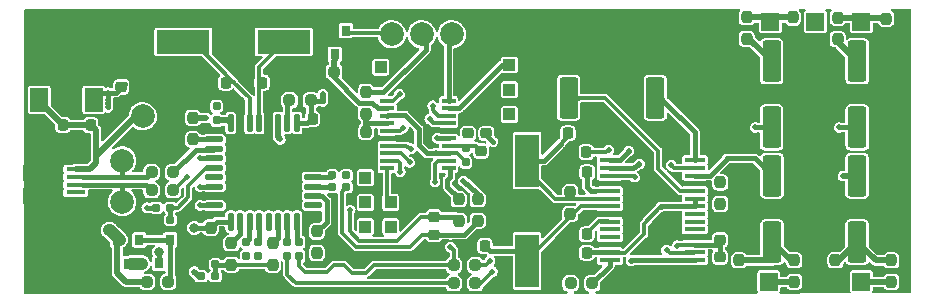
<source format=gbr>
%TF.GenerationSoftware,KiCad,Pcbnew,6.0.11-2627ca5db0~126~ubuntu20.04.1*%
%TF.CreationDate,2023-10-30T14:57:02+01:00*%
%TF.ProjectId,usb-interface,7573622d-696e-4746-9572-666163652e6b,rev?*%
%TF.SameCoordinates,Original*%
%TF.FileFunction,Copper,L1,Top*%
%TF.FilePolarity,Positive*%
%FSLAX46Y46*%
G04 Gerber Fmt 4.6, Leading zero omitted, Abs format (unit mm)*
G04 Created by KiCad (PCBNEW 6.0.11-2627ca5db0~126~ubuntu20.04.1) date 2023-10-30 14:57:02*
%MOMM*%
%LPD*%
G01*
G04 APERTURE LIST*
G04 Aperture macros list*
%AMRoundRect*
0 Rectangle with rounded corners*
0 $1 Rounding radius*
0 $2 $3 $4 $5 $6 $7 $8 $9 X,Y pos of 4 corners*
0 Add a 4 corners polygon primitive as box body*
4,1,4,$2,$3,$4,$5,$6,$7,$8,$9,$2,$3,0*
0 Add four circle primitives for the rounded corners*
1,1,$1+$1,$2,$3*
1,1,$1+$1,$4,$5*
1,1,$1+$1,$6,$7*
1,1,$1+$1,$8,$9*
0 Add four rect primitives between the rounded corners*
20,1,$1+$1,$2,$3,$4,$5,0*
20,1,$1+$1,$4,$5,$6,$7,0*
20,1,$1+$1,$6,$7,$8,$9,0*
20,1,$1+$1,$8,$9,$2,$3,0*%
G04 Aperture macros list end*
%TA.AperFunction,SMDPad,CuDef*%
%ADD10RoundRect,0.225000X-0.225000X-0.250000X0.225000X-0.250000X0.225000X0.250000X-0.225000X0.250000X0*%
%TD*%
%TA.AperFunction,SMDPad,CuDef*%
%ADD11RoundRect,0.225000X0.250000X-0.225000X0.250000X0.225000X-0.250000X0.225000X-0.250000X-0.225000X0*%
%TD*%
%TA.AperFunction,SMDPad,CuDef*%
%ADD12RoundRect,0.225000X-0.250000X0.225000X-0.250000X-0.225000X0.250000X-0.225000X0.250000X0.225000X0*%
%TD*%
%TA.AperFunction,SMDPad,CuDef*%
%ADD13RoundRect,0.250000X0.550000X-1.500000X0.550000X1.500000X-0.550000X1.500000X-0.550000X-1.500000X0*%
%TD*%
%TA.AperFunction,SMDPad,CuDef*%
%ADD14RoundRect,0.250000X-0.550000X1.500000X-0.550000X-1.500000X0.550000X-1.500000X0.550000X1.500000X0*%
%TD*%
%TA.AperFunction,SMDPad,CuDef*%
%ADD15RoundRect,0.225000X0.225000X0.250000X-0.225000X0.250000X-0.225000X-0.250000X0.225000X-0.250000X0*%
%TD*%
%TA.AperFunction,SMDPad,CuDef*%
%ADD16RoundRect,0.237500X0.250000X0.237500X-0.250000X0.237500X-0.250000X-0.237500X0.250000X-0.237500X0*%
%TD*%
%TA.AperFunction,SMDPad,CuDef*%
%ADD17RoundRect,0.160000X0.197500X0.160000X-0.197500X0.160000X-0.197500X-0.160000X0.197500X-0.160000X0*%
%TD*%
%TA.AperFunction,SMDPad,CuDef*%
%ADD18RoundRect,0.237500X-0.237500X0.250000X-0.237500X-0.250000X0.237500X-0.250000X0.237500X0.250000X0*%
%TD*%
%TA.AperFunction,SMDPad,CuDef*%
%ADD19RoundRect,0.160000X-0.160000X0.197500X-0.160000X-0.197500X0.160000X-0.197500X0.160000X0.197500X0*%
%TD*%
%TA.AperFunction,SMDPad,CuDef*%
%ADD20RoundRect,0.160000X0.160000X-0.197500X0.160000X0.197500X-0.160000X0.197500X-0.160000X-0.197500X0*%
%TD*%
%TA.AperFunction,SMDPad,CuDef*%
%ADD21RoundRect,0.160000X-0.197500X-0.160000X0.197500X-0.160000X0.197500X0.160000X-0.197500X0.160000X0*%
%TD*%
%TA.AperFunction,SMDPad,CuDef*%
%ADD22RoundRect,0.237500X0.237500X-0.250000X0.237500X0.250000X-0.237500X0.250000X-0.237500X-0.250000X0*%
%TD*%
%TA.AperFunction,SMDPad,CuDef*%
%ADD23RoundRect,0.237500X-0.250000X-0.237500X0.250000X-0.237500X0.250000X0.237500X-0.250000X0.237500X0*%
%TD*%
%TA.AperFunction,ComponentPad*%
%ADD24C,2.000000*%
%TD*%
%TA.AperFunction,SMDPad,CuDef*%
%ADD25R,1.500000X1.500000*%
%TD*%
%TA.AperFunction,SMDPad,CuDef*%
%ADD26RoundRect,0.125000X-0.625000X-0.125000X0.625000X-0.125000X0.625000X0.125000X-0.625000X0.125000X0*%
%TD*%
%TA.AperFunction,SMDPad,CuDef*%
%ADD27RoundRect,0.125000X-0.125000X-0.625000X0.125000X-0.625000X0.125000X0.625000X-0.125000X0.625000X0*%
%TD*%
%TA.AperFunction,SMDPad,CuDef*%
%ADD28R,1.500000X2.000000*%
%TD*%
%TA.AperFunction,SMDPad,CuDef*%
%ADD29R,3.800000X2.000000*%
%TD*%
%TA.AperFunction,SMDPad,CuDef*%
%ADD30R,1.200000X0.400000*%
%TD*%
%TA.AperFunction,SMDPad,CuDef*%
%ADD31R,1.750000X0.450000*%
%TD*%
%TA.AperFunction,SMDPad,CuDef*%
%ADD32R,4.500000X2.000000*%
%TD*%
%TA.AperFunction,SMDPad,CuDef*%
%ADD33R,2.000000X4.500000*%
%TD*%
%TA.AperFunction,SMDPad,CuDef*%
%ADD34R,0.800000X0.900000*%
%TD*%
%TA.AperFunction,SMDPad,CuDef*%
%ADD35R,1.650000X0.400000*%
%TD*%
%TA.AperFunction,SMDPad,CuDef*%
%ADD36R,2.500000X1.430000*%
%TD*%
%TA.AperFunction,ComponentPad*%
%ADD37O,1.500000X1.100000*%
%TD*%
%TA.AperFunction,ComponentPad*%
%ADD38O,1.700000X1.350000*%
%TD*%
%TA.AperFunction,SMDPad,CuDef*%
%ADD39R,2.000000X1.350000*%
%TD*%
%TA.AperFunction,SMDPad,CuDef*%
%ADD40R,0.700000X1.825000*%
%TD*%
%TA.AperFunction,SMDPad,CuDef*%
%ADD41R,1.000000X1.000000*%
%TD*%
%TA.AperFunction,ViaPad*%
%ADD42C,0.800000*%
%TD*%
%TA.AperFunction,ViaPad*%
%ADD43C,0.500000*%
%TD*%
%TA.AperFunction,Conductor*%
%ADD44C,0.200000*%
%TD*%
%TA.AperFunction,Conductor*%
%ADD45C,0.400000*%
%TD*%
%TA.AperFunction,Conductor*%
%ADD46C,0.300000*%
%TD*%
%TA.AperFunction,Conductor*%
%ADD47C,0.500000*%
%TD*%
%TA.AperFunction,Conductor*%
%ADD48C,1.000000*%
%TD*%
G04 APERTURE END LIST*
D10*
%TO.P,C3,1*%
%TO.N,+5P*%
X27850000Y-80000000D03*
%TO.P,C3,2*%
%TO.N,GND*%
X29400000Y-80000000D03*
%TD*%
%TO.P,C6,1*%
%TO.N,+3V3*%
X46625000Y-79450000D03*
%TO.P,C6,2*%
%TO.N,GND*%
X48175000Y-79450000D03*
%TD*%
D11*
%TO.P,C7,1*%
%TO.N,DP3*%
X56900000Y-87750000D03*
%TO.P,C7,2*%
%TO.N,GND*%
X56900000Y-86200000D03*
%TD*%
D12*
%TO.P,C8,1*%
%TO.N,DM3*%
X56900000Y-89275000D03*
%TO.P,C8,2*%
%TO.N,GND*%
X56900000Y-90825000D03*
%TD*%
D11*
%TO.P,C9,1*%
%TO.N,+5V*%
X61350000Y-80700000D03*
%TO.P,C9,2*%
%TO.N,GND*%
X61350000Y-79150000D03*
%TD*%
%TO.P,C10,1*%
%TO.N,+3.3VP*%
X59800000Y-80700000D03*
%TO.P,C10,2*%
%TO.N,GND*%
X59800000Y-79150000D03*
%TD*%
D12*
%TO.P,C11,1*%
%TO.N,Net-(C11-Pad1)*%
X60900000Y-82200000D03*
%TO.P,C11,2*%
%TO.N,GND*%
X60900000Y-83750000D03*
%TD*%
%TO.P,C12,1*%
%TO.N,+5V*%
X81144286Y-91175000D03*
%TO.P,C12,2*%
%TO.N,GND*%
X81144286Y-92725000D03*
%TD*%
D11*
%TO.P,C13,1*%
%TO.N,+5V*%
X81144286Y-89725000D03*
%TO.P,C13,2*%
%TO.N,GND*%
X81144286Y-88175000D03*
%TD*%
D13*
%TO.P,C14,1*%
%TO.N,Net-(C14-Pad1)*%
X68300000Y-77694287D03*
%TO.P,C14,2*%
%TO.N,GND*%
X68300000Y-72094287D03*
%TD*%
D14*
%TO.P,C15,1*%
%TO.N,Net-(C15-Pad1)*%
X85544286Y-84300000D03*
%TO.P,C15,2*%
%TO.N,Net-(C15-Pad2)*%
X85544286Y-89900000D03*
%TD*%
%TO.P,C16,1*%
%TO.N,Net-(C16-Pad1)*%
X92744286Y-84300000D03*
%TO.P,C16,2*%
%TO.N,Net-(C16-Pad2)*%
X92744286Y-89900000D03*
%TD*%
D13*
%TO.P,C17,1*%
%TO.N,Net-(C17-Pad1)*%
X75650000Y-77694287D03*
%TO.P,C17,2*%
%TO.N,GND*%
X75650000Y-72094287D03*
%TD*%
D10*
%TO.P,C18,1*%
%TO.N,GND*%
X68300000Y-89250000D03*
%TO.P,C18,2*%
%TO.N,Net-(C18-Pad2)*%
X69850000Y-89250000D03*
%TD*%
%TO.P,C19,1*%
%TO.N,GND*%
X68325000Y-84000000D03*
%TO.P,C19,2*%
%TO.N,Net-(C19-Pad2)*%
X69875000Y-84000000D03*
%TD*%
D13*
%TO.P,C20,1*%
%TO.N,Net-(C20-Pad1)*%
X92750000Y-80200000D03*
%TO.P,C20,2*%
%TO.N,Net-(C20-Pad2)*%
X92750000Y-74600000D03*
%TD*%
%TO.P,C21,1*%
%TO.N,Net-(C21-Pad1)*%
X85500000Y-80200000D03*
%TO.P,C21,2*%
%TO.N,Net-(C21-Pad2)*%
X85500000Y-74600000D03*
%TD*%
D10*
%TO.P,C22,1*%
%TO.N,GND*%
X59675000Y-90250000D03*
%TO.P,C22,2*%
%TO.N,Net-(C22-Pad2)*%
X61225000Y-90250000D03*
%TD*%
D15*
%TO.P,C23,1*%
%TO.N,GND*%
X69800000Y-80700000D03*
%TO.P,C23,2*%
%TO.N,Net-(C23-Pad2)*%
X68250000Y-80700000D03*
%TD*%
D10*
%TO.P,C24,1*%
%TO.N,GND*%
X68250000Y-82300000D03*
%TO.P,C24,2*%
%TO.N,Net-(C24-Pad2)*%
X69800000Y-82300000D03*
%TD*%
D16*
%TO.P,R1,1*%
%TO.N,Net-(R1-Pad1)*%
X34825000Y-85500000D03*
%TO.P,R1,2*%
%TO.N,Net-(J1-Pad3)*%
X33000000Y-85500000D03*
%TD*%
%TO.P,R2,1*%
%TO.N,Net-(R2-Pad1)*%
X34825000Y-84000000D03*
%TO.P,R2,2*%
%TO.N,Net-(J1-Pad2)*%
X33000000Y-84000000D03*
%TD*%
D17*
%TO.P,R3,1*%
%TO.N,Net-(R3-Pad1)*%
X34597500Y-87000000D03*
%TO.P,R3,2*%
%TO.N,+3V3*%
X33402500Y-87000000D03*
%TD*%
%TO.P,R4,1*%
%TO.N,Net-(R3-Pad1)*%
X34597500Y-88000000D03*
%TO.P,R4,2*%
%TO.N,GND*%
X33402500Y-88000000D03*
%TD*%
D18*
%TO.P,R5,1*%
%TO.N,Net-(R5-Pad1)*%
X36500000Y-79387500D03*
%TO.P,R5,2*%
%TO.N,Net-(R1-Pad1)*%
X36500000Y-81212500D03*
%TD*%
D16*
%TO.P,R6,1*%
%TO.N,+3V3*%
X46500000Y-77900000D03*
%TO.P,R6,2*%
%TO.N,Net-(R6-Pad2)*%
X44675000Y-77900000D03*
%TD*%
D19*
%TO.P,R7,1*%
%TO.N,unconnected-(R7-Pad1)*%
X38500000Y-78402500D03*
%TO.P,R7,2*%
%TO.N,Net-(R7-Pad2)*%
X38500000Y-79597500D03*
%TD*%
D20*
%TO.P,R8,1*%
%TO.N,DP1*%
X42000000Y-91097500D03*
%TO.P,R8,2*%
%TO.N,Net-(R8-Pad2)*%
X42000000Y-89902500D03*
%TD*%
%TO.P,R9,1*%
%TO.N,DM1*%
X41000000Y-91097500D03*
%TO.P,R9,2*%
%TO.N,Net-(R9-Pad2)*%
X41000000Y-89902500D03*
%TD*%
%TO.P,R10,1*%
%TO.N,DP2*%
X45500000Y-91097500D03*
%TO.P,R10,2*%
%TO.N,Net-(R10-Pad2)*%
X45500000Y-89902500D03*
%TD*%
%TO.P,R11,1*%
%TO.N,DM2*%
X44500000Y-91097500D03*
%TO.P,R11,2*%
%TO.N,Net-(R11-Pad2)*%
X44500000Y-89902500D03*
%TD*%
D21*
%TO.P,R12,1*%
%TO.N,Net-(R12-Pad1)*%
X48305000Y-84250000D03*
%TO.P,R12,2*%
%TO.N,DP3*%
X49500000Y-84250000D03*
%TD*%
D17*
%TO.P,R13,1*%
%TO.N,DM3*%
X49500000Y-85250000D03*
%TO.P,R13,2*%
%TO.N,Net-(R13-Pad2)*%
X48305000Y-85250000D03*
%TD*%
D22*
%TO.P,R14,1*%
%TO.N,Net-(R14-Pad1)*%
X39750000Y-91825000D03*
%TO.P,R14,2*%
%TO.N,Net-(R14-Pad2)*%
X39750000Y-90000000D03*
%TD*%
%TO.P,R15,1*%
%TO.N,Net-(R14-Pad1)*%
X43250000Y-91825000D03*
%TO.P,R15,2*%
%TO.N,Net-(R15-Pad2)*%
X43250000Y-90000000D03*
%TD*%
%TO.P,R16,1*%
%TO.N,Net-(R14-Pad1)*%
X47000000Y-90825000D03*
%TO.P,R16,2*%
%TO.N,Net-(R16-Pad2)*%
X47000000Y-89000000D03*
%TD*%
D21*
%TO.P,R17,1*%
%TO.N,+3V3*%
X37205000Y-92800000D03*
%TO.P,R17,2*%
%TO.N,Net-(R14-Pad1)*%
X38400000Y-92800000D03*
%TD*%
%TO.P,R18,1*%
%TO.N,GND*%
X37205000Y-91800000D03*
%TO.P,R18,2*%
%TO.N,Net-(R14-Pad1)*%
X38400000Y-91800000D03*
%TD*%
D22*
%TO.P,R19,1*%
%TO.N,GND*%
X38000000Y-90500000D03*
%TO.P,R19,2*%
%TO.N,Net-(Q1-Pad1)*%
X38000000Y-88675000D03*
%TD*%
D16*
%TO.P,R20,1*%
%TO.N,Net-(Q1-Pad3)*%
X34412500Y-93250000D03*
%TO.P,R20,2*%
%TO.N,+5P*%
X32587500Y-93250000D03*
%TD*%
D19*
%TO.P,R21,1*%
%TO.N,Net-(C11-Pad1)*%
X59600000Y-81952500D03*
%TO.P,R21,2*%
%TO.N,+3.3VP*%
X59600000Y-83147500D03*
%TD*%
D18*
%TO.P,R22,1*%
%TO.N,Net-(R22-Pad1)*%
X60600000Y-86275000D03*
%TO.P,R22,2*%
%TO.N,DM3*%
X60600000Y-88100000D03*
%TD*%
%TO.P,R23,1*%
%TO.N,Net-(R23-Pad1)*%
X59000000Y-86275000D03*
%TO.P,R23,2*%
%TO.N,DP3*%
X59000000Y-88100000D03*
%TD*%
%TO.P,R32,1*%
%TO.N,/FTDI/RXD*%
X51150000Y-77200000D03*
%TO.P,R32,2*%
%TO.N,Net-(R32-Pad2)*%
X51150000Y-79025000D03*
%TD*%
%TO.P,R33,1*%
%TO.N,Net-(R32-Pad2)*%
X51150000Y-80575000D03*
%TO.P,R33,2*%
%TO.N,GND*%
X51150000Y-82400000D03*
%TD*%
D23*
%TO.P,R34,1*%
%TO.N,/FTDI/RTS*%
X48450000Y-75500000D03*
%TO.P,R34,2*%
%TO.N,GND*%
X50275000Y-75500000D03*
%TD*%
D16*
%TO.P,R35,1*%
%TO.N,Net-(R35-Pad1)*%
X60412500Y-91875000D03*
%TO.P,R35,2*%
%TO.N,DP2*%
X58587500Y-91875000D03*
%TD*%
%TO.P,R36,1*%
%TO.N,Net-(R36-Pad1)*%
X60412500Y-93375000D03*
%TO.P,R36,2*%
%TO.N,DM2*%
X58587500Y-93375000D03*
%TD*%
%TO.P,R37,1*%
%TO.N,Net-(R37-Pad1)*%
X70300000Y-93400000D03*
%TO.P,R37,2*%
%TO.N,+5V*%
X68475000Y-93400000D03*
%TD*%
D22*
%TO.P,R38,1*%
%TO.N,DP2*%
X81144286Y-86675000D03*
%TO.P,R38,2*%
%TO.N,/soundcard2/VDD_I*%
X81144286Y-84850000D03*
%TD*%
D24*
%TO.P,TP1,1,1*%
%TO.N,+5P*%
X32250000Y-79250000D03*
%TD*%
%TO.P,TP2,1,1*%
%TO.N,GND*%
X27000000Y-91000000D03*
%TD*%
%TO.P,TP3,1,1*%
%TO.N,Net-(J1-Pad3)*%
X30500000Y-86500000D03*
%TD*%
%TO.P,TP4,1,1*%
%TO.N,Net-(J1-Pad2)*%
X30500000Y-83000000D03*
%TD*%
%TO.P,TP5,1,1*%
%TO.N,/FTDI/TXD*%
X58420000Y-72300000D03*
%TD*%
%TO.P,TP6,1,1*%
%TO.N,/FTDI/RXD*%
X55880000Y-72300000D03*
%TD*%
%TO.P,TP7,1,1*%
%TO.N,/FTDI/PTT*%
X53340000Y-72300000D03*
%TD*%
%TO.P,TP8,1,1*%
%TO.N,GND*%
X60960000Y-72300000D03*
%TD*%
D25*
%TO.P,TP9,1,1*%
%TO.N,/soundcard2/I_R*%
X93094286Y-93250000D03*
%TD*%
%TO.P,TP10,1,1*%
%TO.N,/soundcard2/I_L*%
X85244286Y-93250000D03*
%TD*%
%TO.P,TP11,1,1*%
%TO.N,GND*%
X89150000Y-93100000D03*
%TD*%
%TO.P,TP12,1,1*%
%TO.N,/soundcard2/O_L*%
X93100000Y-71250000D03*
%TD*%
%TO.P,TP13,1,1*%
%TO.N,/soundcard2/O_R*%
X85400000Y-71250000D03*
%TD*%
%TO.P,TP14,1,1*%
%TO.N,unconnected-(TP14-Pad1)*%
X89200000Y-71250000D03*
%TD*%
D26*
%TO.P,U1,1,DP0*%
%TO.N,Net-(R1-Pad1)*%
X38325000Y-81200000D03*
%TO.P,U1,2,DM0*%
%TO.N,Net-(R2-Pad1)*%
X38325000Y-82000000D03*
%TO.P,U1,3,VCC*%
%TO.N,+3V3*%
X38325000Y-82800000D03*
%TO.P,U1,4,~{RESET}*%
%TO.N,Net-(R3-Pad1)*%
X38325000Y-83600000D03*
%TO.P,U1,5,EECLK*%
%TO.N,unconnected-(U1-Pad5)*%
X38325000Y-84400000D03*
%TO.P,U1,6,EEDATA/~{GANGED}*%
%TO.N,+3V3*%
X38325000Y-85200000D03*
%TO.P,U1,7,GND*%
%TO.N,GND*%
X38325000Y-86000000D03*
%TO.P,U1,8,~{BUSPWR}*%
%TO.N,+3V3*%
X38325000Y-86800000D03*
D27*
%TO.P,U1,9,~{PWRON1}*%
%TO.N,Net-(Q1-Pad1)*%
X39700000Y-88175000D03*
%TO.P,U1,10,~{OVRCUR1}*%
%TO.N,Net-(R14-Pad2)*%
X40500000Y-88175000D03*
%TO.P,U1,11,DM1*%
%TO.N,Net-(R9-Pad2)*%
X41300000Y-88175000D03*
%TO.P,U1,12,DP1*%
%TO.N,Net-(R8-Pad2)*%
X42100000Y-88175000D03*
%TO.P,U1,13,~{PWRON2}*%
%TO.N,unconnected-(U1-Pad13)*%
X42900000Y-88175000D03*
%TO.P,U1,14,~{OVRCUR2}*%
%TO.N,Net-(R15-Pad2)*%
X43700000Y-88175000D03*
%TO.P,U1,15,DM2*%
%TO.N,Net-(R11-Pad2)*%
X44500000Y-88175000D03*
%TO.P,U1,16,DP2*%
%TO.N,Net-(R10-Pad2)*%
X45300000Y-88175000D03*
D26*
%TO.P,U1,17,~{PWRON3}*%
%TO.N,unconnected-(U1-Pad17)*%
X46675000Y-86800000D03*
%TO.P,U1,18,~{OVRCUR3}*%
%TO.N,Net-(R16-Pad2)*%
X46675000Y-86000000D03*
%TO.P,U1,19,DM3*%
%TO.N,Net-(R13-Pad2)*%
X46675000Y-85200000D03*
%TO.P,U1,20,DP3*%
%TO.N,Net-(R12-Pad1)*%
X46675000Y-84400000D03*
%TO.P,U1,21,~{OCPROT}/~{PWRSW}*%
%TO.N,GND*%
X46675000Y-83600000D03*
%TO.P,U1,22,NPINT0*%
X46675000Y-82800000D03*
%TO.P,U1,23,NPINT1*%
X46675000Y-82000000D03*
%TO.P,U1,24,~{NP3}*%
X46675000Y-81200000D03*
D27*
%TO.P,U1,25,VCC*%
%TO.N,+3V3*%
X45300000Y-79825000D03*
%TO.P,U1,26,~{EXTMEM}*%
%TO.N,Net-(R6-Pad2)*%
X44500000Y-79825000D03*
%TO.P,U1,27,DP0PUR*%
%TO.N,Net-(R5-Pad1)*%
X43700000Y-79825000D03*
%TO.P,U1,28,GND*%
%TO.N,GND*%
X42900000Y-79825000D03*
%TO.P,U1,29,XTAL2*%
%TO.N,Net-(C4-Pad1)*%
X42100000Y-79825000D03*
%TO.P,U1,30,XTAL1/CLK48*%
%TO.N,Net-(C1-Pad1)*%
X41300000Y-79825000D03*
%TO.P,U1,31,MODE*%
%TO.N,GND*%
X40500000Y-79825000D03*
%TO.P,U1,32,SUSPND*%
%TO.N,Net-(R7-Pad2)*%
X39700000Y-79825000D03*
%TD*%
D28*
%TO.P,U2,1,VI*%
%TO.N,+5P*%
X23500000Y-77850000D03*
D29*
%TO.P,U2,2,GND*%
%TO.N,GND*%
X25800000Y-71550000D03*
D28*
X25800000Y-77850000D03*
%TO.P,U2,3,VO*%
%TO.N,+3V3*%
X28100000Y-77850000D03*
%TD*%
D30*
%TO.P,U3,1,~{DTR}*%
%TO.N,/FTDI/DTR*%
X52950000Y-77942500D03*
%TO.P,U3,2,~{RTS}*%
%TO.N,/FTDI/RTS*%
X52950000Y-78577500D03*
%TO.P,U3,3,VCCIO*%
%TO.N,+3.3VP*%
X52950000Y-79212500D03*
%TO.P,U3,4,RXD*%
%TO.N,Net-(R32-Pad2)*%
X52950000Y-79847500D03*
%TO.P,U3,5,~{RI}*%
%TO.N,/FTDI/RI*%
X52950000Y-80482500D03*
%TO.P,U3,6,GND*%
%TO.N,GND*%
X52950000Y-81117500D03*
%TO.P,U3,7,~{DSR}*%
%TO.N,/FTDI/DSR*%
X52950000Y-81752500D03*
%TO.P,U3,8,~{DCD}*%
%TO.N,/FTDI/DCD*%
X52950000Y-82387500D03*
%TO.P,U3,9,~{CTS}*%
%TO.N,/FTDI/CTS*%
X52950000Y-83022500D03*
%TO.P,U3,10,CBUS2*%
%TO.N,/FTDI/CBUS2*%
X52950000Y-83657500D03*
%TO.P,U3,11,USBDP*%
%TO.N,Net-(R23-Pad1)*%
X58150000Y-83657500D03*
%TO.P,U3,12,USBDM*%
%TO.N,Net-(R22-Pad1)*%
X58150000Y-83022500D03*
%TO.P,U3,13,3V3OUT*%
%TO.N,+3.3VP*%
X58150000Y-82387500D03*
%TO.P,U3,14,~{RESET}*%
%TO.N,Net-(C11-Pad1)*%
X58150000Y-81752500D03*
%TO.P,U3,15,VCC*%
%TO.N,+5V*%
X58150000Y-81117500D03*
%TO.P,U3,16,GND*%
%TO.N,GND*%
X58150000Y-80482500D03*
%TO.P,U3,17,CBUS1*%
%TO.N,/FTDI/CBUS1*%
X58150000Y-79847500D03*
%TO.P,U3,18,CBUS0*%
%TO.N,/FTDI/CBUS0*%
X58150000Y-79212500D03*
%TO.P,U3,19,CBUS3*%
%TO.N,/FTDI/CBUS3*%
X58150000Y-78577500D03*
%TO.P,U3,20,TXD*%
%TO.N,/FTDI/TXD*%
X58150000Y-77942500D03*
%TD*%
D31*
%TO.P,U4,1,D+*%
%TO.N,Net-(R35-Pad1)*%
X79000000Y-91425000D03*
%TO.P,U4,2,D-*%
%TO.N,Net-(R36-Pad1)*%
X79000000Y-90775000D03*
%TO.P,U4,3,V_BUS*%
%TO.N,+5V*%
X79000000Y-90125000D03*
%TO.P,U4,4,DGNDU*%
%TO.N,GND*%
X79000000Y-89475000D03*
%TO.P,U4,5,HID0*%
%TO.N,unconnected-(U4-Pad5)*%
X79000000Y-88825000D03*
%TO.P,U4,6,HID1*%
%TO.N,unconnected-(U4-Pad6)*%
X79000000Y-88175000D03*
%TO.P,U4,7,HID2*%
%TO.N,unconnected-(U4-Pad7)*%
X79000000Y-87525000D03*
%TO.P,U4,8,SEL0*%
%TO.N,/soundcard2/VDD_I*%
X79000000Y-86875000D03*
%TO.P,U4,9,SEL1*%
X79000000Y-86225000D03*
%TO.P,U4,10,VCCI*%
%TO.N,Net-(C14-Pad1)*%
X79000000Y-85575000D03*
%TO.P,U4,11,AGNDC*%
%TO.N,GND*%
X79000000Y-84925000D03*
%TO.P,U4,12,V_IN_L*%
%TO.N,Net-(C15-Pad1)*%
X79000000Y-84275000D03*
%TO.P,U4,13,V_IN_R*%
%TO.N,Net-(C16-Pad1)*%
X79000000Y-83625000D03*
%TO.P,U4,14,V_COM*%
%TO.N,Net-(C17-Pad1)*%
X79000000Y-82975000D03*
%TO.P,U4,15,V_OUT_R*%
%TO.N,Net-(C21-Pad1)*%
X71800000Y-82975000D03*
%TO.P,U4,16,V_OUT_L*%
%TO.N,Net-(C20-Pad1)*%
X71800000Y-83625000D03*
%TO.P,U4,17,VCC_P1I*%
%TO.N,Net-(C24-Pad2)*%
X71800000Y-84275000D03*
%TO.P,U4,18,AGNDP*%
%TO.N,GND*%
X71800000Y-84925000D03*
%TO.P,U4,19,VCC_P2I*%
%TO.N,Net-(C19-Pad2)*%
X71800000Y-85575000D03*
%TO.P,U4,20,XTO*%
%TO.N,Net-(C23-Pad2)*%
X71800000Y-86225000D03*
%TO.P,U4,21,XTI*%
%TO.N,Net-(C22-Pad2)*%
X71800000Y-86875000D03*
%TO.P,U4,22,AGNDX*%
%TO.N,GND*%
X71800000Y-87525000D03*
%TO.P,U4,23,VCC_XI*%
%TO.N,Net-(C18-Pad2)*%
X71800000Y-88175000D03*
%TO.P,U4,24,TEST0*%
%TO.N,unconnected-(U4-Pad24)*%
X71800000Y-88825000D03*
%TO.P,U4,25,TEST1*%
%TO.N,unconnected-(U4-Pad25)*%
X71800000Y-89475000D03*
%TO.P,U4,26,DGND*%
%TO.N,GND*%
X71800000Y-90125000D03*
%TO.P,U4,27,VDD_I*%
%TO.N,/soundcard2/VDD_I*%
X71800000Y-90775000D03*
%TO.P,U4,28,SSPND*%
%TO.N,Net-(R37-Pad1)*%
X71800000Y-91425000D03*
%TD*%
D32*
%TO.P,Y1,1,1*%
%TO.N,Net-(C1-Pad1)*%
X35687500Y-72950000D03*
%TO.P,Y1,2,2*%
%TO.N,Net-(C4-Pad1)*%
X44187500Y-72950000D03*
%TD*%
D33*
%TO.P,Y2,1,1*%
%TO.N,Net-(C23-Pad2)*%
X64800000Y-83000000D03*
%TO.P,Y2,2,2*%
%TO.N,Net-(C22-Pad2)*%
X64800000Y-91500000D03*
%TD*%
D18*
%TO.P,R39,1*%
%TO.N,Net-(C15-Pad2)*%
X87400000Y-91450000D03*
%TO.P,R39,2*%
%TO.N,/soundcard2/I_L*%
X87400000Y-93275000D03*
%TD*%
D22*
%TO.P,R40,1*%
%TO.N,GND*%
X82744286Y-93275000D03*
%TO.P,R40,2*%
%TO.N,Net-(C15-Pad2)*%
X82744286Y-91450000D03*
%TD*%
D18*
%TO.P,R41,1*%
%TO.N,Net-(C16-Pad2)*%
X95644286Y-91450000D03*
%TO.P,R41,2*%
%TO.N,/soundcard2/I_R*%
X95644286Y-93275000D03*
%TD*%
D22*
%TO.P,R42,1*%
%TO.N,GND*%
X90900000Y-93275000D03*
%TO.P,R42,2*%
%TO.N,Net-(C16-Pad2)*%
X90900000Y-91450000D03*
%TD*%
D18*
%TO.P,R43,1*%
%TO.N,/soundcard2/O_R*%
X83400000Y-70875000D03*
%TO.P,R43,2*%
%TO.N,Net-(C21-Pad2)*%
X83400000Y-72700000D03*
%TD*%
D22*
%TO.P,R44,1*%
%TO.N,GND*%
X87300000Y-72712500D03*
%TO.P,R44,2*%
%TO.N,/soundcard2/O_R*%
X87300000Y-70887500D03*
%TD*%
D18*
%TO.P,R45,1*%
%TO.N,/soundcard2/O_L*%
X91100000Y-70893213D03*
%TO.P,R45,2*%
%TO.N,Net-(C20-Pad2)*%
X91100000Y-72718213D03*
%TD*%
D22*
%TO.P,R46,1*%
%TO.N,GND*%
X95200000Y-72800000D03*
%TO.P,R46,2*%
%TO.N,/soundcard2/O_L*%
X95200000Y-70975000D03*
%TD*%
D34*
%TO.P,Q1,1,G*%
%TO.N,Net-(Q1-Pad1)*%
X33640000Y-91700000D03*
%TO.P,Q1,2,S*%
%TO.N,GND*%
X35540000Y-91700000D03*
%TO.P,Q1,3,D*%
%TO.N,Net-(Q1-Pad3)*%
X34590000Y-89700000D03*
%TD*%
%TO.P,Q2,1,G*%
%TO.N,Net-(Q1-Pad3)*%
X31950000Y-89720000D03*
%TO.P,Q2,2,S*%
%TO.N,+5P*%
X30050000Y-89720000D03*
%TO.P,Q2,3,D*%
%TO.N,+5V*%
X31000000Y-91720000D03*
%TD*%
%TO.P,Q3,1,G*%
%TO.N,/FTDI/RTS*%
X48500000Y-74000000D03*
%TO.P,Q3,2,S*%
%TO.N,GND*%
X50400000Y-74000000D03*
%TO.P,Q3,3,D*%
%TO.N,/FTDI/PTT*%
X49450000Y-72000000D03*
%TD*%
D35*
%TO.P,J1,1,VBUS*%
%TO.N,+5P*%
X26565000Y-83740000D03*
%TO.P,J1,2,D-*%
%TO.N,Net-(J1-Pad2)*%
X26565000Y-84390000D03*
%TO.P,J1,3,D+*%
%TO.N,Net-(J1-Pad3)*%
X26565000Y-85040000D03*
%TO.P,J1,4,ID*%
%TO.N,unconnected-(J1-Pad4)*%
X26565000Y-85690000D03*
%TO.P,J1,5,GND*%
%TO.N,GND*%
X26565000Y-86340000D03*
D36*
%TO.P,J1,6,Shield*%
X23415000Y-86000000D03*
D37*
X26685000Y-82620000D03*
D28*
X26665000Y-82190000D03*
D38*
X23685000Y-87770000D03*
D39*
X24615000Y-82310000D03*
D28*
X26685000Y-87940000D03*
D40*
X25365000Y-82090000D03*
D37*
X26685000Y-87460000D03*
D36*
X23415000Y-84080000D03*
D39*
X24615000Y-87790000D03*
D38*
X23685000Y-82310000D03*
D40*
X25365000Y-88040000D03*
%TD*%
D15*
%TO.P,C2,1*%
%TO.N,+5P*%
X25500000Y-80000000D03*
%TO.P,C2,2*%
%TO.N,GND*%
X23950000Y-80000000D03*
%TD*%
D11*
%TO.P,C5,1*%
%TO.N,+3V3*%
X30400000Y-76775000D03*
%TO.P,C5,2*%
%TO.N,GND*%
X30400000Y-75225000D03*
%TD*%
D10*
%TO.P,C4,1*%
%TO.N,Net-(C4-Pad1)*%
X42350000Y-76400000D03*
%TO.P,C4,2*%
%TO.N,GND*%
X43900000Y-76400000D03*
%TD*%
D15*
%TO.P,C1,1*%
%TO.N,Net-(C1-Pad1)*%
X39275000Y-76400000D03*
%TO.P,C1,2*%
%TO.N,GND*%
X37725000Y-76400000D03*
%TD*%
D41*
%TO.P,TP17,1,1*%
%TO.N,/FTDI/DSR*%
X51100000Y-86550000D03*
%TD*%
%TO.P,TP20,1,1*%
%TO.N,/FTDI/CBUS0*%
X63300000Y-77000000D03*
%TD*%
%TO.P,TP15,1,1*%
%TO.N,/FTDI/CTS*%
X53250000Y-88600000D03*
%TD*%
%TO.P,TP23,1,1*%
%TO.N,/FTDI/CBUS3*%
X63300000Y-74900000D03*
%TD*%
D22*
%TO.P,R26,1*%
%TO.N,Net-(C22-Pad2)*%
X68450000Y-87512500D03*
%TO.P,R26,2*%
%TO.N,Net-(C23-Pad2)*%
X68450000Y-85687500D03*
%TD*%
D41*
%TO.P,TP16,1,1*%
%TO.N,/FTDI/DTR*%
X52400000Y-75100000D03*
%TD*%
%TO.P,TP18,1,1*%
%TO.N,/FTDI/DCD*%
X51100000Y-88600000D03*
%TD*%
D10*
%TO.P,C25,1*%
%TO.N,GND*%
X68300000Y-90800000D03*
%TO.P,C25,2*%
%TO.N,/soundcard2/VDD_I*%
X69850000Y-90800000D03*
%TD*%
D41*
%TO.P,TP21,1,1*%
%TO.N,/FTDI/CBUS1*%
X63300000Y-79100000D03*
%TD*%
%TO.P,TP19,1,1*%
%TO.N,/FTDI/RI*%
X51100000Y-84450000D03*
%TD*%
%TO.P,TP22,1,1*%
%TO.N,/FTDI/CBUS2*%
X53250000Y-86550000D03*
%TD*%
D42*
%TO.N,GND*%
X37500000Y-76400000D03*
X44000000Y-76400000D03*
X49000000Y-79500000D03*
X48200000Y-81000000D03*
X43000000Y-78000000D03*
X37000000Y-90500000D03*
X35600000Y-92800000D03*
X32400000Y-88000000D03*
D43*
X57500000Y-75000000D03*
X41000000Y-82000000D03*
X62500000Y-90000000D03*
X73800000Y-86300000D03*
X25000000Y-92500000D03*
X51000000Y-82400000D03*
X70000000Y-80700000D03*
X87600000Y-74905713D03*
X52750000Y-91000000D03*
X47500000Y-75000000D03*
X56900000Y-86100000D03*
X90900000Y-93205713D03*
X30000000Y-72500000D03*
X50200000Y-75400000D03*
X90100000Y-77405713D03*
X87300000Y-72705713D03*
X67500000Y-75000000D03*
X25000000Y-75000000D03*
X55000000Y-87500000D03*
X45200000Y-84000000D03*
X89200000Y-93105713D03*
X68400000Y-72200000D03*
X87600000Y-84905713D03*
X23800000Y-80200000D03*
X35000000Y-82500000D03*
X87600000Y-77405713D03*
X61800000Y-83800000D03*
D42*
X40500000Y-78000000D03*
D43*
X27500000Y-75000000D03*
X85100000Y-77405713D03*
X61300000Y-79100000D03*
X82600000Y-84905713D03*
X44800000Y-86400000D03*
X47500000Y-72500000D03*
X35000000Y-75000000D03*
X95100000Y-74905713D03*
X22500000Y-75000000D03*
X53100000Y-92450000D03*
X82600000Y-74905713D03*
X75050000Y-84450000D03*
X95100000Y-84905713D03*
X90100000Y-84905713D03*
X55150000Y-90900000D03*
X90100000Y-89905713D03*
X85100000Y-87405713D03*
X27500000Y-92500000D03*
D42*
X27200000Y-71000000D03*
D43*
X56300000Y-75450000D03*
X95300000Y-72805713D03*
X95100000Y-89905713D03*
X56300000Y-80200000D03*
X74700000Y-86550000D03*
X50400000Y-74000000D03*
X56900000Y-90800000D03*
X32500000Y-72500000D03*
X62500000Y-82500000D03*
X70000000Y-72500000D03*
X40000000Y-75000000D03*
X87600000Y-89905713D03*
X75000000Y-75000000D03*
X92600000Y-87405713D03*
X87600000Y-79905713D03*
X95100000Y-79905713D03*
X29200000Y-79800000D03*
X95100000Y-82405713D03*
X59350000Y-90300000D03*
X35000000Y-80000000D03*
D42*
X24400000Y-71000000D03*
D43*
X25000000Y-90000000D03*
D42*
X27200000Y-72100000D03*
D43*
X90100000Y-82405713D03*
X44400000Y-82000000D03*
X30400000Y-75200000D03*
X82800000Y-93205713D03*
X92600000Y-77405713D03*
X45000000Y-75000000D03*
X82600000Y-77405713D03*
X73800000Y-88750000D03*
X62500000Y-87500000D03*
X76200000Y-72200000D03*
X82600000Y-89905713D03*
X68400000Y-84000000D03*
X70000000Y-75000000D03*
X72500000Y-75000000D03*
X95100000Y-87405713D03*
X40000000Y-86000000D03*
X68425000Y-82300000D03*
X32500000Y-75000000D03*
X54380000Y-81117500D03*
X65000000Y-75000000D03*
X77500000Y-72500000D03*
X32500000Y-82500000D03*
D42*
X25800000Y-78400000D03*
D43*
X87600000Y-82405713D03*
D42*
X24300000Y-72100000D03*
X25800000Y-77300000D03*
D43*
X60000000Y-75000000D03*
X65000000Y-72500000D03*
X87600000Y-87405713D03*
X59900000Y-79100000D03*
X77500000Y-75000000D03*
X41000000Y-84000000D03*
D42*
X48100000Y-83000000D03*
D43*
X40000000Y-72500000D03*
X79900000Y-92800000D03*
X90100000Y-87405713D03*
X95100000Y-77405713D03*
X62500000Y-85000000D03*
X90100000Y-74905713D03*
X56500000Y-92500000D03*
X55000000Y-85000000D03*
X82600000Y-87405713D03*
X72500000Y-72500000D03*
X65000000Y-87500000D03*
D42*
%TO.N,+5P*%
X29400000Y-88900000D03*
D43*
%TO.N,+3V3*%
X32600000Y-87000000D03*
X47500000Y-78000000D03*
X29300000Y-77250000D03*
X47500000Y-77400000D03*
X37100000Y-86800000D03*
X29300000Y-78500000D03*
X29300000Y-77900000D03*
X36600000Y-92400000D03*
X37100000Y-82800000D03*
X37100000Y-85200000D03*
%TO.N,DP2*%
X81200000Y-86700000D03*
X58300000Y-90300000D03*
%TO.N,+5V*%
X68700000Y-93400000D03*
X77500000Y-90200000D03*
X61900000Y-81400000D03*
X57200000Y-81117500D03*
D42*
X32180000Y-91720000D03*
D43*
%TO.N,+3.3VP*%
X57062500Y-82387500D03*
X59750000Y-80500000D03*
%TO.N,Net-(C16-Pad1)*%
X77000000Y-83400000D03*
X91750000Y-84305713D03*
%TO.N,Net-(C20-Pad1)*%
X74300000Y-83300000D03*
X91205713Y-80200000D03*
%TO.N,Net-(C21-Pad1)*%
X84105713Y-80200000D03*
X73400000Y-82200000D03*
%TO.N,Net-(C24-Pad2)*%
X71700000Y-82100000D03*
X73900000Y-84400000D03*
%TO.N,Net-(R1-Pad1)*%
X36000000Y-84400000D03*
X36512500Y-81200000D03*
%TO.N,Net-(R5-Pad1)*%
X43850000Y-81150000D03*
X37587500Y-79387500D03*
%TO.N,DP3*%
X49800000Y-87200000D03*
X56900000Y-87750000D03*
X49550000Y-84200000D03*
%TO.N,DM3*%
X49450000Y-85250000D03*
X56900000Y-89275000D03*
%TO.N,Net-(R14-Pad1)*%
X46850000Y-90750000D03*
X43250000Y-91825000D03*
D42*
%TO.N,Net-(Q1-Pad1)*%
X33640000Y-90740000D03*
X36600000Y-88700000D03*
D43*
%TO.N,Net-(R22-Pad1)*%
X59400000Y-84750000D03*
X57000000Y-84800000D03*
%TO.N,Net-(R35-Pad1)*%
X61650000Y-91500000D03*
X73600000Y-91500000D03*
%TO.N,Net-(R36-Pad1)*%
X61850000Y-92400000D03*
X76600000Y-90600000D03*
%TO.N,/soundcard2/VDD_I*%
X81000000Y-84900000D03*
X76100000Y-86900000D03*
%TO.N,/FTDI/CTS*%
X54050000Y-83950000D03*
X53250000Y-88600000D03*
%TO.N,/FTDI/DTR*%
X52400000Y-75100000D03*
X54000000Y-77400000D03*
%TO.N,/FTDI/DSR*%
X54950000Y-82000000D03*
X51100000Y-86550000D03*
%TO.N,/FTDI/DCD*%
X51100000Y-88600000D03*
X54850000Y-83150000D03*
%TO.N,/FTDI/RI*%
X51100000Y-84450000D03*
X54300000Y-80250000D03*
%TO.N,/FTDI/CBUS0*%
X56800000Y-78350000D03*
X63300000Y-77000000D03*
%TO.N,/FTDI/CBUS1*%
X56550000Y-79500000D03*
X63300000Y-79100000D03*
%TO.N,/FTDI/CBUS2*%
X53250000Y-86550000D03*
%TO.N,/FTDI/CBUS3*%
X63300000Y-74900000D03*
%TO.N,/soundcard2/I_L*%
X85244286Y-93250000D03*
%TO.N,/soundcard2/I_R*%
X93094286Y-93250000D03*
%TO.N,/soundcard2/O_R*%
X85400000Y-71250000D03*
%TO.N,/soundcard2/O_L*%
X93100000Y-71205713D03*
%TO.N,unconnected-(TP14-Pad1)*%
X89200000Y-71205713D03*
%TD*%
D44*
%TO.N,GND*%
X42900000Y-79825000D02*
X42900000Y-78100000D01*
D45*
X38325000Y-86000000D02*
X40000000Y-86000000D01*
D46*
X71625000Y-87500000D02*
X72925000Y-87500000D01*
X40500000Y-79825000D02*
X40500000Y-81300000D01*
X56845000Y-80482500D02*
X58150000Y-80482500D01*
X71625000Y-84960000D02*
X72785000Y-84960000D01*
D45*
X73150000Y-89400000D02*
X73800000Y-88750000D01*
X32400000Y-88000000D02*
X33402500Y-88000000D01*
D46*
X56300000Y-80200000D02*
X56845000Y-80482500D01*
D45*
X73150000Y-89515000D02*
X73150000Y-89400000D01*
D46*
X40500000Y-79825000D02*
X40500000Y-77900000D01*
X52950000Y-81117500D02*
X54380000Y-81117500D01*
D44*
X42900000Y-79825000D02*
X42900000Y-81400000D01*
X42900000Y-78100000D02*
X43000000Y-78000000D01*
D46*
%TO.N,Net-(C1-Pad1)*%
X41300000Y-77740030D02*
X39829985Y-76270015D01*
X36559970Y-73000000D02*
X35687500Y-73000000D01*
X41300000Y-79825000D02*
X41300000Y-77740030D01*
X39809970Y-76250000D02*
X39829985Y-76270015D01*
X39275000Y-76400000D02*
X40000000Y-76350000D01*
X39829985Y-76270015D02*
X36559970Y-73000000D01*
D47*
%TO.N,+5P*%
X28300000Y-82600000D02*
X28300000Y-80450000D01*
X28300000Y-80450000D02*
X27850000Y-80000000D01*
X27850000Y-80000000D02*
X25500000Y-80000000D01*
X23500000Y-77850000D02*
X23500000Y-78000000D01*
X30815489Y-93250000D02*
X30084511Y-92519022D01*
X23500000Y-78000000D02*
X25500000Y-80000000D01*
X27760000Y-83740000D02*
X28300000Y-83200000D01*
X28300000Y-83200000D02*
X28300000Y-82600000D01*
X32250000Y-79250000D02*
X31650000Y-79250000D01*
X26565000Y-83740000D02*
X27760000Y-83740000D01*
X32587500Y-93250000D02*
X30800000Y-93250000D01*
D48*
X29480000Y-88900000D02*
X30300000Y-89720000D01*
D47*
X31650000Y-79250000D02*
X28300000Y-82600000D01*
D48*
X29400000Y-88900000D02*
X29480000Y-88900000D01*
D47*
X30100000Y-92519022D02*
X30100000Y-89720000D01*
D46*
%TO.N,Net-(C4-Pad1)*%
X42100000Y-76400000D02*
X42100000Y-75087500D01*
X42350000Y-76400000D02*
X42100000Y-76400000D01*
X42100000Y-79825000D02*
X42100000Y-76400000D01*
X42100000Y-75087500D02*
X44187500Y-73000000D01*
D45*
%TO.N,+3V3*%
X45300000Y-79825000D02*
X46175000Y-79825000D01*
X46500000Y-78000000D02*
X46500000Y-79500000D01*
X29300000Y-77250000D02*
X28700000Y-77250000D01*
X29300000Y-77250000D02*
X29975000Y-77250000D01*
X47500000Y-78000000D02*
X46500000Y-78000000D01*
X33402500Y-87000000D02*
X32600000Y-87000000D01*
X37100000Y-82800000D02*
X38325000Y-82800000D01*
X38325000Y-86800000D02*
X37100000Y-86800000D01*
D47*
X47500000Y-77400000D02*
X47500000Y-78000000D01*
X36985509Y-92800000D02*
X36595020Y-92409511D01*
X37205000Y-92800000D02*
X36985509Y-92800000D01*
D45*
X46175000Y-79825000D02*
X46500000Y-79500000D01*
X29300000Y-77300000D02*
X29300000Y-78200000D01*
X29300000Y-78200000D02*
X29300000Y-78500000D01*
X28700000Y-77250000D02*
X28100000Y-77850000D01*
X37100000Y-85200000D02*
X38325000Y-85200000D01*
X29250000Y-78150000D02*
X29300000Y-78200000D01*
X29975000Y-77250000D02*
X30725000Y-76500000D01*
D46*
%TO.N,DP2*%
X47850000Y-92450000D02*
X48450000Y-91850000D01*
X58587500Y-90587500D02*
X58300000Y-90300000D01*
X45500000Y-91097500D02*
X45500000Y-91950000D01*
X45500000Y-91950000D02*
X46000000Y-92450000D01*
X49300000Y-91850000D02*
X49950000Y-92500000D01*
X58562500Y-91850000D02*
X58587500Y-91875000D01*
X48450000Y-91850000D02*
X49300000Y-91850000D01*
X51150000Y-92500000D02*
X51800000Y-91850000D01*
X46000000Y-92450000D02*
X47850000Y-92450000D01*
X51800000Y-91850000D02*
X58562500Y-91850000D01*
X49950000Y-92500000D02*
X51150000Y-92500000D01*
X58587500Y-91875000D02*
X58587500Y-90587500D01*
%TO.N,DM2*%
X44500000Y-92650000D02*
X45225000Y-93375000D01*
X44500000Y-91097500D02*
X44500000Y-92650000D01*
X45225000Y-93375000D02*
X58587500Y-93375000D01*
%TO.N,+5V*%
X77575000Y-90125000D02*
X77500000Y-90200000D01*
D45*
X80744286Y-90125000D02*
X81144286Y-89725000D01*
X58150000Y-81117500D02*
X57200000Y-81117500D01*
X61350000Y-80700000D02*
X61350000Y-80850000D01*
X81144286Y-91175000D02*
X81144286Y-89725000D01*
D46*
X79000000Y-90125000D02*
X77575000Y-90125000D01*
D45*
X79000000Y-90125000D02*
X80744286Y-90125000D01*
D48*
X31250000Y-91720000D02*
X32180000Y-91720000D01*
D45*
X61350000Y-80850000D02*
X61900000Y-81400000D01*
%TO.N,+3.3VP*%
X52985489Y-79177011D02*
X54477011Y-79177011D01*
X55600000Y-80300000D02*
X55600000Y-81700000D01*
X52950000Y-79212500D02*
X52985489Y-79177011D01*
X56287500Y-82387500D02*
X57062500Y-82387500D01*
D46*
X58150000Y-82387500D02*
X58840000Y-82387500D01*
D45*
X54477011Y-79177011D02*
X55600000Y-80300000D01*
X55600000Y-81700000D02*
X56287500Y-82387500D01*
X57062500Y-82387500D02*
X58150000Y-82387500D01*
D46*
X58840000Y-82387500D02*
X59600000Y-83147500D01*
D45*
%TO.N,Net-(C11-Pad1)*%
X59600000Y-81952500D02*
X59600000Y-81850000D01*
D46*
X60452500Y-81752500D02*
X60900000Y-82200000D01*
D45*
X59600000Y-81850000D02*
X59697500Y-81752500D01*
D46*
X58150000Y-81752500D02*
X59697500Y-81752500D01*
X59697500Y-81752500D02*
X60452500Y-81752500D01*
D45*
%TO.N,Net-(C14-Pad1)*%
X69105713Y-77694287D02*
X68300000Y-77694287D01*
D46*
X71394287Y-77694287D02*
X69105713Y-77694287D01*
X77775000Y-85575000D02*
X75900000Y-83700000D01*
X75900000Y-82200000D02*
X71394287Y-77694287D01*
X75900000Y-83700000D02*
X75900000Y-82200000D01*
X79000000Y-85575000D02*
X77775000Y-85575000D01*
D47*
%TO.N,Net-(C15-Pad2)*%
X85555713Y-91450000D02*
X85555713Y-89911427D01*
X87400000Y-91450000D02*
X87094286Y-91450000D01*
X82744286Y-91450000D02*
X85555713Y-91450000D01*
X87094286Y-91450000D02*
X85544286Y-89900000D01*
X85555713Y-89911427D02*
X85544286Y-89900000D01*
D45*
%TO.N,Net-(C15-Pad1)*%
X80275000Y-84275000D02*
X81700191Y-82849809D01*
X81700191Y-82805713D02*
X84049999Y-82805713D01*
X81700191Y-82849809D02*
X81700191Y-82805713D01*
X79000000Y-84275000D02*
X80275000Y-84275000D01*
X84049999Y-82805713D02*
X85544286Y-84300000D01*
D47*
%TO.N,Net-(C16-Pad2)*%
X94294286Y-91450000D02*
X92744286Y-89900000D01*
X91194286Y-91450000D02*
X92744286Y-89900000D01*
X95644286Y-91450000D02*
X94294286Y-91450000D01*
X90900000Y-91450000D02*
X91194286Y-91450000D01*
%TO.N,Net-(C16-Pad1)*%
X92744286Y-84300000D02*
X91544287Y-84300000D01*
D46*
X77225000Y-83625000D02*
X77000000Y-83400000D01*
X79000000Y-83625000D02*
X77225000Y-83625000D01*
D45*
%TO.N,Net-(C17-Pad1)*%
X79000000Y-80594286D02*
X76502857Y-78097143D01*
X76502857Y-78097143D02*
X76100000Y-77694287D01*
X79000000Y-82975000D02*
X79000000Y-80594286D01*
D46*
%TO.N,Net-(C18-Pad2)*%
X71625000Y-88135000D02*
X70890000Y-88135000D01*
X70890000Y-88135000D02*
X70025000Y-89000000D01*
%TO.N,Net-(C19-Pad2)*%
X71625000Y-85595000D02*
X70520000Y-85595000D01*
D45*
X69875000Y-85275000D02*
X69875000Y-84000000D01*
X70520000Y-85595000D02*
X70195000Y-85595000D01*
X70195000Y-85595000D02*
X69875000Y-85275000D01*
D47*
%TO.N,Net-(C20-Pad2)*%
X91100000Y-72950000D02*
X92750000Y-74600000D01*
X91100000Y-72718213D02*
X91100000Y-72950000D01*
D45*
%TO.N,Net-(C20-Pad1)*%
X92750000Y-80200000D02*
X91205713Y-80200000D01*
X71800000Y-83625000D02*
X73800000Y-83625000D01*
X73800000Y-83625000D02*
X74300000Y-83300000D01*
D47*
%TO.N,Net-(C21-Pad2)*%
X83600000Y-72700000D02*
X85500000Y-74600000D01*
X83400000Y-72700000D02*
X83600000Y-72700000D01*
D45*
%TO.N,Net-(C21-Pad1)*%
X72625000Y-82975000D02*
X73400000Y-82200000D01*
X71800000Y-82975000D02*
X72625000Y-82975000D01*
X85500000Y-80200000D02*
X84105713Y-80200000D01*
%TO.N,Net-(C22-Pad2)*%
X63949511Y-90649511D02*
X64800000Y-91500000D01*
X61624511Y-90649511D02*
X63949511Y-90649511D01*
D46*
X69323573Y-86865000D02*
X68094286Y-88094286D01*
X68094286Y-88094286D02*
X64944286Y-91244287D01*
X71625000Y-86865000D02*
X69323573Y-86865000D01*
D45*
X61225000Y-90250000D02*
X61624511Y-90649511D01*
D46*
%TO.N,Net-(C24-Pad2)*%
X73775000Y-84275000D02*
X73900000Y-84400000D01*
X71800000Y-84275000D02*
X73775000Y-84275000D01*
X71500000Y-82300000D02*
X71700000Y-82100000D01*
X69950000Y-82300000D02*
X71500000Y-82300000D01*
%TO.N,Net-(R1-Pad1)*%
X34825000Y-85500000D02*
X34900000Y-85500000D01*
X34900000Y-85500000D02*
X36000000Y-84400000D01*
D45*
X38325000Y-81200000D02*
X36512500Y-81200000D01*
D44*
X36512500Y-81200000D02*
X36500000Y-81212500D01*
D45*
%TO.N,Net-(R2-Pad1)*%
X34825000Y-84000000D02*
X36725480Y-82099520D01*
X36725480Y-82099520D02*
X38225480Y-82099520D01*
X38225480Y-82099520D02*
X38325000Y-82000000D01*
D46*
%TO.N,Net-(R3-Pad1)*%
X35200000Y-87000000D02*
X36100000Y-86100000D01*
X36100000Y-86100000D02*
X36100000Y-85300000D01*
X37647838Y-83600000D02*
X36094624Y-85153214D01*
X36094624Y-85294624D02*
X36100000Y-85300000D01*
D45*
X34597500Y-87000000D02*
X34597500Y-88000000D01*
D46*
X36094624Y-85153214D02*
X36094624Y-85294624D01*
X38325000Y-83600000D02*
X37647838Y-83600000D01*
X34597500Y-87000000D02*
X35200000Y-87000000D01*
D47*
%TO.N,Net-(R5-Pad1)*%
X43700000Y-79825000D02*
X43700000Y-81000000D01*
X43850000Y-81150000D02*
X43900000Y-81200000D01*
X43700000Y-81000000D02*
X43850000Y-81150000D01*
X36500000Y-79387500D02*
X37587500Y-79387500D01*
D45*
%TO.N,Net-(R6-Pad2)*%
X44500000Y-78175000D02*
X44675000Y-78000000D01*
X44500000Y-79825000D02*
X44500000Y-78175000D01*
D47*
%TO.N,Net-(R7-Pad2)*%
X38500000Y-79597500D02*
X39472500Y-79597500D01*
X39472500Y-79597500D02*
X39700000Y-79825000D01*
D45*
%TO.N,Net-(R8-Pad2)*%
X42100000Y-88175000D02*
X42100000Y-89802500D01*
X42100000Y-89802500D02*
X42000000Y-89902500D01*
%TO.N,Net-(R9-Pad2)*%
X41280480Y-89622020D02*
X41000000Y-89902500D01*
X41300000Y-88175000D02*
X41280480Y-88194520D01*
X41280480Y-88194520D02*
X41280480Y-89622020D01*
%TO.N,Net-(R10-Pad2)*%
X45300000Y-88175000D02*
X45300000Y-89702500D01*
X45300000Y-89702500D02*
X45500000Y-89902500D01*
%TO.N,Net-(R11-Pad2)*%
X44500000Y-88175000D02*
X44500000Y-89902500D01*
%TO.N,DP3*%
X56900000Y-87750000D02*
X58650000Y-87750000D01*
D46*
X53800000Y-89800000D02*
X50600978Y-89800000D01*
X55850000Y-87750000D02*
X53800000Y-89800000D01*
D45*
X58650000Y-87750000D02*
X59000000Y-88100000D01*
D46*
X50600978Y-89800000D02*
X49800000Y-89000000D01*
X49800000Y-89000000D02*
X49800000Y-87200000D01*
X56900000Y-87750000D02*
X55850000Y-87750000D01*
D45*
%TO.N,Net-(R12-Pad1)*%
X48155000Y-84400000D02*
X48305000Y-84250000D01*
X46675000Y-84400000D02*
X48155000Y-84400000D01*
%TO.N,Net-(R13-Pad2)*%
X48255000Y-85200000D02*
X48305000Y-85250000D01*
X46675000Y-85200000D02*
X48255000Y-85200000D01*
D46*
%TO.N,DM3*%
X49100480Y-85649520D02*
X49500000Y-85250000D01*
X54900480Y-90299520D02*
X50299520Y-90299520D01*
X56900000Y-89275000D02*
X55925000Y-89275000D01*
D45*
X59425000Y-89275000D02*
X60600000Y-88100000D01*
D46*
X49100480Y-89100480D02*
X49100480Y-85649520D01*
X55925000Y-89275000D02*
X54900480Y-90299520D01*
X50299520Y-90299520D02*
X49100480Y-89100480D01*
D45*
X56900000Y-89275000D02*
X59425000Y-89275000D01*
%TO.N,Net-(R14-Pad2)*%
X40500000Y-89250000D02*
X39750000Y-90000000D01*
X40500000Y-88175000D02*
X40500000Y-89250000D01*
%TO.N,Net-(R14-Pad1)*%
X39750000Y-91825000D02*
X38425000Y-91825000D01*
X38425000Y-91825000D02*
X38400000Y-91800000D01*
X38400000Y-91800000D02*
X38400000Y-92800000D01*
D46*
X39750000Y-91825000D02*
X43250000Y-91825000D01*
D45*
%TO.N,Net-(R15-Pad2)*%
X43700000Y-88175000D02*
X43700000Y-89550000D01*
X43700000Y-89550000D02*
X43250000Y-90000000D01*
%TO.N,Net-(R16-Pad2)*%
X47824520Y-88175480D02*
X47824520Y-86424520D01*
X47824520Y-86424520D02*
X47400000Y-86000000D01*
X47400000Y-86000000D02*
X46675000Y-86000000D01*
X47000000Y-89000000D02*
X47824520Y-88175480D01*
%TO.N,Net-(Q1-Pad1)*%
X36625000Y-88675000D02*
X36600000Y-88700000D01*
X38500000Y-88175000D02*
X38000000Y-88675000D01*
X39700000Y-88175000D02*
X38500000Y-88175000D01*
X33640000Y-91700000D02*
X33640000Y-90740000D01*
X38000000Y-88675000D02*
X36625000Y-88675000D01*
D46*
%TO.N,Net-(R22-Pad1)*%
X58150000Y-83022500D02*
X57250000Y-83022500D01*
X57000000Y-83272500D02*
X57000000Y-84800000D01*
X57250000Y-83022500D02*
X57000000Y-83272500D01*
D45*
X60600000Y-86275000D02*
X60550000Y-85750000D01*
X60550000Y-85750000D02*
X59400000Y-84750000D01*
%TO.N,Net-(R23-Pad1)*%
X58300000Y-83807500D02*
X58150000Y-83657500D01*
X59000000Y-86275000D02*
X59000000Y-86150000D01*
X58050000Y-84650000D02*
X58300000Y-84400000D01*
X59000000Y-86150000D02*
X58050000Y-85200000D01*
X58050000Y-85200000D02*
X58050000Y-84650000D01*
X58300000Y-84400000D02*
X58300000Y-83807500D01*
%TO.N,Net-(R32-Pad2)*%
X51290000Y-79847500D02*
X51150000Y-79987500D01*
D47*
X51150000Y-79987500D02*
X51150000Y-79400000D01*
D45*
X52950000Y-79847500D02*
X51290000Y-79847500D01*
D47*
X51150000Y-80700000D02*
X51150000Y-79787500D01*
D45*
%TO.N,/FTDI/RXD*%
X56220000Y-73614213D02*
X56220000Y-72200000D01*
X51150000Y-77200000D02*
X52634213Y-77200000D01*
X52634213Y-77200000D02*
X56220000Y-73614213D01*
%TO.N,/FTDI/RTS*%
X50587020Y-78087020D02*
X48450000Y-75950000D01*
D46*
X52940000Y-78587500D02*
X52950000Y-78577500D01*
D45*
X52141842Y-78577500D02*
X51651362Y-78087020D01*
D47*
X48450000Y-75100000D02*
X48500000Y-74000000D01*
D45*
X48450000Y-75950000D02*
X48450000Y-75500000D01*
X52950000Y-78577500D02*
X52141842Y-78577500D01*
X51651362Y-78087020D02*
X50587020Y-78087020D01*
%TO.N,Net-(R35-Pad1)*%
X73675000Y-91425000D02*
X73600000Y-91500000D01*
D46*
X61275000Y-91875000D02*
X61650000Y-91500000D01*
D45*
X79000000Y-91425000D02*
X73675000Y-91425000D01*
D46*
X60412500Y-91875000D02*
X61275000Y-91875000D01*
%TO.N,Net-(R36-Pad1)*%
X76650000Y-90600000D02*
X76850000Y-90800000D01*
X60875000Y-93375000D02*
X61850000Y-92400000D01*
X76600000Y-90600000D02*
X76650000Y-90600000D01*
X78950000Y-90800000D02*
X76850000Y-90800000D01*
X60412500Y-93375000D02*
X60875000Y-93375000D01*
D45*
%TO.N,Net-(R37-Pad1)*%
X71800000Y-91425000D02*
X71800000Y-91925000D01*
X71800000Y-91925000D02*
X70325000Y-93400000D01*
%TO.N,/soundcard2/VDD_I*%
X69925000Y-90775000D02*
X69900000Y-90800000D01*
X76100000Y-86900000D02*
X76082500Y-86917500D01*
X79000000Y-86225000D02*
X79000000Y-86875000D01*
X79000000Y-86875000D02*
X76125000Y-86875000D01*
D46*
X71894286Y-90800000D02*
X73105713Y-90800000D01*
D45*
X76125000Y-86875000D02*
X76100000Y-86900000D01*
X71800000Y-90775000D02*
X69925000Y-90775000D01*
D46*
X73105713Y-90794286D02*
X74694286Y-89205713D01*
X74700000Y-89228213D02*
X74700000Y-88371786D01*
X74700000Y-88400000D02*
X76082500Y-86917500D01*
D45*
%TO.N,/FTDI/TXD*%
X58150000Y-72810000D02*
X58760000Y-72200000D01*
X58150000Y-77942500D02*
X58150000Y-72810000D01*
D46*
%TO.N,/FTDI/PTT*%
X53680000Y-72200000D02*
X49650000Y-72200000D01*
X49650000Y-72200000D02*
X49450000Y-72000000D01*
D45*
%TO.N,Net-(J1-Pad3)*%
X30500000Y-86500000D02*
X30500000Y-85200000D01*
X27150000Y-85040000D02*
X30340000Y-85040000D01*
X30500000Y-85200000D02*
X30340000Y-85040000D01*
X30340000Y-85040000D02*
X32540000Y-85040000D01*
X32540000Y-85040000D02*
X33000000Y-85500000D01*
%TO.N,Net-(J1-Pad2)*%
X30390000Y-84390000D02*
X27150000Y-84390000D01*
X30500000Y-83000000D02*
X30500000Y-84280000D01*
X30500000Y-84280000D02*
X30390000Y-84390000D01*
X33000000Y-84000000D02*
X32610000Y-84390000D01*
X32610000Y-84390000D02*
X30390000Y-84390000D01*
%TO.N,Net-(Q1-Pad3)*%
X32200000Y-89720000D02*
X34570000Y-89720000D01*
X34590000Y-93072500D02*
X34412500Y-93250000D01*
X34570000Y-89720000D02*
X34590000Y-89700000D01*
X34590000Y-89700000D02*
X34590000Y-93072500D01*
D46*
%TO.N,/FTDI/CTS*%
X52950000Y-83022500D02*
X53850000Y-83022500D01*
X54050000Y-83222500D02*
X54050000Y-83950000D01*
X53850000Y-83022500D02*
X54050000Y-83222500D01*
%TO.N,/FTDI/DTR*%
X53457500Y-77942500D02*
X54000000Y-77400000D01*
X52950000Y-77942500D02*
X53457500Y-77942500D01*
%TO.N,/FTDI/DSR*%
X54950000Y-82000000D02*
X54502500Y-81752500D01*
X54502500Y-81752500D02*
X52950000Y-81752500D01*
%TO.N,/FTDI/DCD*%
X52950000Y-82387500D02*
X54087500Y-82387500D01*
X54087500Y-82387500D02*
X54850000Y-83150000D01*
%TO.N,/FTDI/RI*%
X54067500Y-80482500D02*
X54300000Y-80250000D01*
X52950000Y-80482500D02*
X54067500Y-80482500D01*
%TO.N,/FTDI/CBUS0*%
X56800000Y-78762500D02*
X56800000Y-78350000D01*
X57250000Y-79212500D02*
X56800000Y-78762500D01*
X58150000Y-79212500D02*
X57250000Y-79212500D01*
%TO.N,/FTDI/CBUS1*%
X57202500Y-79800000D02*
X56850000Y-79800000D01*
X56850000Y-79800000D02*
X56550000Y-79500000D01*
X57250000Y-79847500D02*
X57202500Y-79800000D01*
X56550000Y-79500000D02*
X56500000Y-79450000D01*
X58150000Y-79847500D02*
X57250000Y-79847500D01*
%TO.N,/FTDI/CBUS2*%
X52950000Y-83657500D02*
X52950000Y-86250000D01*
X52950000Y-86250000D02*
X53250000Y-86550000D01*
D45*
%TO.N,/FTDI/CBUS3*%
X58150000Y-78577500D02*
X59014296Y-78577500D01*
X62691796Y-74900000D02*
X63300000Y-74900000D01*
X59014296Y-78577500D02*
X62691796Y-74900000D01*
D47*
%TO.N,/soundcard2/I_L*%
X87400000Y-93275000D02*
X85269286Y-93275000D01*
X85269286Y-93275000D02*
X85244286Y-93250000D01*
%TO.N,/soundcard2/I_R*%
X95644286Y-93275000D02*
X93119286Y-93275000D01*
X93119286Y-93275000D02*
X93094286Y-93250000D01*
%TO.N,/soundcard2/O_R*%
X85400000Y-71105713D02*
X85618213Y-70887500D01*
X87300000Y-70887500D02*
X85618213Y-70887500D01*
X83412500Y-70887500D02*
X83400000Y-70875000D01*
X85400000Y-71250000D02*
X85400000Y-71105713D01*
X85618213Y-70887500D02*
X83412500Y-70887500D01*
%TO.N,/soundcard2/O_L*%
X93100000Y-71250000D02*
X93100000Y-71205713D01*
X91100000Y-70893213D02*
X92787500Y-70893213D01*
X92787500Y-70893213D02*
X95118213Y-70893213D01*
X93100000Y-71205713D02*
X92787500Y-70893213D01*
X95118213Y-70893213D02*
X95200000Y-70975000D01*
D46*
%TO.N,Net-(C23-Pad2)*%
X68372143Y-80827856D02*
X67627856Y-81572143D01*
X71625000Y-86230000D02*
X67179999Y-86230000D01*
D45*
X66200000Y-83000000D02*
X64800000Y-83000000D01*
X67627856Y-81572143D02*
X66200000Y-83000000D01*
D46*
X67179999Y-86230000D02*
X64944286Y-83994287D01*
X64944286Y-83994287D02*
X64944286Y-82744287D01*
%TD*%
%TA.AperFunction,Conductor*%
%TO.N,GND*%
G36*
X97258638Y-70169568D02*
G01*
X97294634Y-70219044D01*
X97299500Y-70249699D01*
X97299500Y-94150699D01*
X97280593Y-94208890D01*
X97231093Y-94244854D01*
X97200569Y-94249699D01*
X95026446Y-94251138D01*
X94102493Y-94251750D01*
X94044289Y-94232881D01*
X94008293Y-94183405D01*
X94008252Y-94122220D01*
X94020112Y-94097748D01*
X94027734Y-94086341D01*
X94033153Y-94078231D01*
X94044786Y-94019748D01*
X94044786Y-93824500D01*
X94063693Y-93766309D01*
X94113193Y-93730345D01*
X94143786Y-93725500D01*
X94960372Y-93725500D01*
X95018563Y-93744407D01*
X95040004Y-93765681D01*
X95093575Y-93838211D01*
X95199518Y-93916461D01*
X95206500Y-93918913D01*
X95224209Y-93925132D01*
X95323786Y-93960101D01*
X95329790Y-93960669D01*
X95329792Y-93960669D01*
X95352142Y-93962782D01*
X95352152Y-93962782D01*
X95354453Y-93963000D01*
X95644161Y-93963000D01*
X95934118Y-93962999D01*
X95964786Y-93960101D01*
X95970470Y-93958105D01*
X95970474Y-93958104D01*
X96082072Y-93918913D01*
X96089054Y-93916461D01*
X96194997Y-93838211D01*
X96273247Y-93732268D01*
X96277764Y-93719407D01*
X96283684Y-93702548D01*
X96316887Y-93608000D01*
X96317455Y-93601994D01*
X96319568Y-93579644D01*
X96319568Y-93579634D01*
X96319786Y-93577333D01*
X96319785Y-92972668D01*
X96316887Y-92942000D01*
X96314607Y-92935506D01*
X96275699Y-92824714D01*
X96273247Y-92817732D01*
X96194997Y-92711789D01*
X96089054Y-92633539D01*
X95964786Y-92589899D01*
X95958782Y-92589331D01*
X95958780Y-92589331D01*
X95936430Y-92587218D01*
X95936420Y-92587218D01*
X95934119Y-92587000D01*
X95644411Y-92587000D01*
X95354454Y-92587001D01*
X95323786Y-92589899D01*
X95318102Y-92591895D01*
X95318098Y-92591896D01*
X95222589Y-92625437D01*
X95199518Y-92633539D01*
X95093575Y-92711789D01*
X95040005Y-92784318D01*
X94990225Y-92819892D01*
X94960372Y-92824500D01*
X94143786Y-92824500D01*
X94085595Y-92805593D01*
X94049631Y-92756093D01*
X94044786Y-92725500D01*
X94044786Y-92480252D01*
X94037756Y-92444909D01*
X94035056Y-92431334D01*
X94035055Y-92431332D01*
X94033153Y-92421769D01*
X93988838Y-92355448D01*
X93922517Y-92311133D01*
X93912954Y-92309231D01*
X93912952Y-92309230D01*
X93890281Y-92304721D01*
X93864034Y-92299500D01*
X92324538Y-92299500D01*
X92298291Y-92304721D01*
X92275620Y-92309230D01*
X92275618Y-92309231D01*
X92266055Y-92311133D01*
X92199734Y-92355448D01*
X92155419Y-92421769D01*
X92153517Y-92431332D01*
X92153516Y-92431334D01*
X92150816Y-92444909D01*
X92143786Y-92480252D01*
X92143786Y-94019748D01*
X92155419Y-94078231D01*
X92160838Y-94086341D01*
X92169352Y-94099083D01*
X92185961Y-94157971D01*
X92164784Y-94215375D01*
X92113910Y-94249368D01*
X92087104Y-94253085D01*
X89449858Y-94254831D01*
X86249018Y-94256951D01*
X86190814Y-94238082D01*
X86154818Y-94188606D01*
X86154777Y-94127421D01*
X86166636Y-94102950D01*
X86177735Y-94086340D01*
X86177736Y-94086339D01*
X86183153Y-94078231D01*
X86194786Y-94019748D01*
X86194786Y-93824500D01*
X86213693Y-93766309D01*
X86263193Y-93730345D01*
X86293786Y-93725500D01*
X86716086Y-93725500D01*
X86774277Y-93744407D01*
X86795718Y-93765681D01*
X86849289Y-93838211D01*
X86955232Y-93916461D01*
X86962214Y-93918913D01*
X86979923Y-93925132D01*
X87079500Y-93960101D01*
X87085504Y-93960669D01*
X87085506Y-93960669D01*
X87107856Y-93962782D01*
X87107866Y-93962782D01*
X87110167Y-93963000D01*
X87399875Y-93963000D01*
X87689832Y-93962999D01*
X87720500Y-93960101D01*
X87726184Y-93958105D01*
X87726188Y-93958104D01*
X87837786Y-93918913D01*
X87844768Y-93916461D01*
X87950711Y-93838211D01*
X88028961Y-93732268D01*
X88033478Y-93719407D01*
X88039398Y-93702548D01*
X88072601Y-93608000D01*
X88073169Y-93601994D01*
X88075282Y-93579644D01*
X88075282Y-93579634D01*
X88075500Y-93577333D01*
X88075499Y-92972668D01*
X88072601Y-92942000D01*
X88070321Y-92935506D01*
X88031413Y-92824714D01*
X88028961Y-92817732D01*
X87950711Y-92711789D01*
X87844768Y-92633539D01*
X87720500Y-92589899D01*
X87714496Y-92589331D01*
X87714494Y-92589331D01*
X87692144Y-92587218D01*
X87692134Y-92587218D01*
X87689833Y-92587000D01*
X87400125Y-92587000D01*
X87110168Y-92587001D01*
X87079500Y-92589899D01*
X87073816Y-92591895D01*
X87073812Y-92591896D01*
X86978303Y-92625437D01*
X86955232Y-92633539D01*
X86849289Y-92711789D01*
X86795719Y-92784318D01*
X86745939Y-92819892D01*
X86716086Y-92824500D01*
X86293786Y-92824500D01*
X86235595Y-92805593D01*
X86199631Y-92756093D01*
X86194786Y-92725500D01*
X86194786Y-92480252D01*
X86187756Y-92444909D01*
X86185056Y-92431334D01*
X86185055Y-92431332D01*
X86183153Y-92421769D01*
X86138838Y-92355448D01*
X86072517Y-92311133D01*
X86062954Y-92309231D01*
X86062952Y-92309230D01*
X86040281Y-92304721D01*
X86014034Y-92299500D01*
X84474538Y-92299500D01*
X84448291Y-92304721D01*
X84425620Y-92309230D01*
X84425618Y-92309231D01*
X84416055Y-92311133D01*
X84349734Y-92355448D01*
X84305419Y-92421769D01*
X84303517Y-92431332D01*
X84303516Y-92431334D01*
X84300816Y-92444909D01*
X84293786Y-92480252D01*
X84293786Y-94019748D01*
X84305419Y-94078231D01*
X84318460Y-94097748D01*
X84322824Y-94104279D01*
X84339433Y-94163167D01*
X84318256Y-94220571D01*
X84267382Y-94254564D01*
X84240575Y-94258281D01*
X75954083Y-94263769D01*
X70655527Y-94267278D01*
X70597323Y-94248409D01*
X70561327Y-94198933D01*
X70561286Y-94137748D01*
X70597217Y-94088224D01*
X70631695Y-94072724D01*
X70633000Y-94072601D01*
X70638689Y-94070603D01*
X70638690Y-94070603D01*
X70750286Y-94031413D01*
X70757268Y-94028961D01*
X70863211Y-93950711D01*
X70941461Y-93844768D01*
X70985101Y-93720500D01*
X70986239Y-93708462D01*
X70987782Y-93692144D01*
X70987782Y-93692134D01*
X70988000Y-93689833D01*
X70987999Y-93344402D01*
X71006906Y-93286211D01*
X71016995Y-93274398D01*
X72105484Y-92185909D01*
X72105487Y-92185905D01*
X72128050Y-92163342D01*
X72139002Y-92141846D01*
X72147117Y-92128605D01*
X72149731Y-92125008D01*
X72161296Y-92109090D01*
X72168752Y-92086143D01*
X72174695Y-92071797D01*
X72185646Y-92050304D01*
X72189419Y-92026481D01*
X72193045Y-92011375D01*
X72200500Y-91988433D01*
X72200500Y-91949500D01*
X72219407Y-91891309D01*
X72268907Y-91855345D01*
X72299500Y-91850500D01*
X72694748Y-91850500D01*
X72720995Y-91845279D01*
X72743666Y-91840770D01*
X72743668Y-91840769D01*
X72753231Y-91838867D01*
X72819552Y-91794552D01*
X72863867Y-91728231D01*
X72875500Y-91669748D01*
X72875500Y-91249500D01*
X72894407Y-91191309D01*
X72943907Y-91155345D01*
X72974500Y-91150500D01*
X73110519Y-91150500D01*
X73168710Y-91169407D01*
X73204674Y-91218907D01*
X73204674Y-91280093D01*
X73200134Y-91291573D01*
X73173355Y-91348612D01*
X73164754Y-91366932D01*
X73144901Y-91494440D01*
X73145816Y-91501437D01*
X73145816Y-91501438D01*
X73147328Y-91512999D01*
X73161633Y-91622394D01*
X73164471Y-91628845D01*
X73164472Y-91628847D01*
X73203400Y-91717318D01*
X73213605Y-91740510D01*
X73249322Y-91783000D01*
X73292100Y-91833892D01*
X73292103Y-91833894D01*
X73296639Y-91839291D01*
X73404060Y-91910796D01*
X73410788Y-91912898D01*
X73410790Y-91912899D01*
X73450353Y-91925259D01*
X73527233Y-91949278D01*
X73591744Y-91950461D01*
X73649202Y-91951514D01*
X73649204Y-91951514D01*
X73656255Y-91951643D01*
X73663058Y-91949788D01*
X73663060Y-91949788D01*
X73708666Y-91937354D01*
X73780755Y-91917700D01*
X73890724Y-91850179D01*
X73892968Y-91847700D01*
X73948234Y-91825706D01*
X73954624Y-91825500D01*
X77999777Y-91825500D01*
X78037664Y-91833036D01*
X78038660Y-91833448D01*
X78046769Y-91838867D01*
X78056332Y-91840769D01*
X78056334Y-91840770D01*
X78079005Y-91845279D01*
X78105252Y-91850500D01*
X79894748Y-91850500D01*
X79920995Y-91845279D01*
X79943666Y-91840770D01*
X79943668Y-91840769D01*
X79953231Y-91838867D01*
X80019552Y-91794552D01*
X80063867Y-91728231D01*
X80075500Y-91669748D01*
X80075500Y-91180252D01*
X80063867Y-91121769D01*
X80067164Y-91121113D01*
X80063797Y-91078336D01*
X80063867Y-91078231D01*
X80075500Y-91019748D01*
X80075500Y-90624500D01*
X80094407Y-90566309D01*
X80143907Y-90530345D01*
X80174500Y-90525500D01*
X80478030Y-90525500D01*
X80536221Y-90544407D01*
X80572185Y-90593907D01*
X80572185Y-90655093D01*
X80554485Y-90683977D01*
X80555847Y-90684966D01*
X80551264Y-90691274D01*
X80545758Y-90696780D01*
X80542223Y-90703717D01*
X80542222Y-90703719D01*
X80491540Y-90803189D01*
X80484567Y-90816874D01*
X80483348Y-90824568D01*
X80483348Y-90824569D01*
X80472933Y-90890326D01*
X80468786Y-90916512D01*
X80468786Y-91433488D01*
X80469395Y-91437332D01*
X80469395Y-91437334D01*
X80482911Y-91522668D01*
X80484567Y-91533126D01*
X80488103Y-91540065D01*
X80488103Y-91540066D01*
X80538887Y-91639734D01*
X80545758Y-91653220D01*
X80641066Y-91748528D01*
X80648003Y-91752063D01*
X80648005Y-91752064D01*
X80706974Y-91782110D01*
X80761160Y-91809719D01*
X80768854Y-91810938D01*
X80768855Y-91810938D01*
X80856952Y-91824891D01*
X80856954Y-91824891D01*
X80860798Y-91825500D01*
X81427774Y-91825500D01*
X81431618Y-91824891D01*
X81431620Y-91824891D01*
X81519717Y-91810938D01*
X81519718Y-91810938D01*
X81527412Y-91809719D01*
X81581598Y-91782110D01*
X81640567Y-91752064D01*
X81640569Y-91752063D01*
X81647506Y-91748528D01*
X81742814Y-91653220D01*
X81749686Y-91639734D01*
X81800469Y-91540066D01*
X81800469Y-91540065D01*
X81804005Y-91533126D01*
X81805662Y-91522668D01*
X81819177Y-91437334D01*
X81819177Y-91437332D01*
X81819786Y-91433488D01*
X81819786Y-91147667D01*
X82068786Y-91147667D01*
X82068787Y-91752332D01*
X82071685Y-91783000D01*
X82073681Y-91788684D01*
X82073682Y-91788688D01*
X82109872Y-91891740D01*
X82115325Y-91907268D01*
X82193575Y-92013211D01*
X82299518Y-92091461D01*
X82423786Y-92135101D01*
X82429790Y-92135669D01*
X82429792Y-92135669D01*
X82452142Y-92137782D01*
X82452152Y-92137782D01*
X82454453Y-92138000D01*
X82744161Y-92138000D01*
X83034118Y-92137999D01*
X83064786Y-92135101D01*
X83070470Y-92133105D01*
X83070474Y-92133104D01*
X83182072Y-92093913D01*
X83189054Y-92091461D01*
X83294997Y-92013211D01*
X83348567Y-91940682D01*
X83398347Y-91905108D01*
X83428200Y-91900500D01*
X85492747Y-91900500D01*
X85505381Y-91901945D01*
X85505382Y-91901933D01*
X85512756Y-91902513D01*
X85519968Y-91904185D01*
X85568522Y-91900747D01*
X85575515Y-91900500D01*
X85589563Y-91900500D01*
X85593219Y-91899950D01*
X85593224Y-91899950D01*
X85599724Y-91898972D01*
X85601338Y-91898730D01*
X85609056Y-91897877D01*
X85631582Y-91896282D01*
X85647715Y-91895140D01*
X85647717Y-91895140D01*
X85655097Y-91894617D01*
X85662000Y-91891946D01*
X85662922Y-91891740D01*
X85681451Y-91886827D01*
X85682352Y-91886550D01*
X85689675Y-91885449D01*
X85731274Y-91865473D01*
X85738384Y-91862396D01*
X85751900Y-91857167D01*
X85787615Y-91850500D01*
X86148120Y-91850500D01*
X86150421Y-91850282D01*
X86150431Y-91850282D01*
X86173647Y-91848087D01*
X86173648Y-91848087D01*
X86179655Y-91847519D01*
X86307470Y-91802634D01*
X86326352Y-91788688D01*
X86410479Y-91726550D01*
X86416436Y-91722150D01*
X86481042Y-91634681D01*
X86530824Y-91599108D01*
X86592007Y-91599589D01*
X86630679Y-91623496D01*
X86695801Y-91688618D01*
X86723578Y-91743135D01*
X86724501Y-91752141D01*
X86724501Y-91752332D01*
X86727399Y-91783000D01*
X86729395Y-91788684D01*
X86729396Y-91788688D01*
X86765586Y-91891740D01*
X86771039Y-91907268D01*
X86849289Y-92013211D01*
X86955232Y-92091461D01*
X87079500Y-92135101D01*
X87085504Y-92135669D01*
X87085506Y-92135669D01*
X87107856Y-92137782D01*
X87107866Y-92137782D01*
X87110167Y-92138000D01*
X87399875Y-92138000D01*
X87689832Y-92137999D01*
X87720500Y-92135101D01*
X87726184Y-92133105D01*
X87726188Y-92133104D01*
X87837786Y-92093913D01*
X87844768Y-92091461D01*
X87950711Y-92013211D01*
X88028961Y-91907268D01*
X88072601Y-91783000D01*
X88073169Y-91776994D01*
X88075282Y-91754644D01*
X88075282Y-91754634D01*
X88075500Y-91752333D01*
X88075499Y-91147668D01*
X88075499Y-91147667D01*
X90224500Y-91147667D01*
X90224501Y-91752332D01*
X90227399Y-91783000D01*
X90229395Y-91788684D01*
X90229396Y-91788688D01*
X90265586Y-91891740D01*
X90271039Y-91907268D01*
X90349289Y-92013211D01*
X90455232Y-92091461D01*
X90579500Y-92135101D01*
X90585504Y-92135669D01*
X90585506Y-92135669D01*
X90607856Y-92137782D01*
X90607866Y-92137782D01*
X90610167Y-92138000D01*
X90899875Y-92138000D01*
X91189832Y-92137999D01*
X91220500Y-92135101D01*
X91226184Y-92133105D01*
X91226188Y-92133104D01*
X91337786Y-92093913D01*
X91344768Y-92091461D01*
X91450711Y-92013211D01*
X91528961Y-91907268D01*
X91572601Y-91783000D01*
X91573169Y-91776994D01*
X91575282Y-91754644D01*
X91575282Y-91754634D01*
X91575500Y-91752333D01*
X91575500Y-91746897D01*
X91594407Y-91688706D01*
X91604496Y-91676893D01*
X91657893Y-91623496D01*
X91712410Y-91595719D01*
X91772842Y-91605290D01*
X91807530Y-91634681D01*
X91872136Y-91722150D01*
X91878093Y-91726550D01*
X91962221Y-91788688D01*
X91981102Y-91802634D01*
X92108917Y-91847519D01*
X92114924Y-91848087D01*
X92114925Y-91848087D01*
X92138141Y-91850282D01*
X92138151Y-91850282D01*
X92140452Y-91850500D01*
X93348120Y-91850500D01*
X93350421Y-91850282D01*
X93350431Y-91850282D01*
X93373647Y-91848087D01*
X93373648Y-91848087D01*
X93379655Y-91847519D01*
X93507470Y-91802634D01*
X93526352Y-91788688D01*
X93610479Y-91726550D01*
X93616436Y-91722150D01*
X93681042Y-91634681D01*
X93730824Y-91599108D01*
X93792007Y-91599589D01*
X93830679Y-91623496D01*
X93952667Y-91745484D01*
X93960408Y-91754196D01*
X93982414Y-91782110D01*
X94015657Y-91805085D01*
X94031027Y-91815708D01*
X94033550Y-91817512D01*
X94043541Y-91824891D01*
X94075147Y-91848236D01*
X94075149Y-91848237D01*
X94081102Y-91852634D01*
X94087918Y-91855027D01*
X94093855Y-91859131D01*
X94100914Y-91861364D01*
X94100915Y-91861364D01*
X94104147Y-91862386D01*
X94150215Y-91876956D01*
X94153100Y-91877918D01*
X94208917Y-91897519D01*
X94214959Y-91897756D01*
X94217633Y-91898277D01*
X94223016Y-91899980D01*
X94229623Y-91900500D01*
X94282827Y-91900500D01*
X94286714Y-91900576D01*
X94336889Y-91902548D01*
X94336892Y-91902548D01*
X94344280Y-91902838D01*
X94351058Y-91901041D01*
X94360883Y-91900500D01*
X94960372Y-91900500D01*
X95018563Y-91919407D01*
X95040004Y-91940681D01*
X95093575Y-92013211D01*
X95199518Y-92091461D01*
X95323786Y-92135101D01*
X95329790Y-92135669D01*
X95329792Y-92135669D01*
X95352142Y-92137782D01*
X95352152Y-92137782D01*
X95354453Y-92138000D01*
X95644161Y-92138000D01*
X95934118Y-92137999D01*
X95964786Y-92135101D01*
X95970470Y-92133105D01*
X95970474Y-92133104D01*
X96082072Y-92093913D01*
X96089054Y-92091461D01*
X96194997Y-92013211D01*
X96273247Y-91907268D01*
X96316887Y-91783000D01*
X96317455Y-91776994D01*
X96319568Y-91754644D01*
X96319568Y-91754634D01*
X96319786Y-91752333D01*
X96319785Y-91147668D01*
X96316887Y-91117000D01*
X96314889Y-91111309D01*
X96275699Y-90999714D01*
X96273247Y-90992732D01*
X96194997Y-90886789D01*
X96089054Y-90808539D01*
X96073820Y-90803189D01*
X96064363Y-90799868D01*
X95964786Y-90764899D01*
X95958782Y-90764331D01*
X95958780Y-90764331D01*
X95936430Y-90762218D01*
X95936420Y-90762218D01*
X95934119Y-90762000D01*
X95644411Y-90762000D01*
X95354454Y-90762001D01*
X95323786Y-90764899D01*
X95318102Y-90766895D01*
X95318098Y-90766896D01*
X95206500Y-90806087D01*
X95199518Y-90808539D01*
X95093575Y-90886789D01*
X95040005Y-90959318D01*
X94990225Y-90994892D01*
X94960372Y-90999500D01*
X94521897Y-90999500D01*
X94463706Y-90980593D01*
X94451893Y-90970504D01*
X93773782Y-90292393D01*
X93746005Y-90237876D01*
X93744786Y-90222389D01*
X93744786Y-88346166D01*
X93744100Y-88338903D01*
X93742373Y-88320639D01*
X93742373Y-88320638D01*
X93741805Y-88314631D01*
X93696920Y-88186816D01*
X93684062Y-88169407D01*
X93620836Y-88083807D01*
X93616436Y-88077850D01*
X93589777Y-88058159D01*
X93513422Y-88001762D01*
X93513421Y-88001761D01*
X93507470Y-87997366D01*
X93379655Y-87952481D01*
X93373648Y-87951913D01*
X93373647Y-87951913D01*
X93350431Y-87949718D01*
X93350421Y-87949718D01*
X93348120Y-87949500D01*
X92140452Y-87949500D01*
X92138151Y-87949718D01*
X92138141Y-87949718D01*
X92114925Y-87951913D01*
X92114924Y-87951913D01*
X92108917Y-87952481D01*
X91981102Y-87997366D01*
X91975151Y-88001761D01*
X91975150Y-88001762D01*
X91898795Y-88058159D01*
X91872136Y-88077850D01*
X91867736Y-88083807D01*
X91804511Y-88169407D01*
X91791652Y-88186816D01*
X91746767Y-88314631D01*
X91746199Y-88320638D01*
X91746199Y-88320639D01*
X91744473Y-88338903D01*
X91743786Y-88346166D01*
X91743786Y-90222389D01*
X91724879Y-90280580D01*
X91714790Y-90292393D01*
X91273344Y-90733839D01*
X91218827Y-90761616D01*
X91194025Y-90762396D01*
X91192160Y-90762220D01*
X91189833Y-90762000D01*
X90900125Y-90762000D01*
X90610168Y-90762001D01*
X90579500Y-90764899D01*
X90573816Y-90766895D01*
X90573812Y-90766896D01*
X90462214Y-90806087D01*
X90455232Y-90808539D01*
X90349289Y-90886789D01*
X90271039Y-90992732D01*
X90227399Y-91117000D01*
X90226832Y-91123003D01*
X90226831Y-91123006D01*
X90224719Y-91145352D01*
X90224500Y-91147667D01*
X88075499Y-91147667D01*
X88072601Y-91117000D01*
X88070603Y-91111309D01*
X88031413Y-90999714D01*
X88028961Y-90992732D01*
X87950711Y-90886789D01*
X87844768Y-90808539D01*
X87829534Y-90803189D01*
X87820077Y-90799868D01*
X87720500Y-90764899D01*
X87714496Y-90764331D01*
X87714494Y-90764331D01*
X87692144Y-90762218D01*
X87692134Y-90762218D01*
X87689833Y-90762000D01*
X87400125Y-90762000D01*
X87110168Y-90762001D01*
X87095534Y-90763384D01*
X87035823Y-90750035D01*
X87016216Y-90734827D01*
X86573782Y-90292393D01*
X86546005Y-90237876D01*
X86544786Y-90222389D01*
X86544786Y-88346166D01*
X86544100Y-88338903D01*
X86542373Y-88320639D01*
X86542373Y-88320638D01*
X86541805Y-88314631D01*
X86496920Y-88186816D01*
X86484062Y-88169407D01*
X86420836Y-88083807D01*
X86416436Y-88077850D01*
X86389777Y-88058159D01*
X86313422Y-88001762D01*
X86313421Y-88001761D01*
X86307470Y-87997366D01*
X86179655Y-87952481D01*
X86173648Y-87951913D01*
X86173647Y-87951913D01*
X86150431Y-87949718D01*
X86150421Y-87949718D01*
X86148120Y-87949500D01*
X84940452Y-87949500D01*
X84938151Y-87949718D01*
X84938141Y-87949718D01*
X84914925Y-87951913D01*
X84914924Y-87951913D01*
X84908917Y-87952481D01*
X84781102Y-87997366D01*
X84775151Y-88001761D01*
X84775150Y-88001762D01*
X84698795Y-88058159D01*
X84672136Y-88077850D01*
X84667736Y-88083807D01*
X84604511Y-88169407D01*
X84591652Y-88186816D01*
X84546767Y-88314631D01*
X84546199Y-88320638D01*
X84546199Y-88320639D01*
X84544473Y-88338903D01*
X84543786Y-88346166D01*
X84543786Y-90900500D01*
X84524879Y-90958691D01*
X84475379Y-90994655D01*
X84444786Y-90999500D01*
X83428200Y-90999500D01*
X83370009Y-90980593D01*
X83348568Y-90959319D01*
X83294997Y-90886789D01*
X83189054Y-90808539D01*
X83173820Y-90803189D01*
X83164363Y-90799868D01*
X83064786Y-90764899D01*
X83058782Y-90764331D01*
X83058780Y-90764331D01*
X83036430Y-90762218D01*
X83036420Y-90762218D01*
X83034119Y-90762000D01*
X82744411Y-90762000D01*
X82454454Y-90762001D01*
X82423786Y-90764899D01*
X82418102Y-90766895D01*
X82418098Y-90766896D01*
X82306500Y-90806087D01*
X82299518Y-90808539D01*
X82193575Y-90886789D01*
X82115325Y-90992732D01*
X82071685Y-91117000D01*
X82071118Y-91123003D01*
X82071117Y-91123006D01*
X82069005Y-91145352D01*
X82068786Y-91147667D01*
X81819786Y-91147667D01*
X81819786Y-90916512D01*
X81815639Y-90890326D01*
X81805224Y-90824569D01*
X81805224Y-90824568D01*
X81804005Y-90816874D01*
X81797032Y-90803189D01*
X81746350Y-90703719D01*
X81746349Y-90703717D01*
X81742814Y-90696780D01*
X81647506Y-90601472D01*
X81640569Y-90597937D01*
X81640567Y-90597936D01*
X81598841Y-90576676D01*
X81555576Y-90533411D01*
X81544786Y-90488466D01*
X81544786Y-90411534D01*
X81563693Y-90353343D01*
X81598841Y-90323324D01*
X81640567Y-90302064D01*
X81640569Y-90302063D01*
X81647506Y-90298528D01*
X81742814Y-90203220D01*
X81749679Y-90189748D01*
X81800469Y-90090066D01*
X81800469Y-90090065D01*
X81804005Y-90083126D01*
X81808222Y-90056504D01*
X81819177Y-89987334D01*
X81819177Y-89987332D01*
X81819786Y-89983488D01*
X81819786Y-89466512D01*
X81816022Y-89442745D01*
X81805224Y-89374569D01*
X81805224Y-89374568D01*
X81804005Y-89366874D01*
X81799546Y-89358123D01*
X81746350Y-89253719D01*
X81746349Y-89253717D01*
X81742814Y-89246780D01*
X81647506Y-89151472D01*
X81640569Y-89147937D01*
X81640567Y-89147936D01*
X81534352Y-89093817D01*
X81534351Y-89093817D01*
X81527412Y-89090281D01*
X81519718Y-89089062D01*
X81519717Y-89089062D01*
X81431620Y-89075109D01*
X81431618Y-89075109D01*
X81427774Y-89074500D01*
X80860798Y-89074500D01*
X80856954Y-89075109D01*
X80856952Y-89075109D01*
X80768855Y-89089062D01*
X80768854Y-89089062D01*
X80761160Y-89090281D01*
X80754221Y-89093817D01*
X80754220Y-89093817D01*
X80648005Y-89147936D01*
X80648003Y-89147937D01*
X80641066Y-89151472D01*
X80545758Y-89246780D01*
X80542223Y-89253717D01*
X80542222Y-89253719D01*
X80489026Y-89358123D01*
X80484567Y-89366874D01*
X80483348Y-89374568D01*
X80483348Y-89374569D01*
X80472550Y-89442745D01*
X80468786Y-89466512D01*
X80468786Y-89625500D01*
X80449879Y-89683691D01*
X80400379Y-89719655D01*
X80369786Y-89724500D01*
X80000223Y-89724500D01*
X79962336Y-89716964D01*
X79961340Y-89716552D01*
X79953231Y-89711133D01*
X79943668Y-89709231D01*
X79943666Y-89709230D01*
X79920995Y-89704721D01*
X79894748Y-89699500D01*
X78105252Y-89699500D01*
X78079005Y-89704721D01*
X78056334Y-89709230D01*
X78056332Y-89709231D01*
X78046769Y-89711133D01*
X77980448Y-89755448D01*
X77978700Y-89752832D01*
X77938566Y-89773281D01*
X77923079Y-89774500D01*
X77664128Y-89774500D01*
X77635762Y-89770349D01*
X77574034Y-89751888D01*
X77567273Y-89749866D01*
X77488810Y-89749387D01*
X77445282Y-89749121D01*
X77438231Y-89749078D01*
X77431454Y-89751015D01*
X77431453Y-89751015D01*
X77320935Y-89782601D01*
X77320933Y-89782602D01*
X77314155Y-89784539D01*
X77205019Y-89853399D01*
X77119596Y-89950122D01*
X77064754Y-90066932D01*
X77046599Y-90183539D01*
X77046191Y-90186157D01*
X77018557Y-90240746D01*
X76964113Y-90268666D01*
X76903656Y-90259253D01*
X76894524Y-90254002D01*
X76885621Y-90248231D01*
X76790906Y-90186841D01*
X76784150Y-90184821D01*
X76784149Y-90184820D01*
X76720678Y-90165838D01*
X76667273Y-90149866D01*
X76590644Y-90149398D01*
X76545282Y-90149121D01*
X76538231Y-90149078D01*
X76531454Y-90151015D01*
X76531453Y-90151015D01*
X76420935Y-90182601D01*
X76420933Y-90182602D01*
X76414155Y-90184539D01*
X76305019Y-90253399D01*
X76219596Y-90350122D01*
X76164754Y-90466932D01*
X76144901Y-90594440D01*
X76145816Y-90601437D01*
X76145816Y-90601438D01*
X76147292Y-90612726D01*
X76161633Y-90722394D01*
X76164471Y-90728845D01*
X76164472Y-90728847D01*
X76203205Y-90816874D01*
X76213605Y-90840510D01*
X76218142Y-90845907D01*
X76218143Y-90845909D01*
X76231500Y-90861799D01*
X76254469Y-90918509D01*
X76239718Y-90977890D01*
X76192881Y-91017259D01*
X76155716Y-91024500D01*
X73611567Y-91024500D01*
X73611567Y-91021349D01*
X73564970Y-91013961D01*
X73521713Y-90970690D01*
X73512151Y-90910256D01*
X73539926Y-90855755D01*
X74834306Y-89561375D01*
X74850608Y-89548210D01*
X74932276Y-89495478D01*
X74932277Y-89495477D01*
X74939152Y-89491038D01*
X75011392Y-89399402D01*
X75050055Y-89289307D01*
X75050500Y-89284169D01*
X75050500Y-88577067D01*
X75069407Y-88518876D01*
X75077097Y-88509548D01*
X75079773Y-88506679D01*
X75739891Y-87798812D01*
X76137914Y-87371998D01*
X76184277Y-87344003D01*
X76263343Y-87322447D01*
X76280755Y-87317700D01*
X76325651Y-87290134D01*
X76377452Y-87275500D01*
X77825500Y-87275500D01*
X77883691Y-87294407D01*
X77919655Y-87343907D01*
X77924500Y-87374500D01*
X77924500Y-87769748D01*
X77934154Y-87818282D01*
X77936133Y-87828231D01*
X77932836Y-87828887D01*
X77936203Y-87871664D01*
X77936133Y-87871769D01*
X77924500Y-87930252D01*
X77924500Y-88419748D01*
X77930794Y-88451388D01*
X77936133Y-88478231D01*
X77932836Y-88478887D01*
X77936203Y-88521664D01*
X77936133Y-88521769D01*
X77924500Y-88580252D01*
X77924500Y-89069748D01*
X77927843Y-89086552D01*
X77933712Y-89116058D01*
X77936133Y-89128231D01*
X77980448Y-89194552D01*
X78046769Y-89238867D01*
X78056332Y-89240769D01*
X78056334Y-89240770D01*
X78075349Y-89244552D01*
X78105252Y-89250500D01*
X79894748Y-89250500D01*
X79924651Y-89244552D01*
X79943666Y-89240770D01*
X79943668Y-89240769D01*
X79953231Y-89238867D01*
X80019552Y-89194552D01*
X80063867Y-89128231D01*
X80066289Y-89116058D01*
X80072157Y-89086552D01*
X80075500Y-89069748D01*
X80075500Y-88580252D01*
X80063867Y-88521769D01*
X80067164Y-88521113D01*
X80063797Y-88478336D01*
X80063867Y-88478231D01*
X80075500Y-88419748D01*
X80075500Y-87930252D01*
X80063867Y-87871769D01*
X80067164Y-87871113D01*
X80063797Y-87828336D01*
X80063867Y-87828231D01*
X80075500Y-87769748D01*
X80075500Y-87280252D01*
X80063867Y-87221769D01*
X80067164Y-87221113D01*
X80063797Y-87178336D01*
X80063867Y-87178231D01*
X80075500Y-87119748D01*
X80075500Y-86630252D01*
X80063867Y-86571769D01*
X80067164Y-86571113D01*
X80063797Y-86528336D01*
X80063867Y-86528231D01*
X80075500Y-86469748D01*
X80075500Y-86372667D01*
X80468786Y-86372667D01*
X80468787Y-86977332D01*
X80471685Y-87008000D01*
X80473681Y-87013684D01*
X80473682Y-87013688D01*
X80509402Y-87115403D01*
X80515325Y-87132268D01*
X80593575Y-87238211D01*
X80699518Y-87316461D01*
X80706500Y-87318913D01*
X80724209Y-87325132D01*
X80823786Y-87360101D01*
X80829790Y-87360669D01*
X80829792Y-87360669D01*
X80852142Y-87362782D01*
X80852152Y-87362782D01*
X80854453Y-87363000D01*
X81144161Y-87363000D01*
X81434118Y-87362999D01*
X81464786Y-87360101D01*
X81470470Y-87358105D01*
X81470474Y-87358104D01*
X81582072Y-87318913D01*
X81589054Y-87316461D01*
X81694997Y-87238211D01*
X81773247Y-87132268D01*
X81816887Y-87008000D01*
X81817455Y-87001994D01*
X81819568Y-86979644D01*
X81819568Y-86979634D01*
X81819786Y-86977333D01*
X81819785Y-86372668D01*
X81816887Y-86342000D01*
X81814889Y-86336309D01*
X81775699Y-86224714D01*
X81773247Y-86217732D01*
X81694997Y-86111789D01*
X81589054Y-86033539D01*
X81464786Y-85989899D01*
X81458782Y-85989331D01*
X81458780Y-85989331D01*
X81436430Y-85987218D01*
X81436420Y-85987218D01*
X81434119Y-85987000D01*
X81144411Y-85987000D01*
X80854454Y-85987001D01*
X80823786Y-85989899D01*
X80818102Y-85991895D01*
X80818098Y-85991896D01*
X80719727Y-86026442D01*
X80699518Y-86033539D01*
X80593575Y-86111789D01*
X80515325Y-86217732D01*
X80471685Y-86342000D01*
X80471118Y-86348003D01*
X80471117Y-86348006D01*
X80469005Y-86370352D01*
X80468786Y-86372667D01*
X80075500Y-86372667D01*
X80075500Y-85980252D01*
X80063867Y-85921769D01*
X80067164Y-85921113D01*
X80063797Y-85878336D01*
X80063867Y-85878231D01*
X80075500Y-85819748D01*
X80075500Y-85330252D01*
X80066978Y-85287408D01*
X80065770Y-85281334D01*
X80065769Y-85281332D01*
X80063867Y-85271769D01*
X80019552Y-85205448D01*
X79953231Y-85161133D01*
X79943668Y-85159231D01*
X79943666Y-85159230D01*
X79916722Y-85153871D01*
X79894748Y-85149500D01*
X78105252Y-85149500D01*
X78083278Y-85153871D01*
X78056334Y-85159230D01*
X78056332Y-85159231D01*
X78046769Y-85161133D01*
X78023032Y-85176994D01*
X78000454Y-85192080D01*
X77941566Y-85208688D01*
X77884163Y-85187510D01*
X77875449Y-85179768D01*
X76618468Y-83922786D01*
X76590691Y-83868269D01*
X76600262Y-83807837D01*
X76643527Y-83764572D01*
X76703959Y-83755001D01*
X76743330Y-83770371D01*
X76804060Y-83810796D01*
X76810788Y-83812898D01*
X76810790Y-83812899D01*
X76840885Y-83822301D01*
X76927233Y-83849278D01*
X76927000Y-83850024D01*
X76965989Y-83867159D01*
X76987332Y-83883985D01*
X76991737Y-83887899D01*
X76991738Y-83887898D01*
X76994869Y-83890551D01*
X76997746Y-83893428D01*
X77012601Y-83904044D01*
X77016312Y-83906830D01*
X77018144Y-83908274D01*
X77046023Y-83930252D01*
X77053811Y-83936392D01*
X77061118Y-83938958D01*
X77062363Y-83939605D01*
X77068669Y-83944111D01*
X77088107Y-83949924D01*
X77114415Y-83957792D01*
X77118851Y-83959233D01*
X77158033Y-83972993D01*
X77158036Y-83972994D01*
X77163906Y-83975055D01*
X77169044Y-83975500D01*
X77171182Y-83975500D01*
X77172901Y-83975574D01*
X77174262Y-83975689D01*
X77180464Y-83977544D01*
X77188635Y-83977223D01*
X77230554Y-83975576D01*
X77234441Y-83975500D01*
X77825500Y-83975500D01*
X77883691Y-83994407D01*
X77919655Y-84043907D01*
X77924500Y-84074500D01*
X77924500Y-84519748D01*
X77926845Y-84531536D01*
X77933771Y-84566355D01*
X77936133Y-84578231D01*
X77980448Y-84644552D01*
X78046769Y-84688867D01*
X78056332Y-84690769D01*
X78056334Y-84690770D01*
X78071131Y-84693713D01*
X78105252Y-84700500D01*
X79894748Y-84700500D01*
X79928869Y-84693713D01*
X79943666Y-84690770D01*
X79943668Y-84690769D01*
X79953231Y-84688867D01*
X79961340Y-84683448D01*
X79962336Y-84683036D01*
X80000223Y-84675500D01*
X80338433Y-84675500D01*
X80345844Y-84673092D01*
X80353539Y-84671873D01*
X80354075Y-84675259D01*
X80400335Y-84675238D01*
X80449852Y-84711179D01*
X80468786Y-84769407D01*
X80468787Y-84960005D01*
X80468787Y-85152332D01*
X80471685Y-85183000D01*
X80473681Y-85188684D01*
X80473682Y-85188688D01*
X80507988Y-85286375D01*
X80515325Y-85307268D01*
X80593575Y-85413211D01*
X80699518Y-85491461D01*
X80823786Y-85535101D01*
X80829790Y-85535669D01*
X80829792Y-85535669D01*
X80852142Y-85537782D01*
X80852152Y-85537782D01*
X80854453Y-85538000D01*
X81144161Y-85538000D01*
X81434118Y-85537999D01*
X81464786Y-85535101D01*
X81470470Y-85533105D01*
X81470474Y-85533104D01*
X81582072Y-85493913D01*
X81589054Y-85491461D01*
X81694997Y-85413211D01*
X81773247Y-85307268D01*
X81816887Y-85183000D01*
X81818541Y-85165502D01*
X81819568Y-85154644D01*
X81819568Y-85154634D01*
X81819786Y-85152333D01*
X81819785Y-84547668D01*
X81816887Y-84517000D01*
X81813982Y-84508726D01*
X81775699Y-84399714D01*
X81773247Y-84392732D01*
X81694997Y-84286789D01*
X81589054Y-84208539D01*
X81464786Y-84164899D01*
X81458782Y-84164331D01*
X81458780Y-84164331D01*
X81436430Y-84162218D01*
X81436420Y-84162218D01*
X81434119Y-84162000D01*
X81429497Y-84162000D01*
X81193398Y-84162001D01*
X81135210Y-84143094D01*
X81099246Y-84093594D01*
X81099245Y-84032409D01*
X81123396Y-83992997D01*
X81881183Y-83235209D01*
X81935700Y-83207432D01*
X81951187Y-83206213D01*
X83843098Y-83206213D01*
X83901289Y-83225120D01*
X83913102Y-83235209D01*
X84514790Y-83836897D01*
X84542567Y-83891414D01*
X84543786Y-83906901D01*
X84543786Y-85853834D01*
X84544004Y-85856135D01*
X84544004Y-85856145D01*
X84544476Y-85861133D01*
X84546767Y-85885369D01*
X84591652Y-86013184D01*
X84596047Y-86019135D01*
X84596048Y-86019136D01*
X84648759Y-86090500D01*
X84672136Y-86122150D01*
X84678093Y-86126550D01*
X84744366Y-86175500D01*
X84781102Y-86202634D01*
X84908917Y-86247519D01*
X84914924Y-86248087D01*
X84914925Y-86248087D01*
X84938141Y-86250282D01*
X84938151Y-86250282D01*
X84940452Y-86250500D01*
X86148120Y-86250500D01*
X86150421Y-86250282D01*
X86150431Y-86250282D01*
X86173647Y-86248087D01*
X86173648Y-86248087D01*
X86179655Y-86247519D01*
X86307470Y-86202634D01*
X86344207Y-86175500D01*
X86410479Y-86126550D01*
X86416436Y-86122150D01*
X86439813Y-86090500D01*
X86492524Y-86019136D01*
X86492525Y-86019135D01*
X86496920Y-86013184D01*
X86541805Y-85885369D01*
X86544096Y-85861133D01*
X86544568Y-85856145D01*
X86544568Y-85856135D01*
X86544786Y-85853834D01*
X86544786Y-84264255D01*
X91090102Y-84264255D01*
X91099670Y-84399384D01*
X91148548Y-84525726D01*
X91232415Y-84632110D01*
X91343856Y-84709131D01*
X91473017Y-84749980D01*
X91479624Y-84750500D01*
X91644786Y-84750500D01*
X91702977Y-84769407D01*
X91738941Y-84818907D01*
X91743786Y-84849500D01*
X91743786Y-85853834D01*
X91744004Y-85856135D01*
X91744004Y-85856145D01*
X91744476Y-85861133D01*
X91746767Y-85885369D01*
X91791652Y-86013184D01*
X91796047Y-86019135D01*
X91796048Y-86019136D01*
X91848759Y-86090500D01*
X91872136Y-86122150D01*
X91878093Y-86126550D01*
X91944366Y-86175500D01*
X91981102Y-86202634D01*
X92108917Y-86247519D01*
X92114924Y-86248087D01*
X92114925Y-86248087D01*
X92138141Y-86250282D01*
X92138151Y-86250282D01*
X92140452Y-86250500D01*
X93348120Y-86250500D01*
X93350421Y-86250282D01*
X93350431Y-86250282D01*
X93373647Y-86248087D01*
X93373648Y-86248087D01*
X93379655Y-86247519D01*
X93507470Y-86202634D01*
X93544207Y-86175500D01*
X93610479Y-86126550D01*
X93616436Y-86122150D01*
X93639813Y-86090500D01*
X93692524Y-86019136D01*
X93692525Y-86019135D01*
X93696920Y-86013184D01*
X93741805Y-85885369D01*
X93744096Y-85861133D01*
X93744568Y-85856145D01*
X93744568Y-85856135D01*
X93744786Y-85853834D01*
X93744786Y-82746166D01*
X93744268Y-82740677D01*
X93742373Y-82720639D01*
X93742373Y-82720638D01*
X93741805Y-82714631D01*
X93696920Y-82586816D01*
X93692523Y-82580862D01*
X93620836Y-82483807D01*
X93616436Y-82477850D01*
X93610479Y-82473450D01*
X93513422Y-82401762D01*
X93513421Y-82401761D01*
X93507470Y-82397366D01*
X93379655Y-82352481D01*
X93373648Y-82351913D01*
X93373647Y-82351913D01*
X93350431Y-82349718D01*
X93350421Y-82349718D01*
X93348120Y-82349500D01*
X92140452Y-82349500D01*
X92138151Y-82349718D01*
X92138141Y-82349718D01*
X92114925Y-82351913D01*
X92114924Y-82351913D01*
X92108917Y-82352481D01*
X91981102Y-82397366D01*
X91975151Y-82401761D01*
X91975150Y-82401762D01*
X91878093Y-82473450D01*
X91872136Y-82477850D01*
X91867736Y-82483807D01*
X91796050Y-82580862D01*
X91791652Y-82586816D01*
X91746767Y-82714631D01*
X91746199Y-82720638D01*
X91746199Y-82720639D01*
X91744305Y-82740677D01*
X91743786Y-82746166D01*
X91743786Y-83750500D01*
X91724879Y-83808691D01*
X91675379Y-83844655D01*
X91644786Y-83849500D01*
X91510437Y-83849500D01*
X91490363Y-83852518D01*
X91417646Y-83863450D01*
X91417644Y-83863451D01*
X91410325Y-83864551D01*
X91403654Y-83867754D01*
X91403652Y-83867755D01*
X91294876Y-83919989D01*
X91288208Y-83923191D01*
X91188731Y-84015146D01*
X91120691Y-84132287D01*
X91090102Y-84264255D01*
X86544786Y-84264255D01*
X86544786Y-82746166D01*
X86544268Y-82740677D01*
X86542373Y-82720639D01*
X86542373Y-82720638D01*
X86541805Y-82714631D01*
X86496920Y-82586816D01*
X86492523Y-82580862D01*
X86420836Y-82483807D01*
X86416436Y-82477850D01*
X86410479Y-82473450D01*
X86313422Y-82401762D01*
X86313421Y-82401761D01*
X86307470Y-82397366D01*
X86179655Y-82352481D01*
X86173648Y-82351913D01*
X86173647Y-82351913D01*
X86150431Y-82349718D01*
X86150421Y-82349718D01*
X86148120Y-82349500D01*
X84940452Y-82349500D01*
X84938151Y-82349718D01*
X84938141Y-82349718D01*
X84914925Y-82351913D01*
X84914924Y-82351913D01*
X84908917Y-82352481D01*
X84781102Y-82397366D01*
X84775151Y-82401761D01*
X84775150Y-82401762D01*
X84678093Y-82473450D01*
X84672136Y-82477850D01*
X84667736Y-82483807D01*
X84596049Y-82580862D01*
X84596048Y-82580864D01*
X84591652Y-82586816D01*
X84589201Y-82593797D01*
X84587971Y-82596119D01*
X84544031Y-82638698D01*
X84483456Y-82647317D01*
X84430475Y-82619796D01*
X84310908Y-82500229D01*
X84310904Y-82500226D01*
X84288341Y-82477663D01*
X84266845Y-82466711D01*
X84253604Y-82458596D01*
X84253456Y-82458488D01*
X84234089Y-82444417D01*
X84226678Y-82442009D01*
X84211142Y-82436961D01*
X84196796Y-82431018D01*
X84175303Y-82420067D01*
X84167610Y-82418849D01*
X84167608Y-82418848D01*
X84151480Y-82416294D01*
X84136379Y-82412669D01*
X84113432Y-82405213D01*
X81739500Y-82405213D01*
X81724013Y-82403994D01*
X81707888Y-82401440D01*
X81700191Y-82400221D01*
X81692494Y-82401440D01*
X81668672Y-82405213D01*
X81633422Y-82410796D01*
X81582582Y-82418848D01*
X81582581Y-82418848D01*
X81574887Y-82420067D01*
X81567948Y-82423603D01*
X81567947Y-82423603D01*
X81468788Y-82474127D01*
X81468786Y-82474128D01*
X81461849Y-82477663D01*
X81372141Y-82567371D01*
X81368606Y-82574308D01*
X81368605Y-82574310D01*
X81333451Y-82643304D01*
X81315245Y-82668363D01*
X80244504Y-83739103D01*
X80189987Y-83766880D01*
X80129555Y-83757309D01*
X80086290Y-83714044D01*
X80075500Y-83669099D01*
X80075500Y-83380252D01*
X80063867Y-83321769D01*
X80067164Y-83321113D01*
X80063797Y-83278336D01*
X80063867Y-83278231D01*
X80075500Y-83219748D01*
X80075500Y-82730252D01*
X80069144Y-82698300D01*
X80065770Y-82681334D01*
X80065769Y-82681332D01*
X80063867Y-82671769D01*
X80019552Y-82605448D01*
X79953231Y-82561133D01*
X79943668Y-82559231D01*
X79943666Y-82559230D01*
X79916722Y-82553871D01*
X79894748Y-82549500D01*
X79499500Y-82549500D01*
X79441309Y-82530593D01*
X79405345Y-82481093D01*
X79400500Y-82450500D01*
X79400500Y-80562767D01*
X79400499Y-80562761D01*
X79400499Y-80530853D01*
X79398093Y-80523446D01*
X79398092Y-80523443D01*
X79393046Y-80507913D01*
X79389420Y-80492810D01*
X79386865Y-80476678D01*
X79385646Y-80468982D01*
X79374695Y-80447490D01*
X79368751Y-80433141D01*
X79363704Y-80417607D01*
X79363704Y-80417606D01*
X79361296Y-80410196D01*
X79347111Y-80390672D01*
X79339004Y-80377442D01*
X79328050Y-80355944D01*
X79238342Y-80266236D01*
X79166546Y-80194440D01*
X83650614Y-80194440D01*
X83651529Y-80201437D01*
X83651529Y-80201438D01*
X83655154Y-80229157D01*
X83667346Y-80322394D01*
X83670184Y-80328845D01*
X83670185Y-80328847D01*
X83716477Y-80434054D01*
X83719318Y-80440510D01*
X83749812Y-80476787D01*
X83797813Y-80533892D01*
X83797816Y-80533894D01*
X83802352Y-80539291D01*
X83909773Y-80610796D01*
X83916501Y-80612898D01*
X83916503Y-80612899D01*
X83971360Y-80630037D01*
X84032946Y-80649278D01*
X84097457Y-80650460D01*
X84154915Y-80651514D01*
X84154917Y-80651514D01*
X84161968Y-80651643D01*
X84168771Y-80649788D01*
X84168773Y-80649788D01*
X84210541Y-80638400D01*
X84286468Y-80617700D01*
X84292477Y-80614010D01*
X84298951Y-80611209D01*
X84299560Y-80612617D01*
X84342448Y-80600500D01*
X84400500Y-80600500D01*
X84458691Y-80619407D01*
X84494655Y-80668907D01*
X84499500Y-80699500D01*
X84499500Y-81753834D01*
X84499718Y-81756135D01*
X84499718Y-81756145D01*
X84501005Y-81769755D01*
X84502481Y-81785369D01*
X84547366Y-81913184D01*
X84551761Y-81919135D01*
X84551762Y-81919136D01*
X84605279Y-81991591D01*
X84627850Y-82022150D01*
X84633807Y-82026550D01*
X84728119Y-82096210D01*
X84736816Y-82102634D01*
X84864631Y-82147519D01*
X84870638Y-82148087D01*
X84870639Y-82148087D01*
X84893855Y-82150282D01*
X84893865Y-82150282D01*
X84896166Y-82150500D01*
X86103834Y-82150500D01*
X86106135Y-82150282D01*
X86106145Y-82150282D01*
X86129361Y-82148087D01*
X86129362Y-82148087D01*
X86135369Y-82147519D01*
X86263184Y-82102634D01*
X86271882Y-82096210D01*
X86366193Y-82026550D01*
X86372150Y-82022150D01*
X86394721Y-81991591D01*
X86448238Y-81919136D01*
X86448239Y-81919135D01*
X86452634Y-81913184D01*
X86497519Y-81785369D01*
X86498995Y-81769755D01*
X86500282Y-81756145D01*
X86500282Y-81756135D01*
X86500500Y-81753834D01*
X86500500Y-80194440D01*
X90750614Y-80194440D01*
X90751529Y-80201437D01*
X90751529Y-80201438D01*
X90755154Y-80229157D01*
X90767346Y-80322394D01*
X90770184Y-80328845D01*
X90770185Y-80328847D01*
X90816477Y-80434054D01*
X90819318Y-80440510D01*
X90849812Y-80476787D01*
X90897813Y-80533892D01*
X90897816Y-80533894D01*
X90902352Y-80539291D01*
X91009773Y-80610796D01*
X91016501Y-80612898D01*
X91016503Y-80612899D01*
X91071360Y-80630037D01*
X91132946Y-80649278D01*
X91197457Y-80650460D01*
X91254915Y-80651514D01*
X91254917Y-80651514D01*
X91261968Y-80651643D01*
X91268771Y-80649788D01*
X91268773Y-80649788D01*
X91310541Y-80638400D01*
X91386468Y-80617700D01*
X91392477Y-80614010D01*
X91398951Y-80611209D01*
X91399560Y-80612617D01*
X91442448Y-80600500D01*
X91650500Y-80600500D01*
X91708691Y-80619407D01*
X91744655Y-80668907D01*
X91749500Y-80699500D01*
X91749500Y-81753834D01*
X91749718Y-81756135D01*
X91749718Y-81756145D01*
X91751005Y-81769755D01*
X91752481Y-81785369D01*
X91797366Y-81913184D01*
X91801761Y-81919135D01*
X91801762Y-81919136D01*
X91855279Y-81991591D01*
X91877850Y-82022150D01*
X91883807Y-82026550D01*
X91978119Y-82096210D01*
X91986816Y-82102634D01*
X92114631Y-82147519D01*
X92120638Y-82148087D01*
X92120639Y-82148087D01*
X92143855Y-82150282D01*
X92143865Y-82150282D01*
X92146166Y-82150500D01*
X93353834Y-82150500D01*
X93356135Y-82150282D01*
X93356145Y-82150282D01*
X93379361Y-82148087D01*
X93379362Y-82148087D01*
X93385369Y-82147519D01*
X93513184Y-82102634D01*
X93521882Y-82096210D01*
X93616193Y-82026550D01*
X93622150Y-82022150D01*
X93644721Y-81991591D01*
X93698238Y-81919136D01*
X93698239Y-81919135D01*
X93702634Y-81913184D01*
X93747519Y-81785369D01*
X93748995Y-81769755D01*
X93750282Y-81756145D01*
X93750282Y-81756135D01*
X93750500Y-81753834D01*
X93750500Y-78646166D01*
X93749705Y-78637747D01*
X93748087Y-78620639D01*
X93748087Y-78620638D01*
X93747519Y-78614631D01*
X93702634Y-78486816D01*
X93684096Y-78461717D01*
X93626550Y-78383807D01*
X93622150Y-78377850D01*
X93616193Y-78373450D01*
X93519136Y-78301762D01*
X93519135Y-78301761D01*
X93513184Y-78297366D01*
X93385369Y-78252481D01*
X93379362Y-78251913D01*
X93379361Y-78251913D01*
X93356145Y-78249718D01*
X93356135Y-78249718D01*
X93353834Y-78249500D01*
X92146166Y-78249500D01*
X92143865Y-78249718D01*
X92143855Y-78249718D01*
X92120639Y-78251913D01*
X92120638Y-78251913D01*
X92114631Y-78252481D01*
X91986816Y-78297366D01*
X91980865Y-78301761D01*
X91980864Y-78301762D01*
X91883807Y-78373450D01*
X91877850Y-78377850D01*
X91873450Y-78383807D01*
X91815905Y-78461717D01*
X91797366Y-78486816D01*
X91752481Y-78614631D01*
X91751913Y-78620638D01*
X91751913Y-78620639D01*
X91750296Y-78637747D01*
X91749500Y-78646166D01*
X91749500Y-79700500D01*
X91730593Y-79758691D01*
X91681093Y-79794655D01*
X91650500Y-79799500D01*
X91443399Y-79799500D01*
X91402162Y-79790433D01*
X91396619Y-79786841D01*
X91389863Y-79784821D01*
X91389862Y-79784820D01*
X91321279Y-79764309D01*
X91272986Y-79749866D01*
X91196357Y-79749398D01*
X91150995Y-79749121D01*
X91143944Y-79749078D01*
X91137167Y-79751015D01*
X91137166Y-79751015D01*
X91026648Y-79782601D01*
X91026646Y-79782602D01*
X91019868Y-79784539D01*
X91013904Y-79788302D01*
X91006658Y-79792874D01*
X90910732Y-79853399D01*
X90825309Y-79950122D01*
X90770467Y-80066932D01*
X90750614Y-80194440D01*
X86500500Y-80194440D01*
X86500500Y-78646166D01*
X86499705Y-78637747D01*
X86498087Y-78620639D01*
X86498087Y-78620638D01*
X86497519Y-78614631D01*
X86452634Y-78486816D01*
X86434096Y-78461717D01*
X86376550Y-78383807D01*
X86372150Y-78377850D01*
X86366193Y-78373450D01*
X86269136Y-78301762D01*
X86269135Y-78301761D01*
X86263184Y-78297366D01*
X86135369Y-78252481D01*
X86129362Y-78251913D01*
X86129361Y-78251913D01*
X86106145Y-78249718D01*
X86106135Y-78249718D01*
X86103834Y-78249500D01*
X84896166Y-78249500D01*
X84893865Y-78249718D01*
X84893855Y-78249718D01*
X84870639Y-78251913D01*
X84870638Y-78251913D01*
X84864631Y-78252481D01*
X84736816Y-78297366D01*
X84730865Y-78301761D01*
X84730864Y-78301762D01*
X84633807Y-78373450D01*
X84627850Y-78377850D01*
X84623450Y-78383807D01*
X84565905Y-78461717D01*
X84547366Y-78486816D01*
X84502481Y-78614631D01*
X84501913Y-78620638D01*
X84501913Y-78620639D01*
X84500296Y-78637747D01*
X84499500Y-78646166D01*
X84499500Y-79700500D01*
X84480593Y-79758691D01*
X84431093Y-79794655D01*
X84400500Y-79799500D01*
X84343399Y-79799500D01*
X84302162Y-79790433D01*
X84296619Y-79786841D01*
X84289863Y-79784821D01*
X84289862Y-79784820D01*
X84221279Y-79764309D01*
X84172986Y-79749866D01*
X84096357Y-79749398D01*
X84050995Y-79749121D01*
X84043944Y-79749078D01*
X84037167Y-79751015D01*
X84037166Y-79751015D01*
X83926648Y-79782601D01*
X83926646Y-79782602D01*
X83919868Y-79784539D01*
X83913904Y-79788302D01*
X83906658Y-79792874D01*
X83810732Y-79853399D01*
X83725309Y-79950122D01*
X83670467Y-80066932D01*
X83650614Y-80194440D01*
X79166546Y-80194440D01*
X76763766Y-77791659D01*
X76763762Y-77791656D01*
X76679496Y-77707390D01*
X76651719Y-77652873D01*
X76650500Y-77637386D01*
X76650500Y-76140453D01*
X76649646Y-76131413D01*
X76648087Y-76114926D01*
X76648087Y-76114925D01*
X76647519Y-76108918D01*
X76602634Y-75981103D01*
X76579451Y-75949715D01*
X76526550Y-75878094D01*
X76522150Y-75872137D01*
X76474560Y-75836986D01*
X76419136Y-75796049D01*
X76419135Y-75796048D01*
X76413184Y-75791653D01*
X76285369Y-75746768D01*
X76279362Y-75746200D01*
X76279361Y-75746200D01*
X76256145Y-75744005D01*
X76256135Y-75744005D01*
X76253834Y-75743787D01*
X75046166Y-75743787D01*
X75043865Y-75744005D01*
X75043855Y-75744005D01*
X75020639Y-75746200D01*
X75020638Y-75746200D01*
X75014631Y-75746768D01*
X74886816Y-75791653D01*
X74880865Y-75796048D01*
X74880864Y-75796049D01*
X74825440Y-75836986D01*
X74777850Y-75872137D01*
X74773450Y-75878094D01*
X74720550Y-75949715D01*
X74697366Y-75981103D01*
X74652481Y-76108918D01*
X74651913Y-76114925D01*
X74651913Y-76114926D01*
X74650355Y-76131413D01*
X74649500Y-76140453D01*
X74649500Y-79248121D01*
X74652481Y-79279656D01*
X74697366Y-79407471D01*
X74701761Y-79413422D01*
X74701762Y-79413423D01*
X74768456Y-79503719D01*
X74777850Y-79516437D01*
X74783807Y-79520837D01*
X74875024Y-79588211D01*
X74886816Y-79596921D01*
X75014631Y-79641806D01*
X75020638Y-79642374D01*
X75020639Y-79642374D01*
X75043855Y-79644569D01*
X75043865Y-79644569D01*
X75046166Y-79644787D01*
X76253834Y-79644787D01*
X76256135Y-79644569D01*
X76256145Y-79644569D01*
X76279361Y-79642374D01*
X76279362Y-79642374D01*
X76285369Y-79641806D01*
X76413184Y-79596921D01*
X76424977Y-79588211D01*
X76516193Y-79520837D01*
X76522150Y-79516437D01*
X76531544Y-79503719D01*
X76598238Y-79413423D01*
X76598239Y-79413422D01*
X76602634Y-79407471D01*
X76647519Y-79279656D01*
X76650500Y-79248121D01*
X76650500Y-79050187D01*
X76669407Y-78991996D01*
X76718907Y-78956032D01*
X76780093Y-78956032D01*
X76819504Y-78980183D01*
X78570504Y-80731182D01*
X78598281Y-80785699D01*
X78599500Y-80801186D01*
X78599500Y-82450500D01*
X78580593Y-82508691D01*
X78531093Y-82544655D01*
X78500500Y-82549500D01*
X78105252Y-82549500D01*
X78083278Y-82553871D01*
X78056334Y-82559230D01*
X78056332Y-82559231D01*
X78046769Y-82561133D01*
X77980448Y-82605448D01*
X77936133Y-82671769D01*
X77934231Y-82681332D01*
X77934230Y-82681334D01*
X77930856Y-82698300D01*
X77924500Y-82730252D01*
X77924500Y-83175500D01*
X77905593Y-83233691D01*
X77856093Y-83269655D01*
X77825500Y-83274500D01*
X77501598Y-83274500D01*
X77443407Y-83255593D01*
X77411476Y-83216476D01*
X77386349Y-83161212D01*
X77386348Y-83161211D01*
X77383428Y-83154788D01*
X77306921Y-83065997D01*
X77303798Y-83062372D01*
X77303797Y-83062371D01*
X77299193Y-83057028D01*
X77293276Y-83053193D01*
X77293274Y-83053191D01*
X77206735Y-82997101D01*
X77190906Y-82986841D01*
X77184150Y-82984821D01*
X77184149Y-82984820D01*
X77122397Y-82966352D01*
X77067273Y-82949866D01*
X76990644Y-82949398D01*
X76945282Y-82949121D01*
X76938231Y-82949078D01*
X76931454Y-82951015D01*
X76931453Y-82951015D01*
X76820935Y-82982601D01*
X76820933Y-82982602D01*
X76814155Y-82984539D01*
X76808191Y-82988302D01*
X76783438Y-83003920D01*
X76705019Y-83053399D01*
X76619596Y-83150122D01*
X76564754Y-83266932D01*
X76544901Y-83394440D01*
X76545816Y-83401437D01*
X76545816Y-83401438D01*
X76547352Y-83413184D01*
X76561633Y-83522394D01*
X76564471Y-83528845D01*
X76564472Y-83528847D01*
X76610764Y-83634054D01*
X76613605Y-83640510D01*
X76618144Y-83645910D01*
X76618441Y-83646387D01*
X76633140Y-83705781D01*
X76610121Y-83762471D01*
X76558176Y-83794804D01*
X76497147Y-83790430D01*
X76464389Y-83768707D01*
X76279496Y-83583814D01*
X76251719Y-83529297D01*
X76250500Y-83513810D01*
X76250500Y-82247948D01*
X76252718Y-82227112D01*
X76253228Y-82224741D01*
X76254951Y-82216739D01*
X76251186Y-82184929D01*
X76250839Y-82179037D01*
X76250836Y-82179037D01*
X76250500Y-82174970D01*
X76250500Y-82170885D01*
X76249830Y-82166859D01*
X76249829Y-82166848D01*
X76247504Y-82152881D01*
X76246846Y-82148262D01*
X76246758Y-82147519D01*
X76241236Y-82100861D01*
X76237885Y-82093881D01*
X76237460Y-82092540D01*
X76236188Y-82084897D01*
X76213500Y-82042850D01*
X76211395Y-82038717D01*
X76200733Y-82016512D01*
X76190726Y-81995673D01*
X76187407Y-81991726D01*
X76185904Y-81990223D01*
X76184727Y-81988940D01*
X76183852Y-81987903D01*
X76180778Y-81982206D01*
X76174772Y-81976654D01*
X76174768Y-81976649D01*
X76143969Y-81948179D01*
X76141166Y-81945485D01*
X71676032Y-77480350D01*
X71662867Y-77464047D01*
X71661554Y-77462013D01*
X71661551Y-77462009D01*
X71657112Y-77455135D01*
X71631955Y-77435302D01*
X71627550Y-77431388D01*
X71627549Y-77431389D01*
X71624418Y-77428736D01*
X71621541Y-77425859D01*
X71606686Y-77415243D01*
X71602968Y-77412452D01*
X71601279Y-77411120D01*
X71565476Y-77382895D01*
X71558169Y-77380329D01*
X71556924Y-77379682D01*
X71550618Y-77375176D01*
X71518829Y-77365669D01*
X71504872Y-77361495D01*
X71500436Y-77360054D01*
X71461254Y-77346294D01*
X71461251Y-77346293D01*
X71455381Y-77344232D01*
X71450243Y-77343787D01*
X71448105Y-77343787D01*
X71446386Y-77343713D01*
X71445025Y-77343598D01*
X71438823Y-77341743D01*
X71430652Y-77342064D01*
X71388733Y-77343711D01*
X71384846Y-77343787D01*
X69399500Y-77343787D01*
X69341309Y-77324880D01*
X69305345Y-77275380D01*
X69300500Y-77244787D01*
X69300500Y-76140453D01*
X69299646Y-76131413D01*
X69298087Y-76114926D01*
X69298087Y-76114925D01*
X69297519Y-76108918D01*
X69252634Y-75981103D01*
X69229451Y-75949715D01*
X69176550Y-75878094D01*
X69172150Y-75872137D01*
X69124560Y-75836986D01*
X69069136Y-75796049D01*
X69069135Y-75796048D01*
X69063184Y-75791653D01*
X68935369Y-75746768D01*
X68929362Y-75746200D01*
X68929361Y-75746200D01*
X68906145Y-75744005D01*
X68906135Y-75744005D01*
X68903834Y-75743787D01*
X67696166Y-75743787D01*
X67693865Y-75744005D01*
X67693855Y-75744005D01*
X67670639Y-75746200D01*
X67670638Y-75746200D01*
X67664631Y-75746768D01*
X67536816Y-75791653D01*
X67530865Y-75796048D01*
X67530864Y-75796049D01*
X67475440Y-75836986D01*
X67427850Y-75872137D01*
X67423450Y-75878094D01*
X67370550Y-75949715D01*
X67347366Y-75981103D01*
X67302481Y-76108918D01*
X67301913Y-76114925D01*
X67301913Y-76114926D01*
X67300355Y-76131413D01*
X67299500Y-76140453D01*
X67299500Y-79248121D01*
X67302481Y-79279656D01*
X67347366Y-79407471D01*
X67351761Y-79413422D01*
X67351762Y-79413423D01*
X67418456Y-79503719D01*
X67427850Y-79516437D01*
X67433807Y-79520837D01*
X67525024Y-79588211D01*
X67536816Y-79596921D01*
X67664631Y-79641806D01*
X67670638Y-79642374D01*
X67670639Y-79642374D01*
X67693855Y-79644569D01*
X67693865Y-79644569D01*
X67696166Y-79644787D01*
X68903834Y-79644787D01*
X68906135Y-79644569D01*
X68906145Y-79644569D01*
X68929361Y-79642374D01*
X68929362Y-79642374D01*
X68935369Y-79641806D01*
X69063184Y-79596921D01*
X69074977Y-79588211D01*
X69166193Y-79520837D01*
X69172150Y-79516437D01*
X69181544Y-79503719D01*
X69248238Y-79413423D01*
X69248239Y-79413422D01*
X69252634Y-79407471D01*
X69297519Y-79279656D01*
X69300500Y-79248121D01*
X69300500Y-78143787D01*
X69319407Y-78085596D01*
X69368907Y-78049632D01*
X69399500Y-78044787D01*
X71208097Y-78044787D01*
X71266288Y-78063694D01*
X71278101Y-78073783D01*
X75520504Y-82316186D01*
X75548281Y-82370703D01*
X75549500Y-82386190D01*
X75549500Y-83652052D01*
X75547282Y-83672888D01*
X75545049Y-83683261D01*
X75547960Y-83707852D01*
X75548814Y-83715071D01*
X75549161Y-83720963D01*
X75549164Y-83720963D01*
X75549500Y-83725030D01*
X75549500Y-83729115D01*
X75550170Y-83733141D01*
X75550171Y-83733152D01*
X75552496Y-83747119D01*
X75553152Y-83751726D01*
X75558764Y-83799138D01*
X75562118Y-83806122D01*
X75562539Y-83807454D01*
X75563812Y-83815103D01*
X75586505Y-83857160D01*
X75588605Y-83861283D01*
X75606580Y-83898717D01*
X75606582Y-83898721D01*
X75609274Y-83904326D01*
X75612592Y-83908274D01*
X75614100Y-83909782D01*
X75615282Y-83911071D01*
X75616148Y-83912097D01*
X75619222Y-83917794D01*
X75625227Y-83923345D01*
X75625231Y-83923350D01*
X75656018Y-83951809D01*
X75658821Y-83954503D01*
X77493255Y-85788937D01*
X77506420Y-85805240D01*
X77507733Y-85807274D01*
X77507736Y-85807278D01*
X77512175Y-85814152D01*
X77537332Y-85833985D01*
X77541737Y-85837899D01*
X77541738Y-85837898D01*
X77544869Y-85840551D01*
X77547746Y-85843428D01*
X77551056Y-85845793D01*
X77551058Y-85845795D01*
X77554797Y-85848467D01*
X77562601Y-85854044D01*
X77566312Y-85856830D01*
X77603811Y-85886392D01*
X77611118Y-85888958D01*
X77612364Y-85889605D01*
X77618669Y-85894111D01*
X77664403Y-85907788D01*
X77668839Y-85909229D01*
X77708033Y-85922993D01*
X77708036Y-85922994D01*
X77713906Y-85925055D01*
X77719044Y-85925500D01*
X77721180Y-85925500D01*
X77722919Y-85925575D01*
X77724262Y-85925689D01*
X77730463Y-85927543D01*
X77738638Y-85927222D01*
X77738639Y-85927222D01*
X77780538Y-85925576D01*
X77784424Y-85925500D01*
X77825500Y-85925500D01*
X77883691Y-85944407D01*
X77919655Y-85993907D01*
X77924500Y-86024500D01*
X77924500Y-86375500D01*
X77905593Y-86433691D01*
X77856093Y-86469655D01*
X77825500Y-86474500D01*
X76264128Y-86474500D01*
X76235762Y-86470349D01*
X76234609Y-86470004D01*
X76167273Y-86449866D01*
X76088810Y-86449387D01*
X76045282Y-86449121D01*
X76038231Y-86449078D01*
X76031454Y-86451015D01*
X76031453Y-86451015D01*
X75920935Y-86482601D01*
X75920933Y-86482602D01*
X75914155Y-86484539D01*
X75908191Y-86488302D01*
X75907386Y-86488810D01*
X75805019Y-86553399D01*
X75719596Y-86650122D01*
X75664754Y-86766932D01*
X75653656Y-86838211D01*
X75653619Y-86838449D01*
X75628202Y-86890736D01*
X74635310Y-87955448D01*
X74547905Y-88049175D01*
X74529203Y-88064825D01*
X74460848Y-88108961D01*
X74388608Y-88200597D01*
X74385898Y-88208315D01*
X74385897Y-88208316D01*
X74376974Y-88233726D01*
X74349945Y-88310692D01*
X74349500Y-88315830D01*
X74349500Y-88342122D01*
X74348273Y-88351664D01*
X74348928Y-88351724D01*
X74348186Y-88359873D01*
X74346117Y-88367788D01*
X74346723Y-88375946D01*
X74349228Y-88409664D01*
X74349500Y-88416999D01*
X74349500Y-89013810D01*
X74330593Y-89072001D01*
X74320504Y-89083814D01*
X72983813Y-90420504D01*
X72929296Y-90448281D01*
X72913809Y-90449500D01*
X72901903Y-90449500D01*
X72843712Y-90430593D01*
X72832938Y-90419375D01*
X72831863Y-90420450D01*
X72824971Y-90413558D01*
X72819552Y-90405448D01*
X72753231Y-90361133D01*
X72743668Y-90359231D01*
X72743666Y-90359230D01*
X72720995Y-90354721D01*
X72694748Y-90349500D01*
X70905252Y-90349500D01*
X70879005Y-90354721D01*
X70856334Y-90359230D01*
X70856332Y-90359231D01*
X70846769Y-90361133D01*
X70838660Y-90366552D01*
X70837664Y-90366964D01*
X70799777Y-90374500D01*
X70523796Y-90374500D01*
X70465605Y-90355593D01*
X70435586Y-90320445D01*
X70427064Y-90303719D01*
X70427063Y-90303717D01*
X70423528Y-90296780D01*
X70328220Y-90201472D01*
X70321283Y-90197937D01*
X70321281Y-90197936D01*
X70215066Y-90143817D01*
X70215065Y-90143817D01*
X70208126Y-90140281D01*
X70200432Y-90139062D01*
X70200431Y-90139062D01*
X70112334Y-90125109D01*
X70112332Y-90125109D01*
X70108488Y-90124500D01*
X69591512Y-90124500D01*
X69587668Y-90125109D01*
X69587666Y-90125109D01*
X69499569Y-90139062D01*
X69499568Y-90139062D01*
X69491874Y-90140281D01*
X69484935Y-90143817D01*
X69484934Y-90143817D01*
X69378719Y-90197936D01*
X69378717Y-90197937D01*
X69371780Y-90201472D01*
X69276472Y-90296780D01*
X69272937Y-90303717D01*
X69272936Y-90303719D01*
X69223864Y-90400029D01*
X69215281Y-90416874D01*
X69214062Y-90424568D01*
X69214062Y-90424569D01*
X69202431Y-90498006D01*
X69199500Y-90516512D01*
X69199500Y-91083488D01*
X69200109Y-91087332D01*
X69200109Y-91087334D01*
X69211148Y-91157028D01*
X69215281Y-91183126D01*
X69218817Y-91190065D01*
X69218817Y-91190066D01*
X69271327Y-91293122D01*
X69276472Y-91303220D01*
X69371780Y-91398528D01*
X69378717Y-91402063D01*
X69378719Y-91402064D01*
X69447705Y-91437214D01*
X69491874Y-91459719D01*
X69499568Y-91460938D01*
X69499569Y-91460938D01*
X69587666Y-91474891D01*
X69587668Y-91474891D01*
X69591512Y-91475500D01*
X70108488Y-91475500D01*
X70112332Y-91474891D01*
X70112334Y-91474891D01*
X70200431Y-91460938D01*
X70200432Y-91460938D01*
X70208126Y-91459719D01*
X70252295Y-91437214D01*
X70321281Y-91402064D01*
X70321283Y-91402063D01*
X70328220Y-91398528D01*
X70423528Y-91303220D01*
X70428674Y-91293122D01*
X70453275Y-91244838D01*
X70461062Y-91229555D01*
X70504327Y-91186290D01*
X70549272Y-91175500D01*
X70625500Y-91175500D01*
X70683691Y-91194407D01*
X70719655Y-91243907D01*
X70724500Y-91274500D01*
X70724500Y-91669748D01*
X70736133Y-91728231D01*
X70780448Y-91794552D01*
X70846769Y-91838867D01*
X70856332Y-91840769D01*
X70856334Y-91840770D01*
X70879005Y-91845279D01*
X70905252Y-91850500D01*
X71069099Y-91850500D01*
X71127290Y-91869407D01*
X71163254Y-91918907D01*
X71163254Y-91980093D01*
X71139103Y-92019504D01*
X70463103Y-92695504D01*
X70408586Y-92723281D01*
X70393099Y-92724500D01*
X70021104Y-92724501D01*
X69997668Y-92724501D01*
X69967000Y-92727399D01*
X69961316Y-92729395D01*
X69961312Y-92729396D01*
X69857941Y-92765698D01*
X69842732Y-92771039D01*
X69736789Y-92849289D01*
X69658539Y-92955232D01*
X69614899Y-93079500D01*
X69614332Y-93085503D01*
X69614331Y-93085506D01*
X69612219Y-93107852D01*
X69612000Y-93110167D01*
X69612001Y-93689832D01*
X69614899Y-93720500D01*
X69616895Y-93726184D01*
X69616896Y-93726188D01*
X69654145Y-93832255D01*
X69658539Y-93844768D01*
X69736789Y-93950711D01*
X69842732Y-94028961D01*
X69967000Y-94072601D01*
X69969191Y-94072808D01*
X70020679Y-94102985D01*
X70045200Y-94159042D01*
X70032088Y-94218806D01*
X69986353Y-94259449D01*
X69946743Y-94267747D01*
X68825001Y-94268490D01*
X68766797Y-94249621D01*
X68730801Y-94200145D01*
X68730760Y-94138960D01*
X68766691Y-94089436D01*
X68803113Y-94073063D01*
X68808000Y-94072601D01*
X68932268Y-94028961D01*
X69038211Y-93950711D01*
X69116461Y-93844768D01*
X69160101Y-93720500D01*
X69161239Y-93708462D01*
X69162782Y-93692144D01*
X69162782Y-93692134D01*
X69163000Y-93689833D01*
X69162999Y-93110168D01*
X69160101Y-93079500D01*
X69158103Y-93073809D01*
X69118913Y-92962214D01*
X69116461Y-92955232D01*
X69038211Y-92849289D01*
X68932268Y-92771039D01*
X68916100Y-92765361D01*
X68885391Y-92754577D01*
X68808000Y-92727399D01*
X68801996Y-92726831D01*
X68801994Y-92726831D01*
X68779644Y-92724718D01*
X68779634Y-92724718D01*
X68777333Y-92724500D01*
X68475130Y-92724500D01*
X68172668Y-92724501D01*
X68142000Y-92727399D01*
X68136316Y-92729395D01*
X68136312Y-92729396D01*
X68032941Y-92765698D01*
X68017732Y-92771039D01*
X67911789Y-92849289D01*
X67833539Y-92955232D01*
X67789899Y-93079500D01*
X67789332Y-93085503D01*
X67789331Y-93085506D01*
X67787219Y-93107852D01*
X67787000Y-93110167D01*
X67787001Y-93689832D01*
X67789899Y-93720500D01*
X67791895Y-93726184D01*
X67791896Y-93726188D01*
X67829145Y-93832255D01*
X67833539Y-93844768D01*
X67911789Y-93950711D01*
X68017732Y-94028961D01*
X68024714Y-94031413D01*
X68136310Y-94070603D01*
X68136311Y-94070603D01*
X68142000Y-94072601D01*
X68148005Y-94073169D01*
X68148385Y-94073252D01*
X68201172Y-94104190D01*
X68225692Y-94160247D01*
X68212580Y-94220011D01*
X68166844Y-94260654D01*
X68127235Y-94268952D01*
X22299566Y-94299301D01*
X22241362Y-94280432D01*
X22205366Y-94230956D01*
X22200500Y-94200301D01*
X22200500Y-88981105D01*
X28699031Y-88981105D01*
X28700423Y-88986901D01*
X28700423Y-88986905D01*
X28721600Y-89075109D01*
X28738612Y-89145968D01*
X28751929Y-89171769D01*
X28812595Y-89289307D01*
X28816375Y-89296631D01*
X28927831Y-89424396D01*
X28932713Y-89427827D01*
X28932714Y-89427828D01*
X29016146Y-89486465D01*
X29066547Y-89521887D01*
X29120011Y-89542732D01*
X29120432Y-89542896D01*
X29154474Y-89565130D01*
X29420504Y-89831161D01*
X29448281Y-89885677D01*
X29449500Y-89901164D01*
X29449500Y-90189748D01*
X29452539Y-90205026D01*
X29458768Y-90236340D01*
X29461133Y-90248231D01*
X29505448Y-90314552D01*
X29571769Y-90358867D01*
X29581333Y-90360769D01*
X29588386Y-90363691D01*
X29634912Y-90403428D01*
X29649500Y-90455155D01*
X29649500Y-92373479D01*
X29646547Y-92395462D01*
X29645069Y-92398805D01*
X29629147Y-92533332D01*
X29630476Y-92540608D01*
X29630476Y-92540611D01*
X29639375Y-92589332D01*
X29653486Y-92666595D01*
X29656895Y-92673157D01*
X29656896Y-92673161D01*
X29713329Y-92781800D01*
X29713331Y-92781804D01*
X29715932Y-92786810D01*
X29720236Y-92791850D01*
X30400691Y-93472305D01*
X30408432Y-93481017D01*
X30488128Y-93582110D01*
X30599569Y-93659131D01*
X30728730Y-93699980D01*
X30735337Y-93700500D01*
X30804030Y-93700500D01*
X30807917Y-93700576D01*
X30858092Y-93702548D01*
X30858095Y-93702548D01*
X30865483Y-93702838D01*
X30872261Y-93701041D01*
X30882086Y-93700500D01*
X31900318Y-93700500D01*
X31958509Y-93719407D01*
X31979951Y-93740682D01*
X32004938Y-93774512D01*
X32024289Y-93800711D01*
X32130232Y-93878961D01*
X32254500Y-93922601D01*
X32260504Y-93923169D01*
X32260506Y-93923169D01*
X32282856Y-93925282D01*
X32282866Y-93925282D01*
X32285167Y-93925500D01*
X32587370Y-93925500D01*
X32889832Y-93925499D01*
X32920500Y-93922601D01*
X32926184Y-93920605D01*
X32926188Y-93920604D01*
X33037786Y-93881413D01*
X33044768Y-93878961D01*
X33150711Y-93800711D01*
X33228961Y-93694768D01*
X33231903Y-93686392D01*
X33250308Y-93633981D01*
X33272601Y-93570500D01*
X33273169Y-93564494D01*
X33275282Y-93542144D01*
X33275282Y-93542134D01*
X33275500Y-93539833D01*
X33275499Y-92960168D01*
X33272601Y-92929500D01*
X33270603Y-92923809D01*
X33231413Y-92812214D01*
X33228961Y-92805232D01*
X33150711Y-92699289D01*
X33044768Y-92621039D01*
X32920500Y-92577399D01*
X32914496Y-92576831D01*
X32914494Y-92576831D01*
X32892144Y-92574718D01*
X32892134Y-92574718D01*
X32889833Y-92574500D01*
X32881030Y-92574500D01*
X32442551Y-92574501D01*
X32384361Y-92555594D01*
X32348397Y-92506094D01*
X32348397Y-92444909D01*
X32384361Y-92395408D01*
X32407558Y-92382892D01*
X32445057Y-92368722D01*
X32506923Y-92345345D01*
X32511840Y-92341965D01*
X32511843Y-92341964D01*
X32641733Y-92252692D01*
X32646651Y-92249312D01*
X32759440Y-92122721D01*
X32766607Y-92109186D01*
X32791393Y-92062372D01*
X32838776Y-91972881D01*
X32844483Y-91950161D01*
X32876997Y-91898329D01*
X32933767Y-91875508D01*
X32993109Y-91890414D01*
X33032356Y-91937354D01*
X33039500Y-91974279D01*
X33039500Y-92169748D01*
X33041249Y-92178539D01*
X33045878Y-92201810D01*
X33051133Y-92228231D01*
X33095448Y-92294552D01*
X33161769Y-92338867D01*
X33171332Y-92340769D01*
X33171334Y-92340770D01*
X33191812Y-92344843D01*
X33220252Y-92350500D01*
X34059748Y-92350500D01*
X34064514Y-92349552D01*
X34071187Y-92348225D01*
X34131949Y-92355417D01*
X34176878Y-92396951D01*
X34189500Y-92445323D01*
X34189500Y-92476918D01*
X34170593Y-92535109D01*
X34121093Y-92571073D01*
X34099816Y-92575479D01*
X34091599Y-92576256D01*
X34079500Y-92577399D01*
X34073816Y-92579395D01*
X34073812Y-92579396D01*
X33962217Y-92618586D01*
X33955232Y-92621039D01*
X33849289Y-92699289D01*
X33771039Y-92805232D01*
X33768587Y-92812214D01*
X33764347Y-92824289D01*
X33727399Y-92929500D01*
X33726832Y-92935503D01*
X33726831Y-92935506D01*
X33724719Y-92957852D01*
X33724500Y-92960167D01*
X33724501Y-93539832D01*
X33727399Y-93570500D01*
X33729395Y-93576184D01*
X33729396Y-93576188D01*
X33768171Y-93686601D01*
X33771039Y-93694768D01*
X33849289Y-93800711D01*
X33955232Y-93878961D01*
X34079500Y-93922601D01*
X34085504Y-93923169D01*
X34085506Y-93923169D01*
X34107856Y-93925282D01*
X34107866Y-93925282D01*
X34110167Y-93925500D01*
X34412370Y-93925500D01*
X34714832Y-93925499D01*
X34745500Y-93922601D01*
X34751184Y-93920605D01*
X34751188Y-93920604D01*
X34862786Y-93881413D01*
X34869768Y-93878961D01*
X34975711Y-93800711D01*
X35053961Y-93694768D01*
X35056903Y-93686392D01*
X35075308Y-93633981D01*
X35097601Y-93570500D01*
X35098169Y-93564494D01*
X35100282Y-93542144D01*
X35100282Y-93542134D01*
X35100500Y-93539833D01*
X35100499Y-92960168D01*
X35097601Y-92929500D01*
X35095603Y-92923809D01*
X35056413Y-92812214D01*
X35053961Y-92805232D01*
X35009867Y-92745533D01*
X34990500Y-92686715D01*
X34990500Y-90435155D01*
X35009407Y-90376964D01*
X35051614Y-90343691D01*
X35058667Y-90340769D01*
X35068231Y-90338867D01*
X35134552Y-90294552D01*
X35178867Y-90228231D01*
X35183095Y-90206978D01*
X35187943Y-90182601D01*
X35190500Y-90169748D01*
X35190500Y-89230252D01*
X35182790Y-89191492D01*
X35180770Y-89181334D01*
X35180769Y-89181332D01*
X35178867Y-89171769D01*
X35134552Y-89105448D01*
X35068231Y-89061133D01*
X35058668Y-89059231D01*
X35058666Y-89059230D01*
X35035995Y-89054721D01*
X35009748Y-89049500D01*
X34170252Y-89049500D01*
X34144005Y-89054721D01*
X34121334Y-89059230D01*
X34121332Y-89059231D01*
X34111769Y-89061133D01*
X34045448Y-89105448D01*
X34001133Y-89171769D01*
X33999231Y-89181332D01*
X33999230Y-89181334D01*
X33994078Y-89207238D01*
X33989500Y-89230252D01*
X33989500Y-89231310D01*
X33965462Y-89286263D01*
X33912674Y-89317200D01*
X33891460Y-89319500D01*
X32645522Y-89319500D01*
X32587331Y-89300593D01*
X32551367Y-89251093D01*
X32548424Y-89239814D01*
X32540770Y-89201334D01*
X32540769Y-89201332D01*
X32538867Y-89191769D01*
X32494552Y-89125448D01*
X32428231Y-89081133D01*
X32418668Y-89079231D01*
X32418666Y-89079230D01*
X32394422Y-89074408D01*
X32369748Y-89069500D01*
X31530252Y-89069500D01*
X31505578Y-89074408D01*
X31481334Y-89079230D01*
X31481332Y-89079231D01*
X31471769Y-89081133D01*
X31405448Y-89125448D01*
X31361133Y-89191769D01*
X31359231Y-89201332D01*
X31359230Y-89201334D01*
X31357471Y-89210178D01*
X31349500Y-89250252D01*
X31349500Y-90189748D01*
X31352539Y-90205026D01*
X31358768Y-90236340D01*
X31361133Y-90248231D01*
X31405448Y-90314552D01*
X31471769Y-90358867D01*
X31481332Y-90360769D01*
X31481334Y-90360770D01*
X31503718Y-90365222D01*
X31530252Y-90370500D01*
X32369748Y-90370500D01*
X32396282Y-90365222D01*
X32418666Y-90360770D01*
X32418668Y-90360769D01*
X32428231Y-90358867D01*
X32494552Y-90314552D01*
X32538867Y-90248231D01*
X32541233Y-90236340D01*
X32548424Y-90200186D01*
X32578321Y-90146802D01*
X32633886Y-90121186D01*
X32645522Y-90120500D01*
X33169274Y-90120500D01*
X33227465Y-90139407D01*
X33263429Y-90188907D01*
X33263429Y-90250093D01*
X33229541Y-90298042D01*
X33211718Y-90311718D01*
X33115464Y-90437159D01*
X33054956Y-90583238D01*
X33034318Y-90740000D01*
X33054956Y-90896762D01*
X33057440Y-90902760D01*
X33057441Y-90902762D01*
X33103562Y-91014109D01*
X33108363Y-91075105D01*
X33094413Y-91106996D01*
X33060333Y-91158000D01*
X33051133Y-91171769D01*
X33049231Y-91181332D01*
X33049230Y-91181334D01*
X33046630Y-91194407D01*
X33039500Y-91230252D01*
X33039500Y-91462778D01*
X33020593Y-91520969D01*
X32971093Y-91556933D01*
X32909907Y-91556933D01*
X32860407Y-91520969D01*
X32844236Y-91485890D01*
X32842784Y-91479843D01*
X32842782Y-91479836D01*
X32841388Y-91474032D01*
X32798951Y-91391811D01*
X32766364Y-91328675D01*
X32766362Y-91328673D01*
X32763625Y-91323369D01*
X32672497Y-91218907D01*
X32656092Y-91200101D01*
X32652169Y-91195604D01*
X32638917Y-91186290D01*
X32518335Y-91101544D01*
X32518334Y-91101544D01*
X32513453Y-91098113D01*
X32423673Y-91063109D01*
X32361048Y-91038692D01*
X32361047Y-91038692D01*
X32355487Y-91036524D01*
X32349572Y-91035745D01*
X32349571Y-91035745D01*
X32229387Y-91019923D01*
X32226174Y-91019500D01*
X31207484Y-91019500D01*
X31203989Y-91019923D01*
X31087602Y-91034007D01*
X31087599Y-91034008D01*
X31081680Y-91034724D01*
X31076098Y-91036833D01*
X31076099Y-91036833D01*
X31006561Y-91063109D01*
X30971567Y-91069500D01*
X30649500Y-91069500D01*
X30591309Y-91050593D01*
X30555345Y-91001093D01*
X30550500Y-90970500D01*
X30550500Y-90442616D01*
X30569407Y-90384425D01*
X30598660Y-90357667D01*
X30600604Y-90356504D01*
X30658264Y-90321995D01*
X30727371Y-90280636D01*
X30727373Y-90280634D01*
X30732495Y-90277569D01*
X30736738Y-90273371D01*
X30736741Y-90273368D01*
X30802063Y-90208726D01*
X30853010Y-90158310D01*
X30941597Y-90013746D01*
X30974797Y-89909719D01*
X30991331Y-89857913D01*
X30991331Y-89857911D01*
X30993146Y-89852225D01*
X31004678Y-89683070D01*
X31002542Y-89670828D01*
X30976553Y-89521924D01*
X30976553Y-89521923D01*
X30975527Y-89516046D01*
X30968301Y-89499585D01*
X30909774Y-89366255D01*
X30909774Y-89366254D01*
X30907378Y-89360797D01*
X30902124Y-89353949D01*
X30864251Y-89304593D01*
X30827978Y-89257322D01*
X30270657Y-88700000D01*
X35994318Y-88700000D01*
X36014956Y-88856762D01*
X36017440Y-88862759D01*
X36020624Y-88870445D01*
X36075464Y-89002841D01*
X36171718Y-89128282D01*
X36297159Y-89224536D01*
X36443238Y-89285044D01*
X36574431Y-89302316D01*
X36592116Y-89304644D01*
X36600000Y-89305682D01*
X36607885Y-89304644D01*
X36625569Y-89302316D01*
X36756762Y-89285044D01*
X36902841Y-89224536D01*
X37028282Y-89128282D01*
X37039062Y-89114233D01*
X37089486Y-89079577D01*
X37117604Y-89075500D01*
X37282624Y-89075500D01*
X37340815Y-89094407D01*
X37369251Y-89127178D01*
X37371039Y-89132268D01*
X37375435Y-89138219D01*
X37375435Y-89138220D01*
X37394225Y-89163660D01*
X37449289Y-89238211D01*
X37555232Y-89316461D01*
X37679500Y-89360101D01*
X37685504Y-89360669D01*
X37685506Y-89360669D01*
X37707856Y-89362782D01*
X37707866Y-89362782D01*
X37710167Y-89363000D01*
X37999875Y-89363000D01*
X38289832Y-89362999D01*
X38320500Y-89360101D01*
X38326184Y-89358105D01*
X38326188Y-89358104D01*
X38437786Y-89318913D01*
X38444768Y-89316461D01*
X38550711Y-89238211D01*
X38628961Y-89132268D01*
X38632763Y-89121443D01*
X38645977Y-89083814D01*
X38672601Y-89008000D01*
X38673231Y-89001333D01*
X38675282Y-88979644D01*
X38675282Y-88979634D01*
X38675500Y-88977333D01*
X38675499Y-88674499D01*
X38694406Y-88616310D01*
X38743906Y-88580346D01*
X38774499Y-88575500D01*
X39150501Y-88575500D01*
X39208692Y-88594407D01*
X39244656Y-88643907D01*
X39249501Y-88674500D01*
X39249501Y-88838138D01*
X39249924Y-88841348D01*
X39249924Y-88841355D01*
X39253283Y-88866874D01*
X39255741Y-88885545D01*
X39258944Y-88892413D01*
X39299500Y-88979386D01*
X39304253Y-88989579D01*
X39385421Y-89070747D01*
X39393269Y-89074407D01*
X39393271Y-89074408D01*
X39436160Y-89094407D01*
X39489455Y-89119259D01*
X39491392Y-89119514D01*
X39539680Y-89152393D01*
X39560354Y-89209980D01*
X39543231Y-89268720D01*
X39494852Y-89306178D01*
X39464806Y-89311408D01*
X39464829Y-89311891D01*
X39462496Y-89312001D01*
X39460168Y-89312001D01*
X39429500Y-89314899D01*
X39423816Y-89316895D01*
X39423812Y-89316896D01*
X39318302Y-89353949D01*
X39305232Y-89358539D01*
X39199289Y-89436789D01*
X39121039Y-89542732D01*
X39118587Y-89549714D01*
X39117108Y-89553927D01*
X39077399Y-89667000D01*
X39076831Y-89673004D01*
X39076831Y-89673006D01*
X39074999Y-89692392D01*
X39074500Y-89697667D01*
X39074501Y-90302332D01*
X39077399Y-90333000D01*
X39079395Y-90338684D01*
X39079396Y-90338688D01*
X39116082Y-90443154D01*
X39121039Y-90457268D01*
X39199289Y-90563211D01*
X39305232Y-90641461D01*
X39429500Y-90685101D01*
X39435504Y-90685669D01*
X39435506Y-90685669D01*
X39457856Y-90687782D01*
X39457866Y-90687782D01*
X39460167Y-90688000D01*
X39749875Y-90688000D01*
X40039832Y-90687999D01*
X40070500Y-90685101D01*
X40076184Y-90683105D01*
X40076188Y-90683104D01*
X40187786Y-90643913D01*
X40194768Y-90641461D01*
X40300711Y-90563211D01*
X40378961Y-90457268D01*
X40384107Y-90442616D01*
X40404981Y-90383173D01*
X40406981Y-90377479D01*
X40444101Y-90328841D01*
X40502722Y-90311309D01*
X40560451Y-90331583D01*
X40570331Y-90340217D01*
X40627762Y-90397547D01*
X40655461Y-90411087D01*
X40699434Y-90453629D01*
X40710005Y-90513894D01*
X40683134Y-90568863D01*
X40655612Y-90588895D01*
X40634587Y-90599218D01*
X40627243Y-90602824D01*
X40621465Y-90608612D01*
X40591466Y-90638663D01*
X40542453Y-90687762D01*
X40538859Y-90695115D01*
X40538858Y-90695116D01*
X40500036Y-90774537D01*
X40489747Y-90795585D01*
X40485519Y-90824569D01*
X40480022Y-90862253D01*
X40479500Y-90865828D01*
X40479500Y-91203182D01*
X40460593Y-91261373D01*
X40411093Y-91297337D01*
X40349907Y-91297337D01*
X40312744Y-91270571D01*
X40310340Y-91272975D01*
X40305110Y-91267745D01*
X40300711Y-91261789D01*
X40194768Y-91183539D01*
X40070500Y-91139899D01*
X40064496Y-91139331D01*
X40064494Y-91139331D01*
X40042144Y-91137218D01*
X40042134Y-91137218D01*
X40039833Y-91137000D01*
X39750125Y-91137000D01*
X39460168Y-91137001D01*
X39429500Y-91139899D01*
X39423816Y-91141895D01*
X39423812Y-91141896D01*
X39314592Y-91180252D01*
X39305232Y-91183539D01*
X39199289Y-91261789D01*
X39179458Y-91288638D01*
X39126347Y-91360546D01*
X39121039Y-91367732D01*
X39119336Y-91372582D01*
X39076177Y-91414405D01*
X39032624Y-91424500D01*
X38932885Y-91424500D01*
X38874694Y-91405593D01*
X38862943Y-91395565D01*
X38815530Y-91348234D01*
X38815527Y-91348232D01*
X38809738Y-91342453D01*
X38784764Y-91330245D01*
X38708820Y-91293122D01*
X38708818Y-91293121D01*
X38701915Y-91289747D01*
X38650647Y-91282268D01*
X38635217Y-91280017D01*
X38635215Y-91280017D01*
X38631672Y-91279500D01*
X38168328Y-91279500D01*
X38164756Y-91280026D01*
X38164753Y-91280026D01*
X38149524Y-91282268D01*
X38097474Y-91289930D01*
X38082388Y-91297337D01*
X37997819Y-91338859D01*
X37989743Y-91342824D01*
X37904953Y-91427762D01*
X37901359Y-91435115D01*
X37901358Y-91435116D01*
X37857666Y-91524500D01*
X37852247Y-91535585D01*
X37845884Y-91579205D01*
X37843992Y-91592176D01*
X37842000Y-91605828D01*
X37842000Y-91994172D01*
X37852430Y-92065026D01*
X37860073Y-92080593D01*
X37899656Y-92161212D01*
X37905324Y-92172757D01*
X37911112Y-92178535D01*
X37911115Y-92178539D01*
X37962575Y-92229910D01*
X37990400Y-92284402D01*
X37980881Y-92344843D01*
X37962697Y-92369916D01*
X37910736Y-92421968D01*
X37910734Y-92421971D01*
X37904953Y-92427762D01*
X37896369Y-92445323D01*
X37891414Y-92455460D01*
X37848871Y-92499434D01*
X37788606Y-92510005D01*
X37733637Y-92483134D01*
X37713605Y-92455612D01*
X37703282Y-92434587D01*
X37703281Y-92434585D01*
X37699676Y-92427243D01*
X37692498Y-92420077D01*
X37620529Y-92348234D01*
X37614738Y-92342453D01*
X37605696Y-92338033D01*
X37513820Y-92293122D01*
X37513818Y-92293121D01*
X37506915Y-92289747D01*
X37455647Y-92282268D01*
X37440217Y-92280017D01*
X37440215Y-92280017D01*
X37436672Y-92279500D01*
X37143120Y-92279500D01*
X37084929Y-92260593D01*
X37073116Y-92250504D01*
X36998433Y-92175821D01*
X36985907Y-92160241D01*
X36983428Y-92154788D01*
X36919498Y-92080593D01*
X36903798Y-92062372D01*
X36903797Y-92062371D01*
X36899193Y-92057028D01*
X36893276Y-92053193D01*
X36893274Y-92053191D01*
X36806763Y-91997119D01*
X36790906Y-91986841D01*
X36784150Y-91984821D01*
X36784149Y-91984820D01*
X36718114Y-91965071D01*
X36667273Y-91949866D01*
X36590644Y-91949398D01*
X36545282Y-91949121D01*
X36538231Y-91949078D01*
X36531454Y-91951015D01*
X36531453Y-91951015D01*
X36420935Y-91982601D01*
X36420933Y-91982602D01*
X36414155Y-91984539D01*
X36305019Y-92053399D01*
X36219596Y-92150122D01*
X36216599Y-92156504D01*
X36215895Y-92157576D01*
X36213754Y-92161474D01*
X36210353Y-92165394D01*
X36207362Y-92172159D01*
X36207361Y-92172161D01*
X36177372Y-92239996D01*
X36176455Y-92242008D01*
X36164754Y-92266932D01*
X36164391Y-92269261D01*
X36164163Y-92269876D01*
X36155578Y-92289294D01*
X36139656Y-92423821D01*
X36140985Y-92431097D01*
X36140985Y-92431100D01*
X36149788Y-92479297D01*
X36163995Y-92557084D01*
X36167404Y-92563646D01*
X36167405Y-92563650D01*
X36223838Y-92672289D01*
X36223840Y-92672293D01*
X36226441Y-92677299D01*
X36230745Y-92682339D01*
X36643890Y-93095484D01*
X36651631Y-93104196D01*
X36673637Y-93132110D01*
X36679725Y-93136318D01*
X36685118Y-93141382D01*
X36684719Y-93141807D01*
X36701956Y-93158762D01*
X36706718Y-93165413D01*
X36710324Y-93172757D01*
X36795262Y-93257547D01*
X36802615Y-93261141D01*
X36802616Y-93261142D01*
X36896180Y-93306878D01*
X36896182Y-93306879D01*
X36903085Y-93310253D01*
X36949215Y-93316982D01*
X36969783Y-93319983D01*
X36969785Y-93319983D01*
X36973328Y-93320500D01*
X37436672Y-93320500D01*
X37440244Y-93319974D01*
X37440247Y-93319974D01*
X37464555Y-93316395D01*
X37507526Y-93310070D01*
X37567734Y-93280509D01*
X37607915Y-93260781D01*
X37607916Y-93260780D01*
X37615257Y-93257176D01*
X37700047Y-93172238D01*
X37713587Y-93144539D01*
X37756129Y-93100566D01*
X37816394Y-93089995D01*
X37871363Y-93116866D01*
X37891395Y-93144388D01*
X37901458Y-93164884D01*
X37905324Y-93172757D01*
X37990262Y-93257547D01*
X37997615Y-93261141D01*
X37997616Y-93261142D01*
X38091180Y-93306878D01*
X38091182Y-93306879D01*
X38098085Y-93310253D01*
X38144215Y-93316982D01*
X38164783Y-93319983D01*
X38164785Y-93319983D01*
X38168328Y-93320500D01*
X38631672Y-93320500D01*
X38635244Y-93319974D01*
X38635247Y-93319974D01*
X38659555Y-93316395D01*
X38702526Y-93310070D01*
X38762734Y-93280509D01*
X38802915Y-93260781D01*
X38802916Y-93260780D01*
X38810257Y-93257176D01*
X38895047Y-93172238D01*
X38898642Y-93164884D01*
X38944378Y-93071320D01*
X38944379Y-93071318D01*
X38947753Y-93064415D01*
X38958000Y-92994172D01*
X38958000Y-92605828D01*
X38955950Y-92591898D01*
X38953732Y-92576831D01*
X38947570Y-92534974D01*
X38894676Y-92427243D01*
X38887498Y-92420077D01*
X38861941Y-92394565D01*
X38834116Y-92340072D01*
X38843635Y-92279632D01*
X38886862Y-92236330D01*
X38931884Y-92225500D01*
X39032624Y-92225500D01*
X39090815Y-92244407D01*
X39119251Y-92277178D01*
X39121039Y-92282268D01*
X39125435Y-92288219D01*
X39125435Y-92288220D01*
X39134467Y-92300448D01*
X39199289Y-92388211D01*
X39305232Y-92466461D01*
X39429500Y-92510101D01*
X39435504Y-92510669D01*
X39435506Y-92510669D01*
X39457856Y-92512782D01*
X39457866Y-92512782D01*
X39460167Y-92513000D01*
X39749875Y-92513000D01*
X40039832Y-92512999D01*
X40070500Y-92510101D01*
X40076184Y-92508105D01*
X40076188Y-92508104D01*
X40187786Y-92468913D01*
X40194768Y-92466461D01*
X40300711Y-92388211D01*
X40365533Y-92300448D01*
X40374565Y-92288220D01*
X40374565Y-92288219D01*
X40378961Y-92282268D01*
X40393208Y-92241698D01*
X40430328Y-92193059D01*
X40486616Y-92175500D01*
X42513384Y-92175500D01*
X42571575Y-92194407D01*
X42606792Y-92241698D01*
X42621039Y-92282268D01*
X42625435Y-92288219D01*
X42625435Y-92288220D01*
X42634467Y-92300448D01*
X42699289Y-92388211D01*
X42805232Y-92466461D01*
X42929500Y-92510101D01*
X42935504Y-92510669D01*
X42935506Y-92510669D01*
X42957856Y-92512782D01*
X42957866Y-92512782D01*
X42960167Y-92513000D01*
X43249875Y-92513000D01*
X43539832Y-92512999D01*
X43570500Y-92510101D01*
X43576184Y-92508105D01*
X43576188Y-92508104D01*
X43687786Y-92468913D01*
X43694768Y-92466461D01*
X43800711Y-92388211D01*
X43878961Y-92282268D01*
X43922601Y-92158000D01*
X43923520Y-92148281D01*
X43925282Y-92129644D01*
X43925282Y-92129634D01*
X43925500Y-92127333D01*
X43925499Y-91629349D01*
X43944406Y-91571159D01*
X43993906Y-91535195D01*
X44055091Y-91535195D01*
X44094442Y-91559286D01*
X44120443Y-91585242D01*
X44148268Y-91639734D01*
X44149500Y-91655306D01*
X44149500Y-92602052D01*
X44147282Y-92622888D01*
X44145049Y-92633261D01*
X44148680Y-92663935D01*
X44148814Y-92665071D01*
X44149161Y-92670963D01*
X44149164Y-92670963D01*
X44149500Y-92675030D01*
X44149500Y-92679115D01*
X44150170Y-92683141D01*
X44150171Y-92683152D01*
X44152496Y-92697119D01*
X44153152Y-92701726D01*
X44154475Y-92712898D01*
X44157376Y-92737408D01*
X44158764Y-92749138D01*
X44162118Y-92756122D01*
X44162539Y-92757454D01*
X44163812Y-92765103D01*
X44186505Y-92807160D01*
X44188605Y-92811283D01*
X44206580Y-92848717D01*
X44206582Y-92848721D01*
X44209274Y-92854326D01*
X44212592Y-92858274D01*
X44214100Y-92859782D01*
X44215282Y-92861071D01*
X44216148Y-92862097D01*
X44219222Y-92867794D01*
X44225229Y-92873347D01*
X44256020Y-92901810D01*
X44258822Y-92904504D01*
X44943253Y-93588934D01*
X44956418Y-93605236D01*
X44962175Y-93614152D01*
X44968604Y-93619220D01*
X44987328Y-93633981D01*
X44991737Y-93637898D01*
X44991738Y-93637897D01*
X44994867Y-93640548D01*
X44997747Y-93643428D01*
X45001065Y-93645799D01*
X45001066Y-93645800D01*
X45012584Y-93654031D01*
X45016313Y-93656831D01*
X45053811Y-93686392D01*
X45061116Y-93688957D01*
X45062366Y-93689607D01*
X45068669Y-93694111D01*
X45100458Y-93703618D01*
X45114415Y-93707792D01*
X45118851Y-93709233D01*
X45158033Y-93722993D01*
X45158036Y-93722994D01*
X45163906Y-93725055D01*
X45169044Y-93725500D01*
X45171182Y-93725500D01*
X45172901Y-93725574D01*
X45174262Y-93725689D01*
X45180464Y-93727544D01*
X45188635Y-93727223D01*
X45230554Y-93725576D01*
X45234441Y-93725500D01*
X57842773Y-93725500D01*
X57900964Y-93744407D01*
X57936181Y-93791697D01*
X57946039Y-93819768D01*
X58024289Y-93925711D01*
X58130232Y-94003961D01*
X58254500Y-94047601D01*
X58260504Y-94048169D01*
X58260506Y-94048169D01*
X58282856Y-94050282D01*
X58282866Y-94050282D01*
X58285167Y-94050500D01*
X58587370Y-94050500D01*
X58889832Y-94050499D01*
X58920500Y-94047601D01*
X58926184Y-94045605D01*
X58926188Y-94045604D01*
X59037786Y-94006413D01*
X59044768Y-94003961D01*
X59150711Y-93925711D01*
X59228961Y-93819768D01*
X59272601Y-93695500D01*
X59273330Y-93687786D01*
X59275282Y-93667144D01*
X59275282Y-93667134D01*
X59275500Y-93664833D01*
X59275499Y-93085168D01*
X59275499Y-93085167D01*
X59724500Y-93085167D01*
X59724501Y-93664832D01*
X59727399Y-93695500D01*
X59729395Y-93701184D01*
X59729396Y-93701188D01*
X59765891Y-93805110D01*
X59771039Y-93819768D01*
X59849289Y-93925711D01*
X59955232Y-94003961D01*
X60079500Y-94047601D01*
X60085504Y-94048169D01*
X60085506Y-94048169D01*
X60107856Y-94050282D01*
X60107866Y-94050282D01*
X60110167Y-94050500D01*
X60412370Y-94050500D01*
X60714832Y-94050499D01*
X60745500Y-94047601D01*
X60751184Y-94045605D01*
X60751188Y-94045604D01*
X60862786Y-94006413D01*
X60869768Y-94003961D01*
X60975711Y-93925711D01*
X61053961Y-93819768D01*
X61097601Y-93695500D01*
X61098357Y-93687508D01*
X61099182Y-93678774D01*
X61125049Y-93620885D01*
X61126817Y-93618972D01*
X61129491Y-93616191D01*
X61870867Y-92874815D01*
X61914831Y-92849305D01*
X61944427Y-92841236D01*
X62030755Y-92817700D01*
X62130009Y-92756758D01*
X62134711Y-92753871D01*
X62140724Y-92750179D01*
X62145459Y-92744948D01*
X62222590Y-92659735D01*
X62222590Y-92659734D01*
X62227322Y-92654507D01*
X62271342Y-92563650D01*
X62280512Y-92544724D01*
X62280512Y-92544723D01*
X62283588Y-92538375D01*
X62299243Y-92445323D01*
X62304363Y-92414891D01*
X62304363Y-92414886D01*
X62304997Y-92411120D01*
X62305133Y-92400000D01*
X62286839Y-92272259D01*
X62239820Y-92168847D01*
X62236349Y-92161212D01*
X62236348Y-92161211D01*
X62233428Y-92154788D01*
X62169498Y-92080593D01*
X62153798Y-92062372D01*
X62153797Y-92062371D01*
X62149193Y-92057028D01*
X62143276Y-92053193D01*
X62143274Y-92053191D01*
X62056763Y-91997119D01*
X62040906Y-91986841D01*
X62015043Y-91979106D01*
X61964710Y-91944317D01*
X61944438Y-91886587D01*
X61961971Y-91827968D01*
X61970013Y-91817821D01*
X62022590Y-91759735D01*
X62022590Y-91759734D01*
X62027322Y-91754507D01*
X62068388Y-91669748D01*
X62080512Y-91644724D01*
X62080512Y-91644723D01*
X62083588Y-91638375D01*
X62096297Y-91562833D01*
X62104363Y-91514891D01*
X62104363Y-91514886D01*
X62104997Y-91511120D01*
X62105045Y-91507238D01*
X62105086Y-91503825D01*
X62105133Y-91500000D01*
X62086839Y-91372259D01*
X62050948Y-91293321D01*
X62036349Y-91261212D01*
X62036348Y-91261211D01*
X62033428Y-91254788D01*
X62028821Y-91249441D01*
X61997968Y-91213634D01*
X61974307Y-91157208D01*
X61988331Y-91097652D01*
X62034683Y-91057713D01*
X62072967Y-91050011D01*
X63500500Y-91050011D01*
X63558691Y-91068918D01*
X63594655Y-91118418D01*
X63599500Y-91149011D01*
X63599500Y-93769748D01*
X63600448Y-93774512D01*
X63608061Y-93812786D01*
X63611133Y-93828231D01*
X63655448Y-93894552D01*
X63721769Y-93938867D01*
X63731332Y-93940769D01*
X63731334Y-93940770D01*
X63751370Y-93944755D01*
X63780252Y-93950500D01*
X65819748Y-93950500D01*
X65848630Y-93944755D01*
X65868666Y-93940770D01*
X65868668Y-93940769D01*
X65878231Y-93938867D01*
X65944552Y-93894552D01*
X65988867Y-93828231D01*
X65991940Y-93812786D01*
X65999552Y-93774512D01*
X66000500Y-93769748D01*
X66000500Y-90724763D01*
X66019407Y-90666572D01*
X66029496Y-90654759D01*
X67150767Y-89533488D01*
X69199500Y-89533488D01*
X69200109Y-89537332D01*
X69200109Y-89537334D01*
X69209646Y-89597545D01*
X69215281Y-89633126D01*
X69218817Y-89640065D01*
X69218817Y-89640066D01*
X69271727Y-89743907D01*
X69276472Y-89753220D01*
X69371780Y-89848528D01*
X69378717Y-89852063D01*
X69378719Y-89852064D01*
X69475084Y-89901164D01*
X69491874Y-89909719D01*
X69499568Y-89910938D01*
X69499569Y-89910938D01*
X69587666Y-89924891D01*
X69587668Y-89924891D01*
X69591512Y-89925500D01*
X70108488Y-89925500D01*
X70112332Y-89924891D01*
X70112334Y-89924891D01*
X70200431Y-89910938D01*
X70200432Y-89910938D01*
X70208126Y-89909719D01*
X70224916Y-89901164D01*
X70321281Y-89852064D01*
X70321283Y-89852063D01*
X70328220Y-89848528D01*
X70423528Y-89753220D01*
X70428274Y-89743907D01*
X70481183Y-89640066D01*
X70481183Y-89640065D01*
X70484719Y-89633126D01*
X70490355Y-89597545D01*
X70499891Y-89537334D01*
X70499891Y-89537332D01*
X70500500Y-89533488D01*
X70500500Y-89061190D01*
X70519407Y-89002999D01*
X70529496Y-88991186D01*
X70555496Y-88965186D01*
X70610013Y-88937409D01*
X70670445Y-88946980D01*
X70713710Y-88990245D01*
X70724500Y-89035190D01*
X70724500Y-89069748D01*
X70730523Y-89100029D01*
X70736133Y-89128231D01*
X70732836Y-89128887D01*
X70736203Y-89171664D01*
X70736133Y-89171769D01*
X70724500Y-89230252D01*
X70724500Y-89719748D01*
X70736133Y-89778231D01*
X70780448Y-89844552D01*
X70846769Y-89888867D01*
X70856332Y-89890769D01*
X70856334Y-89890770D01*
X70879005Y-89895279D01*
X70905252Y-89900500D01*
X72694748Y-89900500D01*
X72720995Y-89895279D01*
X72743666Y-89890770D01*
X72743668Y-89890769D01*
X72753231Y-89888867D01*
X72819552Y-89844552D01*
X72863867Y-89778231D01*
X72875500Y-89719748D01*
X72875500Y-89230252D01*
X72863867Y-89171769D01*
X72867164Y-89171113D01*
X72863797Y-89128336D01*
X72863867Y-89128231D01*
X72875500Y-89069748D01*
X72875500Y-88580252D01*
X72863867Y-88521769D01*
X72867164Y-88521113D01*
X72863797Y-88478336D01*
X72863867Y-88478231D01*
X72875500Y-88419748D01*
X72875500Y-87930252D01*
X72868946Y-87897301D01*
X72865770Y-87881334D01*
X72865769Y-87881332D01*
X72863867Y-87871769D01*
X72819552Y-87805448D01*
X72753231Y-87761133D01*
X72743668Y-87759231D01*
X72743666Y-87759230D01*
X72720995Y-87754721D01*
X72694748Y-87749500D01*
X70905252Y-87749500D01*
X70846769Y-87761133D01*
X70838662Y-87766550D01*
X70813019Y-87783685D01*
X70793211Y-87793486D01*
X70790862Y-87793764D01*
X70783875Y-87797119D01*
X70782548Y-87797538D01*
X70774897Y-87798812D01*
X70732840Y-87821505D01*
X70728717Y-87823605D01*
X70691283Y-87841580D01*
X70691279Y-87841582D01*
X70685674Y-87844274D01*
X70681726Y-87847592D01*
X70680218Y-87849100D01*
X70678929Y-87850282D01*
X70677903Y-87851148D01*
X70672206Y-87854222D01*
X70666655Y-87860227D01*
X70666650Y-87860231D01*
X70638191Y-87891018D01*
X70635497Y-87893821D01*
X69983814Y-88545504D01*
X69929297Y-88573281D01*
X69913810Y-88574500D01*
X69591512Y-88574500D01*
X69587668Y-88575109D01*
X69587666Y-88575109D01*
X69499569Y-88589062D01*
X69499568Y-88589062D01*
X69491874Y-88590281D01*
X69484935Y-88593817D01*
X69484934Y-88593817D01*
X69378719Y-88647936D01*
X69378717Y-88647937D01*
X69371780Y-88651472D01*
X69276472Y-88746780D01*
X69272937Y-88753717D01*
X69272936Y-88753719D01*
X69221029Y-88855593D01*
X69215281Y-88866874D01*
X69214062Y-88874568D01*
X69214062Y-88874569D01*
X69200570Y-88959755D01*
X69199500Y-88966512D01*
X69199500Y-89533488D01*
X67150767Y-89533488D01*
X68362714Y-88321540D01*
X68454759Y-88229495D01*
X68509276Y-88201718D01*
X68524763Y-88200499D01*
X68739832Y-88200499D01*
X68770500Y-88197601D01*
X68776184Y-88195605D01*
X68776188Y-88195604D01*
X68887786Y-88156413D01*
X68894768Y-88153961D01*
X69000711Y-88075711D01*
X69078961Y-87969768D01*
X69122601Y-87845500D01*
X69123834Y-87832462D01*
X69125282Y-87817144D01*
X69125282Y-87817134D01*
X69125500Y-87814833D01*
X69125500Y-87599763D01*
X69144407Y-87541572D01*
X69154496Y-87529759D01*
X69439759Y-87244496D01*
X69494276Y-87216719D01*
X69509763Y-87215500D01*
X70713079Y-87215500D01*
X70771270Y-87234407D01*
X70776858Y-87239180D01*
X70780448Y-87244552D01*
X70846769Y-87288867D01*
X70856332Y-87290769D01*
X70856334Y-87290770D01*
X70879005Y-87295279D01*
X70905252Y-87300500D01*
X72694748Y-87300500D01*
X72720995Y-87295279D01*
X72743666Y-87290770D01*
X72743668Y-87290769D01*
X72753231Y-87288867D01*
X72819552Y-87244552D01*
X72863867Y-87178231D01*
X72875500Y-87119748D01*
X72875500Y-86630252D01*
X72863867Y-86571769D01*
X72867164Y-86571113D01*
X72863797Y-86528336D01*
X72863867Y-86528231D01*
X72875500Y-86469748D01*
X72875500Y-85980252D01*
X72863867Y-85921769D01*
X72867164Y-85921113D01*
X72863797Y-85878336D01*
X72863867Y-85878231D01*
X72875500Y-85819748D01*
X72875500Y-85330252D01*
X72866978Y-85287408D01*
X72865770Y-85281334D01*
X72865769Y-85281332D01*
X72863867Y-85271769D01*
X72819552Y-85205448D01*
X72753231Y-85161133D01*
X72743668Y-85159231D01*
X72743666Y-85159230D01*
X72716722Y-85153871D01*
X72694748Y-85149500D01*
X70905252Y-85149500D01*
X70883278Y-85153871D01*
X70856334Y-85159230D01*
X70856332Y-85159231D01*
X70846769Y-85161133D01*
X70780448Y-85205448D01*
X70779928Y-85206227D01*
X70730370Y-85231477D01*
X70669937Y-85221905D01*
X70652246Y-85212891D01*
X70652245Y-85212891D01*
X70645304Y-85209354D01*
X70637610Y-85208135D01*
X70637609Y-85208135D01*
X70555365Y-85195109D01*
X70555363Y-85195109D01*
X70551519Y-85194500D01*
X70401899Y-85194500D01*
X70343708Y-85175593D01*
X70331894Y-85165502D01*
X70304495Y-85138102D01*
X70276719Y-85083585D01*
X70275500Y-85068100D01*
X70275500Y-84698796D01*
X70294407Y-84640605D01*
X70329555Y-84610586D01*
X70346281Y-84602064D01*
X70346283Y-84602063D01*
X70353220Y-84598528D01*
X70448528Y-84503220D01*
X70452074Y-84496262D01*
X70506183Y-84390066D01*
X70506183Y-84390065D01*
X70509719Y-84383126D01*
X70512747Y-84364011D01*
X70524891Y-84287334D01*
X70524891Y-84287332D01*
X70525500Y-84283488D01*
X70525500Y-83716512D01*
X70524129Y-83707856D01*
X70510938Y-83624569D01*
X70510938Y-83624568D01*
X70509719Y-83616874D01*
X70502559Y-83602821D01*
X70452064Y-83503719D01*
X70452063Y-83503717D01*
X70448528Y-83496780D01*
X70353220Y-83401472D01*
X70346283Y-83397937D01*
X70346281Y-83397936D01*
X70240066Y-83343817D01*
X70240065Y-83343817D01*
X70233126Y-83340281D01*
X70225432Y-83339062D01*
X70225431Y-83339062D01*
X70137334Y-83325109D01*
X70137332Y-83325109D01*
X70133488Y-83324500D01*
X69616512Y-83324500D01*
X69612668Y-83325109D01*
X69612666Y-83325109D01*
X69524569Y-83339062D01*
X69524568Y-83339062D01*
X69516874Y-83340281D01*
X69509935Y-83343817D01*
X69509934Y-83343817D01*
X69403719Y-83397936D01*
X69403717Y-83397937D01*
X69396780Y-83401472D01*
X69301472Y-83496780D01*
X69297937Y-83503717D01*
X69297936Y-83503719D01*
X69247441Y-83602821D01*
X69240281Y-83616874D01*
X69239062Y-83624568D01*
X69239062Y-83624569D01*
X69225871Y-83707856D01*
X69224500Y-83716512D01*
X69224500Y-84283488D01*
X69225109Y-84287332D01*
X69225109Y-84287334D01*
X69237254Y-84364011D01*
X69240281Y-84383126D01*
X69243817Y-84390065D01*
X69243817Y-84390066D01*
X69297927Y-84496262D01*
X69301472Y-84503220D01*
X69396780Y-84598528D01*
X69403717Y-84602063D01*
X69403719Y-84602064D01*
X69420445Y-84610586D01*
X69463710Y-84653851D01*
X69474500Y-84698796D01*
X69474500Y-85338433D01*
X69481955Y-85361375D01*
X69485581Y-85376481D01*
X69487785Y-85390395D01*
X69489354Y-85400304D01*
X69500305Y-85421797D01*
X69506248Y-85436143D01*
X69513704Y-85459090D01*
X69525344Y-85475110D01*
X69527883Y-85478605D01*
X69535998Y-85491846D01*
X69546950Y-85513342D01*
X69569513Y-85535905D01*
X69569516Y-85535909D01*
X69719029Y-85685421D01*
X69744104Y-85710496D01*
X69771882Y-85765013D01*
X69762311Y-85825445D01*
X69719046Y-85868710D01*
X69674101Y-85879500D01*
X69224500Y-85879500D01*
X69166309Y-85860593D01*
X69130345Y-85811093D01*
X69125500Y-85780500D01*
X69125499Y-85387495D01*
X69125499Y-85385168D01*
X69122601Y-85354500D01*
X69120603Y-85348809D01*
X69081413Y-85237214D01*
X69078961Y-85230232D01*
X69000711Y-85124289D01*
X68894768Y-85046039D01*
X68770500Y-85002399D01*
X68764496Y-85001831D01*
X68764494Y-85001831D01*
X68742144Y-84999718D01*
X68742134Y-84999718D01*
X68739833Y-84999500D01*
X68450125Y-84999500D01*
X68160168Y-84999501D01*
X68129500Y-85002399D01*
X68123816Y-85004395D01*
X68123812Y-85004396D01*
X68031367Y-85036861D01*
X68005232Y-85046039D01*
X67899289Y-85124289D01*
X67821039Y-85230232D01*
X67777399Y-85354500D01*
X67776832Y-85360503D01*
X67776831Y-85360506D01*
X67774719Y-85382852D01*
X67774500Y-85385167D01*
X67774501Y-85631088D01*
X67774501Y-85780500D01*
X67755594Y-85838691D01*
X67706094Y-85874655D01*
X67675501Y-85879500D01*
X67366189Y-85879500D01*
X67307998Y-85860593D01*
X67296185Y-85850504D01*
X66029496Y-84583815D01*
X66001719Y-84529298D01*
X66000500Y-84513811D01*
X66000500Y-83499500D01*
X66019407Y-83441309D01*
X66068907Y-83405345D01*
X66099500Y-83400500D01*
X66263433Y-83400500D01*
X66286380Y-83393044D01*
X66301481Y-83389419D01*
X66317609Y-83386865D01*
X66317611Y-83386864D01*
X66325304Y-83385646D01*
X66346797Y-83374695D01*
X66361143Y-83368752D01*
X66376681Y-83363704D01*
X66376685Y-83363702D01*
X66384090Y-83361296D01*
X66403614Y-83347111D01*
X66416844Y-83339004D01*
X66438342Y-83328050D01*
X67182904Y-82583488D01*
X69149500Y-82583488D01*
X69150109Y-82587332D01*
X69150109Y-82587334D01*
X69161823Y-82661290D01*
X69165281Y-82683126D01*
X69168817Y-82690065D01*
X69168817Y-82690066D01*
X69214919Y-82780545D01*
X69226472Y-82803220D01*
X69321780Y-82898528D01*
X69328717Y-82902063D01*
X69328719Y-82902064D01*
X69420990Y-82949078D01*
X69441874Y-82959719D01*
X69449568Y-82960938D01*
X69449569Y-82960938D01*
X69537666Y-82974891D01*
X69537668Y-82974891D01*
X69541512Y-82975500D01*
X70058488Y-82975500D01*
X70062332Y-82974891D01*
X70062334Y-82974891D01*
X70150431Y-82960938D01*
X70150432Y-82960938D01*
X70158126Y-82959719D01*
X70179010Y-82949078D01*
X70271281Y-82902064D01*
X70271283Y-82902063D01*
X70278220Y-82898528D01*
X70373528Y-82803220D01*
X70385082Y-82780545D01*
X70408232Y-82735110D01*
X70423801Y-82704554D01*
X70467065Y-82661290D01*
X70512010Y-82650500D01*
X70625500Y-82650500D01*
X70683691Y-82669407D01*
X70719655Y-82718907D01*
X70724500Y-82749500D01*
X70724500Y-83219748D01*
X70734427Y-83269655D01*
X70736133Y-83278231D01*
X70732836Y-83278887D01*
X70736203Y-83321664D01*
X70736133Y-83321769D01*
X70724500Y-83380252D01*
X70724500Y-83869748D01*
X70735162Y-83923350D01*
X70736133Y-83928231D01*
X70732836Y-83928887D01*
X70736203Y-83971664D01*
X70736133Y-83971769D01*
X70724500Y-84030252D01*
X70724500Y-84519748D01*
X70726845Y-84531536D01*
X70733771Y-84566355D01*
X70736133Y-84578231D01*
X70780448Y-84644552D01*
X70846769Y-84688867D01*
X70856332Y-84690769D01*
X70856334Y-84690770D01*
X70871131Y-84693713D01*
X70905252Y-84700500D01*
X72694748Y-84700500D01*
X72728869Y-84693713D01*
X72743666Y-84690770D01*
X72743668Y-84690769D01*
X72753231Y-84688867D01*
X72819552Y-84644552D01*
X72821300Y-84647168D01*
X72861434Y-84626719D01*
X72876921Y-84625500D01*
X73454876Y-84625500D01*
X73513067Y-84644407D01*
X73530659Y-84660798D01*
X73592100Y-84733892D01*
X73592103Y-84733894D01*
X73596639Y-84739291D01*
X73704060Y-84810796D01*
X73710788Y-84812898D01*
X73710790Y-84812899D01*
X73749876Y-84825110D01*
X73827233Y-84849278D01*
X73891744Y-84850460D01*
X73949202Y-84851514D01*
X73949204Y-84851514D01*
X73956255Y-84851643D01*
X73963058Y-84849788D01*
X73963060Y-84849788D01*
X74004828Y-84838400D01*
X74080755Y-84817700D01*
X74190724Y-84750179D01*
X74219806Y-84718050D01*
X74272590Y-84659735D01*
X74272590Y-84659734D01*
X74277322Y-84654507D01*
X74321590Y-84563138D01*
X74330512Y-84544724D01*
X74330512Y-84544723D01*
X74333588Y-84538375D01*
X74346840Y-84459605D01*
X74354363Y-84414891D01*
X74354363Y-84414886D01*
X74354997Y-84411120D01*
X74355133Y-84400000D01*
X74336839Y-84272259D01*
X74306034Y-84204507D01*
X74286349Y-84161212D01*
X74286348Y-84161211D01*
X74283428Y-84154788D01*
X74206062Y-84065000D01*
X74203798Y-84062372D01*
X74203797Y-84062371D01*
X74199193Y-84057028D01*
X74193276Y-84053193D01*
X74193274Y-84053191D01*
X74162463Y-84033221D01*
X74123916Y-83985704D01*
X74120660Y-83924606D01*
X74153939Y-83873262D01*
X74162356Y-83867139D01*
X74166952Y-83864152D01*
X74196947Y-83844655D01*
X74319013Y-83765313D01*
X74356272Y-83751706D01*
X74356255Y-83751643D01*
X74363058Y-83749788D01*
X74363060Y-83749788D01*
X74435577Y-83730017D01*
X74480755Y-83717700D01*
X74590724Y-83650179D01*
X74634657Y-83601643D01*
X74672590Y-83559735D01*
X74672590Y-83559734D01*
X74677322Y-83554507D01*
X74721532Y-83463259D01*
X74730512Y-83444724D01*
X74730512Y-83444723D01*
X74733588Y-83438375D01*
X74748265Y-83351133D01*
X74754363Y-83314891D01*
X74754363Y-83314886D01*
X74754997Y-83311120D01*
X74755133Y-83300000D01*
X74736839Y-83172259D01*
X74694047Y-83078143D01*
X74686349Y-83061212D01*
X74686348Y-83061211D01*
X74683428Y-83054788D01*
X74621228Y-82982601D01*
X74603798Y-82962372D01*
X74603797Y-82962371D01*
X74599193Y-82957028D01*
X74593276Y-82953193D01*
X74593274Y-82953191D01*
X74518595Y-82904788D01*
X74490906Y-82886841D01*
X74484150Y-82884821D01*
X74484149Y-82884820D01*
X74441335Y-82872016D01*
X74367273Y-82849866D01*
X74290644Y-82849398D01*
X74245282Y-82849121D01*
X74238231Y-82849078D01*
X74231454Y-82851015D01*
X74231453Y-82851015D01*
X74120935Y-82882601D01*
X74120933Y-82882602D01*
X74114155Y-82884539D01*
X74005019Y-82953399D01*
X73919596Y-83050122D01*
X73916595Y-83056513D01*
X73912729Y-83062399D01*
X73910924Y-83061214D01*
X73882777Y-83093524D01*
X73750902Y-83179243D01*
X73705882Y-83208506D01*
X73651928Y-83224500D01*
X73180901Y-83224500D01*
X73122710Y-83205593D01*
X73086746Y-83156093D01*
X73086746Y-83094907D01*
X73110897Y-83055496D01*
X73518082Y-82648311D01*
X73562046Y-82622801D01*
X73573948Y-82619556D01*
X73573949Y-82619556D01*
X73580755Y-82617700D01*
X73690724Y-82550179D01*
X73704817Y-82534609D01*
X73772590Y-82459735D01*
X73772590Y-82459734D01*
X73777322Y-82454507D01*
X73829226Y-82347378D01*
X73830512Y-82344724D01*
X73830512Y-82344723D01*
X73833588Y-82338375D01*
X73852307Y-82227112D01*
X73854363Y-82214891D01*
X73854363Y-82214886D01*
X73854997Y-82211120D01*
X73855133Y-82200000D01*
X73836839Y-82072259D01*
X73791272Y-81972039D01*
X73786349Y-81961212D01*
X73786348Y-81961211D01*
X73783428Y-81954788D01*
X73729821Y-81892574D01*
X73703798Y-81862372D01*
X73703797Y-81862371D01*
X73699193Y-81857028D01*
X73693276Y-81853193D01*
X73693274Y-81853191D01*
X73608328Y-81798133D01*
X73590906Y-81786841D01*
X73584150Y-81784821D01*
X73584149Y-81784820D01*
X73533776Y-81769755D01*
X73467273Y-81749866D01*
X73390644Y-81749398D01*
X73345282Y-81749121D01*
X73338231Y-81749078D01*
X73331454Y-81751015D01*
X73331453Y-81751015D01*
X73220935Y-81782601D01*
X73220933Y-81782602D01*
X73214155Y-81784539D01*
X73105019Y-81853399D01*
X73019596Y-81950122D01*
X73000063Y-81991726D01*
X72970416Y-82054872D01*
X72950805Y-82082802D01*
X72513103Y-82520504D01*
X72458586Y-82548281D01*
X72443099Y-82549500D01*
X72123966Y-82549500D01*
X72065775Y-82530593D01*
X72029811Y-82481093D01*
X72029811Y-82419907D01*
X72050569Y-82384063D01*
X72072590Y-82359735D01*
X72072590Y-82359734D01*
X72077322Y-82354507D01*
X72133588Y-82238375D01*
X72145469Y-82167752D01*
X72154363Y-82114891D01*
X72154363Y-82114886D01*
X72154997Y-82111120D01*
X72155133Y-82100000D01*
X72136839Y-81972259D01*
X72109352Y-81911804D01*
X72086349Y-81861212D01*
X72086348Y-81861211D01*
X72083428Y-81854788D01*
X71999193Y-81757028D01*
X71993276Y-81753193D01*
X71993274Y-81753191D01*
X71896824Y-81690677D01*
X71890906Y-81686841D01*
X71884150Y-81684821D01*
X71884149Y-81684820D01*
X71828088Y-81668054D01*
X71767273Y-81649866D01*
X71690644Y-81649398D01*
X71645282Y-81649121D01*
X71638231Y-81649078D01*
X71631454Y-81651015D01*
X71631453Y-81651015D01*
X71520935Y-81682601D01*
X71520933Y-81682602D01*
X71514155Y-81684539D01*
X71405019Y-81753399D01*
X71319596Y-81850122D01*
X71299665Y-81892574D01*
X71257820Y-81937213D01*
X71210050Y-81949500D01*
X70512010Y-81949500D01*
X70453819Y-81930593D01*
X70423800Y-81895445D01*
X70422369Y-81892635D01*
X70400537Y-81849788D01*
X70377064Y-81803719D01*
X70377063Y-81803717D01*
X70373528Y-81796780D01*
X70278220Y-81701472D01*
X70271283Y-81697937D01*
X70271281Y-81697936D01*
X70165066Y-81643817D01*
X70165065Y-81643817D01*
X70158126Y-81640281D01*
X70150432Y-81639062D01*
X70150431Y-81639062D01*
X70062334Y-81625109D01*
X70062332Y-81625109D01*
X70058488Y-81624500D01*
X69541512Y-81624500D01*
X69537668Y-81625109D01*
X69537666Y-81625109D01*
X69449569Y-81639062D01*
X69449568Y-81639062D01*
X69441874Y-81640281D01*
X69434935Y-81643817D01*
X69434934Y-81643817D01*
X69328719Y-81697936D01*
X69328717Y-81697937D01*
X69321780Y-81701472D01*
X69226472Y-81796780D01*
X69222937Y-81803717D01*
X69222936Y-81803719D01*
X69175101Y-81897601D01*
X69165281Y-81916874D01*
X69164062Y-81924568D01*
X69164062Y-81924569D01*
X69151910Y-82001296D01*
X69149500Y-82016512D01*
X69149500Y-82583488D01*
X67182904Y-82583488D01*
X67933340Y-81833052D01*
X67989152Y-81756232D01*
X68005730Y-81705211D01*
X68029880Y-81665801D01*
X68291185Y-81404496D01*
X68345702Y-81376719D01*
X68361189Y-81375500D01*
X68508488Y-81375500D01*
X68512332Y-81374891D01*
X68512334Y-81374891D01*
X68600431Y-81360938D01*
X68600432Y-81360938D01*
X68608126Y-81359719D01*
X68615066Y-81356183D01*
X68721281Y-81302064D01*
X68721283Y-81302063D01*
X68728220Y-81298528D01*
X68823528Y-81203220D01*
X68831832Y-81186924D01*
X68881183Y-81090066D01*
X68881183Y-81090065D01*
X68884719Y-81083126D01*
X68887580Y-81065066D01*
X68899891Y-80987334D01*
X68899891Y-80987332D01*
X68900500Y-80983488D01*
X68900500Y-80416512D01*
X68899500Y-80410196D01*
X68885938Y-80324569D01*
X68885938Y-80324568D01*
X68884719Y-80316874D01*
X68880982Y-80309540D01*
X68827064Y-80203719D01*
X68827063Y-80203717D01*
X68823528Y-80196780D01*
X68728220Y-80101472D01*
X68721283Y-80097937D01*
X68721281Y-80097936D01*
X68615066Y-80043817D01*
X68615065Y-80043817D01*
X68608126Y-80040281D01*
X68600432Y-80039062D01*
X68600431Y-80039062D01*
X68512334Y-80025109D01*
X68512332Y-80025109D01*
X68508488Y-80024500D01*
X67991512Y-80024500D01*
X67987668Y-80025109D01*
X67987666Y-80025109D01*
X67899569Y-80039062D01*
X67899568Y-80039062D01*
X67891874Y-80040281D01*
X67884935Y-80043817D01*
X67884934Y-80043817D01*
X67778719Y-80097936D01*
X67778717Y-80097937D01*
X67771780Y-80101472D01*
X67676472Y-80196780D01*
X67672937Y-80203717D01*
X67672936Y-80203719D01*
X67619018Y-80309540D01*
X67615281Y-80316874D01*
X67614062Y-80324568D01*
X67614062Y-80324569D01*
X67600500Y-80410196D01*
X67599500Y-80416512D01*
X67599500Y-80983488D01*
X67600109Y-80987332D01*
X67600109Y-80987334D01*
X67608198Y-81038405D01*
X67598627Y-81098837D01*
X67580421Y-81123896D01*
X67534199Y-81170118D01*
X67494789Y-81194269D01*
X67443766Y-81210847D01*
X67437463Y-81215427D01*
X67437462Y-81215427D01*
X67371986Y-81262999D01*
X67366947Y-81266660D01*
X66169504Y-82464103D01*
X66114987Y-82491880D01*
X66054555Y-82482309D01*
X66011290Y-82439044D01*
X66000500Y-82394099D01*
X66000500Y-80730252D01*
X65993370Y-80694407D01*
X65990770Y-80681334D01*
X65990769Y-80681332D01*
X65988867Y-80671769D01*
X65944552Y-80605448D01*
X65878231Y-80561133D01*
X65868668Y-80559231D01*
X65868666Y-80559230D01*
X65845995Y-80554721D01*
X65819748Y-80549500D01*
X63780252Y-80549500D01*
X63754005Y-80554721D01*
X63731334Y-80559230D01*
X63731332Y-80559231D01*
X63721769Y-80561133D01*
X63655448Y-80605448D01*
X63611133Y-80671769D01*
X63609231Y-80681332D01*
X63609230Y-80681334D01*
X63606630Y-80694407D01*
X63599500Y-80730252D01*
X63599500Y-85269748D01*
X63601119Y-85277885D01*
X63609144Y-85318231D01*
X63611133Y-85328231D01*
X63655448Y-85394552D01*
X63721769Y-85438867D01*
X63731332Y-85440769D01*
X63731334Y-85440770D01*
X63748439Y-85444172D01*
X63780252Y-85450500D01*
X65819748Y-85450500D01*
X65824514Y-85449552D01*
X65838804Y-85446710D01*
X65899566Y-85453902D01*
X65928121Y-85473804D01*
X66898254Y-86443937D01*
X66911419Y-86460240D01*
X66912732Y-86462274D01*
X66912735Y-86462278D01*
X66917174Y-86469152D01*
X66942331Y-86488984D01*
X66946737Y-86492900D01*
X66946738Y-86492899D01*
X66949867Y-86495550D01*
X66952746Y-86498429D01*
X66956060Y-86500797D01*
X66956061Y-86500798D01*
X66967590Y-86509037D01*
X66971318Y-86511836D01*
X66985060Y-86522669D01*
X67008810Y-86541392D01*
X67016113Y-86543957D01*
X67017368Y-86544609D01*
X67023669Y-86549111D01*
X67055679Y-86558684D01*
X67069411Y-86562791D01*
X67073845Y-86564232D01*
X67113029Y-86577992D01*
X67113033Y-86577993D01*
X67118905Y-86580055D01*
X67124043Y-86580500D01*
X67126181Y-86580500D01*
X67127900Y-86580574D01*
X67129261Y-86580689D01*
X67135463Y-86582544D01*
X67143634Y-86582223D01*
X67185553Y-86580576D01*
X67189440Y-86580500D01*
X68873383Y-86580500D01*
X68931574Y-86599407D01*
X68967538Y-86648907D01*
X68967538Y-86710093D01*
X68943387Y-86749504D01*
X68884844Y-86808047D01*
X68830327Y-86835824D01*
X68782034Y-86831449D01*
X68776197Y-86829399D01*
X68776192Y-86829398D01*
X68770500Y-86827399D01*
X68764496Y-86826831D01*
X68764494Y-86826831D01*
X68742144Y-86824718D01*
X68742134Y-86824718D01*
X68739833Y-86824500D01*
X68450125Y-86824500D01*
X68160168Y-86824501D01*
X68129500Y-86827399D01*
X68123816Y-86829395D01*
X68123812Y-86829396D01*
X68012214Y-86868587D01*
X68005232Y-86871039D01*
X67899289Y-86949289D01*
X67821039Y-87055232D01*
X67818587Y-87062214D01*
X67814268Y-87074512D01*
X67777399Y-87179500D01*
X67776831Y-87185504D01*
X67776831Y-87185506D01*
X67775414Y-87200500D01*
X67774500Y-87210167D01*
X67774501Y-87814832D01*
X67777399Y-87845500D01*
X67778945Y-87849904D01*
X67773000Y-87910261D01*
X67752302Y-87940589D01*
X66901618Y-88791274D01*
X66169504Y-89523388D01*
X66114987Y-89551165D01*
X66054555Y-89541594D01*
X66011290Y-89498329D01*
X66000500Y-89453384D01*
X66000500Y-89230252D01*
X65992790Y-89191492D01*
X65990770Y-89181334D01*
X65990769Y-89181332D01*
X65988867Y-89171769D01*
X65944552Y-89105448D01*
X65878231Y-89061133D01*
X65868668Y-89059231D01*
X65868666Y-89059230D01*
X65845995Y-89054721D01*
X65819748Y-89049500D01*
X63780252Y-89049500D01*
X63754005Y-89054721D01*
X63731334Y-89059230D01*
X63731332Y-89059231D01*
X63721769Y-89061133D01*
X63655448Y-89105448D01*
X63611133Y-89171769D01*
X63609231Y-89181332D01*
X63609230Y-89181334D01*
X63607210Y-89191492D01*
X63599500Y-89230252D01*
X63599500Y-90150011D01*
X63580593Y-90208202D01*
X63531093Y-90244166D01*
X63500500Y-90249011D01*
X61974500Y-90249011D01*
X61916309Y-90230104D01*
X61880345Y-90180604D01*
X61875500Y-90150011D01*
X61875500Y-89966512D01*
X61872730Y-89949020D01*
X61860938Y-89874569D01*
X61860938Y-89874568D01*
X61859719Y-89866874D01*
X61852173Y-89852064D01*
X61802064Y-89753719D01*
X61802063Y-89753717D01*
X61798528Y-89746780D01*
X61703220Y-89651472D01*
X61696283Y-89647937D01*
X61696281Y-89647936D01*
X61590066Y-89593817D01*
X61590065Y-89593817D01*
X61583126Y-89590281D01*
X61575432Y-89589062D01*
X61575431Y-89589062D01*
X61487334Y-89575109D01*
X61487332Y-89575109D01*
X61483488Y-89574500D01*
X60966512Y-89574500D01*
X60962668Y-89575109D01*
X60962666Y-89575109D01*
X60874569Y-89589062D01*
X60874568Y-89589062D01*
X60866874Y-89590281D01*
X60859935Y-89593817D01*
X60859934Y-89593817D01*
X60753719Y-89647936D01*
X60753717Y-89647937D01*
X60746780Y-89651472D01*
X60651472Y-89746780D01*
X60647937Y-89753717D01*
X60647936Y-89753719D01*
X60597827Y-89852064D01*
X60590281Y-89866874D01*
X60589062Y-89874568D01*
X60589062Y-89874569D01*
X60577270Y-89949020D01*
X60574500Y-89966512D01*
X60574500Y-90533488D01*
X60575109Y-90537332D01*
X60575109Y-90537334D01*
X60587445Y-90615218D01*
X60590281Y-90633126D01*
X60593817Y-90640065D01*
X60593817Y-90640066D01*
X60641458Y-90733566D01*
X60651472Y-90753220D01*
X60746780Y-90848528D01*
X60753717Y-90852063D01*
X60753719Y-90852064D01*
X60853220Y-90902762D01*
X60866874Y-90909719D01*
X60874568Y-90910938D01*
X60874569Y-90910938D01*
X60962666Y-90924891D01*
X60962668Y-90924891D01*
X60966512Y-90925500D01*
X61293099Y-90925500D01*
X61351290Y-90944407D01*
X61358631Y-90950676D01*
X61358790Y-90950494D01*
X61358798Y-90950501D01*
X61362712Y-90954162D01*
X61363103Y-90954496D01*
X61363602Y-90954995D01*
X61363606Y-90954998D01*
X61386169Y-90977561D01*
X61386390Y-90977674D01*
X61420110Y-91024086D01*
X61420109Y-91085272D01*
X61384145Y-91134771D01*
X61378784Y-91138404D01*
X61355019Y-91153399D01*
X61269596Y-91250122D01*
X61214754Y-91366932D01*
X61213669Y-91373902D01*
X61212223Y-91378632D01*
X61177129Y-91428753D01*
X61119278Y-91448674D01*
X61060766Y-91430786D01*
X61037915Y-91408507D01*
X60980111Y-91330246D01*
X60980110Y-91330245D01*
X60975711Y-91324289D01*
X60869768Y-91246039D01*
X60745500Y-91202399D01*
X60739496Y-91201831D01*
X60739494Y-91201831D01*
X60717144Y-91199718D01*
X60717134Y-91199718D01*
X60714833Y-91199500D01*
X60412630Y-91199500D01*
X60110168Y-91199501D01*
X60079500Y-91202399D01*
X60073816Y-91204395D01*
X60073812Y-91204396D01*
X59995801Y-91231792D01*
X59955232Y-91246039D01*
X59849289Y-91324289D01*
X59771039Y-91430232D01*
X59727399Y-91554500D01*
X59726832Y-91560503D01*
X59726831Y-91560506D01*
X59724719Y-91582852D01*
X59724500Y-91585167D01*
X59724501Y-92164832D01*
X59727399Y-92195500D01*
X59729395Y-92201184D01*
X59729396Y-92201188D01*
X59768587Y-92312786D01*
X59771039Y-92319768D01*
X59849289Y-92425711D01*
X59955232Y-92503961D01*
X59962214Y-92506413D01*
X60033913Y-92531592D01*
X60082552Y-92568713D01*
X60100083Y-92627333D01*
X60079809Y-92685062D01*
X60033913Y-92718408D01*
X59969547Y-92741012D01*
X59955232Y-92746039D01*
X59849289Y-92824289D01*
X59771039Y-92930232D01*
X59727399Y-93054500D01*
X59726832Y-93060503D01*
X59726831Y-93060506D01*
X59724719Y-93082852D01*
X59724500Y-93085167D01*
X59275499Y-93085167D01*
X59272601Y-93054500D01*
X59270603Y-93048809D01*
X59231413Y-92937214D01*
X59228961Y-92930232D01*
X59150711Y-92824289D01*
X59044768Y-92746039D01*
X59030454Y-92741012D01*
X58966087Y-92718408D01*
X58917448Y-92681287D01*
X58899917Y-92622667D01*
X58920191Y-92564938D01*
X58966087Y-92531592D01*
X59037786Y-92506413D01*
X59044768Y-92503961D01*
X59150711Y-92425711D01*
X59228961Y-92319768D01*
X59272601Y-92195500D01*
X59273508Y-92185905D01*
X59275282Y-92167144D01*
X59275282Y-92167134D01*
X59275500Y-92164833D01*
X59275499Y-91585168D01*
X59272601Y-91554500D01*
X59270603Y-91548809D01*
X59231413Y-91437214D01*
X59228961Y-91430232D01*
X59150711Y-91324289D01*
X59084366Y-91275286D01*
X59050720Y-91250435D01*
X59050719Y-91250435D01*
X59044768Y-91246039D01*
X59004198Y-91231792D01*
X58955559Y-91194672D01*
X58938000Y-91138384D01*
X58938000Y-90635448D01*
X58940218Y-90614612D01*
X58940728Y-90612241D01*
X58942451Y-90604239D01*
X58938686Y-90572429D01*
X58938339Y-90566537D01*
X58938336Y-90566537D01*
X58938000Y-90562470D01*
X58938000Y-90558385D01*
X58937330Y-90554359D01*
X58937329Y-90554348D01*
X58935004Y-90540381D01*
X58934346Y-90535762D01*
X58934068Y-90533411D01*
X58928736Y-90488361D01*
X58925385Y-90481381D01*
X58924960Y-90480040D01*
X58923688Y-90472397D01*
X58901000Y-90430350D01*
X58898895Y-90426217D01*
X58880925Y-90388793D01*
X58880924Y-90388791D01*
X58878226Y-90383173D01*
X58874908Y-90379226D01*
X58873402Y-90377720D01*
X58872220Y-90376431D01*
X58871351Y-90375402D01*
X58868278Y-90369706D01*
X58862273Y-90364155D01*
X58862269Y-90364150D01*
X58831482Y-90335691D01*
X58828679Y-90332997D01*
X58771675Y-90275993D01*
X58743679Y-90220023D01*
X58741532Y-90205026D01*
X58736839Y-90172259D01*
X58732407Y-90162510D01*
X58686349Y-90061212D01*
X58686348Y-90061211D01*
X58683428Y-90054788D01*
X58618638Y-89979595D01*
X58603798Y-89962372D01*
X58603797Y-89962371D01*
X58599193Y-89957028D01*
X58593276Y-89953193D01*
X58593274Y-89953191D01*
X58513004Y-89901164D01*
X58490906Y-89886841D01*
X58484151Y-89884821D01*
X58484147Y-89884819D01*
X58432419Y-89869349D01*
X58382085Y-89834561D01*
X58361812Y-89776832D01*
X58379344Y-89718212D01*
X58427983Y-89681092D01*
X58460785Y-89675500D01*
X59488433Y-89675500D01*
X59511380Y-89668044D01*
X59526481Y-89664419D01*
X59542609Y-89661865D01*
X59542611Y-89661864D01*
X59550304Y-89660646D01*
X59571797Y-89649695D01*
X59586143Y-89643752D01*
X59601679Y-89638704D01*
X59609090Y-89636296D01*
X59628607Y-89622116D01*
X59641846Y-89614002D01*
X59663342Y-89603050D01*
X59685905Y-89580487D01*
X59685909Y-89580484D01*
X60449397Y-88816996D01*
X60503914Y-88789219D01*
X60519401Y-88788000D01*
X60867739Y-88787999D01*
X60889832Y-88787999D01*
X60920500Y-88785101D01*
X60926184Y-88783105D01*
X60926188Y-88783104D01*
X61037786Y-88743913D01*
X61044768Y-88741461D01*
X61150711Y-88663211D01*
X61228961Y-88557268D01*
X61272601Y-88433000D01*
X61273169Y-88426994D01*
X61275282Y-88404644D01*
X61275282Y-88404634D01*
X61275500Y-88402333D01*
X61275499Y-87797668D01*
X61272601Y-87767000D01*
X61270603Y-87761309D01*
X61231413Y-87649714D01*
X61228961Y-87642732D01*
X61150711Y-87536789D01*
X61044768Y-87458539D01*
X60920500Y-87414899D01*
X60914496Y-87414331D01*
X60914494Y-87414331D01*
X60892144Y-87412218D01*
X60892134Y-87412218D01*
X60889833Y-87412000D01*
X60600125Y-87412000D01*
X60310168Y-87412001D01*
X60279500Y-87414899D01*
X60273816Y-87416895D01*
X60273812Y-87416896D01*
X60174513Y-87451768D01*
X60155232Y-87458539D01*
X60049289Y-87536789D01*
X59971039Y-87642732D01*
X59927399Y-87767000D01*
X59926832Y-87773003D01*
X59926831Y-87773006D01*
X59924719Y-87795352D01*
X59924500Y-87797667D01*
X59924501Y-88001762D01*
X59924501Y-88168098D01*
X59905594Y-88226289D01*
X59895505Y-88238102D01*
X59844504Y-88289103D01*
X59789987Y-88316880D01*
X59729555Y-88307309D01*
X59686290Y-88264044D01*
X59675500Y-88219099D01*
X59675499Y-87799995D01*
X59675499Y-87797668D01*
X59672601Y-87767000D01*
X59670603Y-87761309D01*
X59631413Y-87649714D01*
X59628961Y-87642732D01*
X59550711Y-87536789D01*
X59444768Y-87458539D01*
X59320500Y-87414899D01*
X59314496Y-87414331D01*
X59314494Y-87414331D01*
X59292144Y-87412218D01*
X59292134Y-87412218D01*
X59289833Y-87412000D01*
X59259082Y-87412000D01*
X58898323Y-87412001D01*
X58847941Y-87395631D01*
X58847335Y-87396821D01*
X58840394Y-87393284D01*
X58834090Y-87388704D01*
X58811143Y-87381248D01*
X58796797Y-87375305D01*
X58775304Y-87364354D01*
X58767611Y-87363136D01*
X58767609Y-87363135D01*
X58751481Y-87360581D01*
X58736380Y-87356956D01*
X58713433Y-87349500D01*
X57598796Y-87349500D01*
X57540605Y-87330593D01*
X57510586Y-87295445D01*
X57502064Y-87278719D01*
X57502063Y-87278717D01*
X57498528Y-87271780D01*
X57403220Y-87176472D01*
X57396283Y-87172937D01*
X57396281Y-87172936D01*
X57290066Y-87118817D01*
X57290065Y-87118817D01*
X57283126Y-87115281D01*
X57275432Y-87114062D01*
X57275431Y-87114062D01*
X57187334Y-87100109D01*
X57187332Y-87100109D01*
X57183488Y-87099500D01*
X56616512Y-87099500D01*
X56612668Y-87100109D01*
X56612666Y-87100109D01*
X56524569Y-87114062D01*
X56524568Y-87114062D01*
X56516874Y-87115281D01*
X56509935Y-87118817D01*
X56509934Y-87118817D01*
X56403719Y-87172936D01*
X56403717Y-87172937D01*
X56396780Y-87176472D01*
X56301472Y-87271780D01*
X56297937Y-87278717D01*
X56297936Y-87278719D01*
X56277130Y-87319554D01*
X56264477Y-87344388D01*
X56263938Y-87345445D01*
X56220673Y-87388710D01*
X56175728Y-87399500D01*
X55897948Y-87399500D01*
X55877112Y-87397282D01*
X55875830Y-87397006D01*
X55866739Y-87395049D01*
X55834929Y-87398814D01*
X55829037Y-87399161D01*
X55829037Y-87399164D01*
X55824970Y-87399500D01*
X55820885Y-87399500D01*
X55816859Y-87400170D01*
X55816848Y-87400171D01*
X55802881Y-87402496D01*
X55798274Y-87403152D01*
X55775311Y-87405870D01*
X55758988Y-87407802D01*
X55758987Y-87407802D01*
X55750862Y-87408764D01*
X55743878Y-87412118D01*
X55742546Y-87412539D01*
X55734897Y-87413812D01*
X55692840Y-87436505D01*
X55688717Y-87438605D01*
X55651283Y-87456580D01*
X55651279Y-87456582D01*
X55645674Y-87459274D01*
X55641726Y-87462592D01*
X55640218Y-87464100D01*
X55638929Y-87465282D01*
X55637903Y-87466148D01*
X55632206Y-87469222D01*
X55626655Y-87475227D01*
X55626650Y-87475231D01*
X55598191Y-87506018D01*
X55595497Y-87508821D01*
X54119504Y-88984814D01*
X54064987Y-89012591D01*
X54004555Y-89003020D01*
X53961290Y-88959755D01*
X53950500Y-88914810D01*
X53950500Y-88080252D01*
X53942083Y-88037937D01*
X53940770Y-88031334D01*
X53940769Y-88031332D01*
X53938867Y-88021769D01*
X53894552Y-87955448D01*
X53828231Y-87911133D01*
X53818668Y-87909231D01*
X53818666Y-87909230D01*
X53795995Y-87904721D01*
X53769748Y-87899500D01*
X52730252Y-87899500D01*
X52704005Y-87904721D01*
X52681334Y-87909230D01*
X52681332Y-87909231D01*
X52671769Y-87911133D01*
X52605448Y-87955448D01*
X52561133Y-88021769D01*
X52559231Y-88031332D01*
X52559230Y-88031334D01*
X52557917Y-88037937D01*
X52549500Y-88080252D01*
X52549500Y-89119748D01*
X52553174Y-89138220D01*
X52558235Y-89163660D01*
X52561133Y-89178231D01*
X52605448Y-89244552D01*
X52621224Y-89255093D01*
X52640817Y-89268185D01*
X52678696Y-89316235D01*
X52681098Y-89377373D01*
X52647105Y-89428247D01*
X52585815Y-89449500D01*
X51764185Y-89449500D01*
X51705994Y-89430593D01*
X51670030Y-89381093D01*
X51670030Y-89319907D01*
X51709183Y-89268185D01*
X51728777Y-89255093D01*
X51744552Y-89244552D01*
X51788867Y-89178231D01*
X51791766Y-89163660D01*
X51796826Y-89138220D01*
X51800500Y-89119748D01*
X51800500Y-88080252D01*
X51792083Y-88037937D01*
X51790770Y-88031334D01*
X51790769Y-88031332D01*
X51788867Y-88021769D01*
X51744552Y-87955448D01*
X51678231Y-87911133D01*
X51668668Y-87909231D01*
X51668666Y-87909230D01*
X51645995Y-87904721D01*
X51619748Y-87899500D01*
X50580252Y-87899500D01*
X50554005Y-87904721D01*
X50531334Y-87909230D01*
X50531332Y-87909231D01*
X50521769Y-87911133D01*
X50455448Y-87955448D01*
X50411133Y-88021769D01*
X50409231Y-88031332D01*
X50409230Y-88031334D01*
X50407917Y-88037937D01*
X50399500Y-88080252D01*
X50399500Y-88864588D01*
X50380593Y-88922779D01*
X50331093Y-88958743D01*
X50269907Y-88958743D01*
X50230540Y-88934635D01*
X50186744Y-88890893D01*
X50179540Y-88883697D01*
X50151728Y-88829198D01*
X50150500Y-88813651D01*
X50150500Y-87522291D01*
X50168875Y-87465738D01*
X50168645Y-87465583D01*
X50169186Y-87464782D01*
X50169407Y-87464100D01*
X50170815Y-87462366D01*
X50172589Y-87459736D01*
X50177322Y-87454507D01*
X50180875Y-87447175D01*
X50230512Y-87344724D01*
X50230512Y-87344723D01*
X50233588Y-87338375D01*
X50254997Y-87211120D01*
X50255007Y-87210342D01*
X50278741Y-87154773D01*
X50331258Y-87123378D01*
X50392198Y-87128847D01*
X50435627Y-87164888D01*
X50455448Y-87194552D01*
X50521769Y-87238867D01*
X50531332Y-87240769D01*
X50531334Y-87240770D01*
X50548876Y-87244259D01*
X50580252Y-87250500D01*
X51619748Y-87250500D01*
X51651124Y-87244259D01*
X51668666Y-87240770D01*
X51668668Y-87240769D01*
X51678231Y-87238867D01*
X51744552Y-87194552D01*
X51788867Y-87128231D01*
X51791686Y-87114062D01*
X51799552Y-87074512D01*
X51800500Y-87069748D01*
X51800500Y-86030252D01*
X51792871Y-85991896D01*
X51790770Y-85981334D01*
X51790769Y-85981332D01*
X51788867Y-85971769D01*
X51744552Y-85905448D01*
X51678231Y-85861133D01*
X51668668Y-85859231D01*
X51668666Y-85859230D01*
X51641536Y-85853834D01*
X51619748Y-85849500D01*
X50580252Y-85849500D01*
X50558464Y-85853834D01*
X50531334Y-85859230D01*
X50531332Y-85859231D01*
X50521769Y-85861133D01*
X50455448Y-85905448D01*
X50411133Y-85971769D01*
X50409231Y-85981332D01*
X50409230Y-85981334D01*
X50407129Y-85991896D01*
X50399500Y-86030252D01*
X50399500Y-86973085D01*
X50380593Y-87031276D01*
X50331093Y-87067240D01*
X50269907Y-87067240D01*
X50220407Y-87031276D01*
X50210378Y-87014061D01*
X50186349Y-86961212D01*
X50186348Y-86961211D01*
X50183428Y-86954788D01*
X50115055Y-86875437D01*
X50103798Y-86862372D01*
X50103797Y-86862371D01*
X50099193Y-86857028D01*
X50093276Y-86853193D01*
X50093274Y-86853191D01*
X49996824Y-86790677D01*
X49990906Y-86786841D01*
X49984150Y-86784821D01*
X49984149Y-86784820D01*
X49924336Y-86766932D01*
X49867273Y-86749866D01*
X49790644Y-86749398D01*
X49745282Y-86749121D01*
X49738231Y-86749078D01*
X49731454Y-86751015D01*
X49731453Y-86751015D01*
X49620935Y-86782601D01*
X49620933Y-86782602D01*
X49614155Y-86784539D01*
X49608193Y-86788301D01*
X49608188Y-86788303D01*
X49602806Y-86791699D01*
X49543502Y-86806759D01*
X49486674Y-86784085D01*
X49454025Y-86732338D01*
X49450980Y-86707971D01*
X49450980Y-85869500D01*
X49469887Y-85811309D01*
X49519387Y-85775345D01*
X49549980Y-85770500D01*
X49731672Y-85770500D01*
X49735244Y-85769974D01*
X49735247Y-85769974D01*
X49759555Y-85766395D01*
X49802526Y-85760070D01*
X49910257Y-85707176D01*
X49995047Y-85622238D01*
X50001258Y-85609532D01*
X50044378Y-85521320D01*
X50044379Y-85521318D01*
X50047753Y-85514415D01*
X50058000Y-85444172D01*
X50058000Y-85055828D01*
X50057207Y-85050437D01*
X50050135Y-85002399D01*
X50047570Y-84984974D01*
X50040094Y-84969748D01*
X50399500Y-84969748D01*
X50411133Y-85028231D01*
X50455448Y-85094552D01*
X50521769Y-85138867D01*
X50531332Y-85140769D01*
X50531334Y-85140770D01*
X50552340Y-85144948D01*
X50580252Y-85150500D01*
X51619748Y-85150500D01*
X51647660Y-85144948D01*
X51668666Y-85140770D01*
X51668668Y-85140769D01*
X51678231Y-85138867D01*
X51744552Y-85094552D01*
X51788867Y-85028231D01*
X51800500Y-84969748D01*
X51800500Y-83930252D01*
X51792593Y-83890500D01*
X51790770Y-83881334D01*
X51790769Y-83881332D01*
X51788867Y-83871769D01*
X51744552Y-83805448D01*
X51678231Y-83761133D01*
X51668668Y-83759231D01*
X51668666Y-83759230D01*
X51645995Y-83754721D01*
X51619748Y-83749500D01*
X50580252Y-83749500D01*
X50554005Y-83754721D01*
X50531334Y-83759230D01*
X50531332Y-83759231D01*
X50521769Y-83761133D01*
X50455448Y-83805448D01*
X50411133Y-83871769D01*
X50409231Y-83881332D01*
X50409230Y-83881334D01*
X50407407Y-83890500D01*
X50399500Y-83930252D01*
X50399500Y-84969748D01*
X50040094Y-84969748D01*
X50008530Y-84905460D01*
X49998281Y-84884585D01*
X49998280Y-84884584D01*
X49994676Y-84877243D01*
X49988888Y-84871465D01*
X49988885Y-84871461D01*
X49937425Y-84820090D01*
X49909600Y-84765598D01*
X49919119Y-84705157D01*
X49937303Y-84680084D01*
X49989264Y-84628032D01*
X49989266Y-84628029D01*
X49995047Y-84622238D01*
X50001074Y-84609908D01*
X50044378Y-84521320D01*
X50044379Y-84521318D01*
X50047753Y-84514415D01*
X50055749Y-84459605D01*
X50057483Y-84447717D01*
X50057483Y-84447715D01*
X50058000Y-84444172D01*
X50058000Y-84055828D01*
X50056888Y-84048270D01*
X50053534Y-84025488D01*
X50047570Y-83984974D01*
X49999908Y-83887899D01*
X49998281Y-83884585D01*
X49998280Y-83884584D01*
X49994676Y-83877243D01*
X49985172Y-83867755D01*
X49933163Y-83815837D01*
X49909738Y-83792453D01*
X49890404Y-83783002D01*
X49808820Y-83743122D01*
X49808818Y-83743121D01*
X49801915Y-83739747D01*
X49755785Y-83733018D01*
X49735217Y-83730017D01*
X49735215Y-83730017D01*
X49731672Y-83729500D01*
X49268328Y-83729500D01*
X49264756Y-83730026D01*
X49264753Y-83730026D01*
X49243519Y-83733152D01*
X49197474Y-83739930D01*
X49147285Y-83764572D01*
X49097821Y-83788858D01*
X49089743Y-83792824D01*
X49083965Y-83798612D01*
X49074756Y-83807837D01*
X49004953Y-83877762D01*
X48991414Y-83905460D01*
X48948871Y-83949434D01*
X48888606Y-83960005D01*
X48833637Y-83933134D01*
X48813605Y-83905612D01*
X48803282Y-83884587D01*
X48803281Y-83884585D01*
X48799676Y-83877243D01*
X48790172Y-83867755D01*
X48738163Y-83815837D01*
X48714738Y-83792453D01*
X48695404Y-83783002D01*
X48613820Y-83743122D01*
X48613818Y-83743121D01*
X48606915Y-83739747D01*
X48560785Y-83733018D01*
X48540217Y-83730017D01*
X48540215Y-83730017D01*
X48536672Y-83729500D01*
X48073328Y-83729500D01*
X48069756Y-83730026D01*
X48069753Y-83730026D01*
X48048519Y-83733152D01*
X48002474Y-83739930D01*
X47952285Y-83764572D01*
X47902821Y-83788858D01*
X47894743Y-83792824D01*
X47888965Y-83798612D01*
X47879756Y-83807837D01*
X47809953Y-83877762D01*
X47777585Y-83943979D01*
X47735045Y-83987952D01*
X47688644Y-83999500D01*
X47501333Y-83999500D01*
X47459494Y-83990224D01*
X47392414Y-83958944D01*
X47385545Y-83955741D01*
X47338139Y-83949500D01*
X46675103Y-83949500D01*
X46011862Y-83949501D01*
X46008652Y-83949924D01*
X46008645Y-83949924D01*
X45971967Y-83954752D01*
X45971966Y-83954752D01*
X45964455Y-83955741D01*
X45923036Y-83975055D01*
X45868271Y-84000592D01*
X45868269Y-84000593D01*
X45860421Y-84004253D01*
X45779253Y-84085421D01*
X45775593Y-84093269D01*
X45775592Y-84093271D01*
X45737430Y-84175110D01*
X45730741Y-84189455D01*
X45724500Y-84236861D01*
X45724501Y-84563138D01*
X45724924Y-84566348D01*
X45724924Y-84566355D01*
X45729752Y-84603032D01*
X45730741Y-84610545D01*
X45739132Y-84628539D01*
X45772688Y-84700500D01*
X45779253Y-84714579D01*
X45794670Y-84729996D01*
X45822447Y-84784513D01*
X45812876Y-84844945D01*
X45794670Y-84870004D01*
X45779253Y-84885421D01*
X45775593Y-84893269D01*
X45775592Y-84893271D01*
X45737709Y-84974512D01*
X45730741Y-84989455D01*
X45724500Y-85036861D01*
X45724501Y-85363138D01*
X45724924Y-85366348D01*
X45724924Y-85366355D01*
X45728380Y-85392609D01*
X45730741Y-85410545D01*
X45742678Y-85436143D01*
X45775442Y-85506406D01*
X45779253Y-85514579D01*
X45794670Y-85529996D01*
X45822447Y-85584513D01*
X45812876Y-85644945D01*
X45794670Y-85670004D01*
X45779253Y-85685421D01*
X45775593Y-85693269D01*
X45775592Y-85693271D01*
X45739825Y-85769974D01*
X45730741Y-85789455D01*
X45724500Y-85836861D01*
X45724501Y-86163138D01*
X45724924Y-86166348D01*
X45724924Y-86166355D01*
X45729752Y-86203033D01*
X45730741Y-86210545D01*
X45748247Y-86248087D01*
X45761225Y-86275917D01*
X45779253Y-86314579D01*
X45794670Y-86329996D01*
X45822447Y-86384513D01*
X45812876Y-86444945D01*
X45794670Y-86470004D01*
X45779253Y-86485421D01*
X45775593Y-86493269D01*
X45775592Y-86493271D01*
X45734561Y-86581263D01*
X45730741Y-86589455D01*
X45724500Y-86636861D01*
X45724501Y-86963138D01*
X45724924Y-86966348D01*
X45724924Y-86966355D01*
X45728608Y-86994340D01*
X45730741Y-87010545D01*
X45744714Y-87040510D01*
X45772506Y-87100109D01*
X45779253Y-87114579D01*
X45860421Y-87195747D01*
X45868269Y-87199407D01*
X45868271Y-87199408D01*
X45942334Y-87233944D01*
X45964455Y-87244259D01*
X46011861Y-87250500D01*
X46274619Y-87250500D01*
X47325020Y-87250499D01*
X47383211Y-87269406D01*
X47419175Y-87318906D01*
X47424020Y-87349499D01*
X47424020Y-87968581D01*
X47405113Y-88026772D01*
X47395023Y-88038585D01*
X47150603Y-88283004D01*
X47096087Y-88310781D01*
X47080600Y-88312000D01*
X46732262Y-88312001D01*
X46710168Y-88312001D01*
X46679500Y-88314899D01*
X46673816Y-88316895D01*
X46673812Y-88316896D01*
X46565745Y-88354847D01*
X46555232Y-88358539D01*
X46449289Y-88436789D01*
X46371039Y-88542732D01*
X46327399Y-88667000D01*
X46326831Y-88673004D01*
X46326831Y-88673006D01*
X46324888Y-88693566D01*
X46324500Y-88697667D01*
X46324501Y-89302332D01*
X46327399Y-89333000D01*
X46329395Y-89338684D01*
X46329396Y-89338688D01*
X46361671Y-89430593D01*
X46371039Y-89457268D01*
X46449289Y-89563211D01*
X46555232Y-89641461D01*
X46679500Y-89685101D01*
X46685504Y-89685669D01*
X46685506Y-89685669D01*
X46707856Y-89687782D01*
X46707866Y-89687782D01*
X46710167Y-89688000D01*
X46999875Y-89688000D01*
X47289832Y-89687999D01*
X47320500Y-89685101D01*
X47326184Y-89683105D01*
X47326188Y-89683104D01*
X47437786Y-89643913D01*
X47444768Y-89641461D01*
X47550711Y-89563211D01*
X47628961Y-89457268D01*
X47672601Y-89333000D01*
X47674028Y-89317908D01*
X47675282Y-89304644D01*
X47675282Y-89304634D01*
X47675500Y-89302333D01*
X47675499Y-88931901D01*
X47694406Y-88873710D01*
X47704495Y-88861897D01*
X48152570Y-88413822D01*
X48163524Y-88392324D01*
X48171631Y-88379094D01*
X48185816Y-88359570D01*
X48193271Y-88336624D01*
X48199216Y-88322274D01*
X48200049Y-88320639D01*
X48210166Y-88300784D01*
X48213940Y-88276955D01*
X48217566Y-88261853D01*
X48222612Y-88246323D01*
X48222613Y-88246320D01*
X48225019Y-88238913D01*
X48225019Y-88207005D01*
X48225020Y-88206999D01*
X48225020Y-86361087D01*
X48217564Y-86338140D01*
X48213939Y-86323039D01*
X48211385Y-86306911D01*
X48211384Y-86306909D01*
X48210166Y-86299216D01*
X48199215Y-86277723D01*
X48193272Y-86263377D01*
X48188224Y-86247841D01*
X48185816Y-86240430D01*
X48171636Y-86220913D01*
X48163522Y-86207674D01*
X48152570Y-86186178D01*
X48130007Y-86163615D01*
X48130004Y-86163611D01*
X47881755Y-85915362D01*
X47853978Y-85860845D01*
X47863549Y-85800413D01*
X47906814Y-85757148D01*
X47967246Y-85747577D01*
X47995237Y-85756417D01*
X48003085Y-85760253D01*
X48035715Y-85765013D01*
X48069783Y-85769983D01*
X48069785Y-85769983D01*
X48073328Y-85770500D01*
X48536672Y-85770500D01*
X48540244Y-85769974D01*
X48540247Y-85769974D01*
X48599919Y-85761190D01*
X48599920Y-85761190D01*
X48607526Y-85760070D01*
X48614429Y-85756681D01*
X48621601Y-85754452D01*
X48682782Y-85755239D01*
X48731815Y-85791837D01*
X48749980Y-85848992D01*
X48749980Y-89052532D01*
X48747762Y-89073368D01*
X48745529Y-89083741D01*
X48747457Y-89100029D01*
X48749294Y-89115551D01*
X48749641Y-89121443D01*
X48749644Y-89121443D01*
X48749980Y-89125510D01*
X48749980Y-89129595D01*
X48750650Y-89133621D01*
X48750651Y-89133632D01*
X48752976Y-89147599D01*
X48753632Y-89152206D01*
X48759244Y-89199618D01*
X48762598Y-89206602D01*
X48763019Y-89207934D01*
X48764292Y-89215583D01*
X48786985Y-89257640D01*
X48789085Y-89261763D01*
X48807060Y-89299197D01*
X48807062Y-89299201D01*
X48809754Y-89304806D01*
X48813072Y-89308754D01*
X48814580Y-89310262D01*
X48815762Y-89311551D01*
X48816628Y-89312577D01*
X48819702Y-89318274D01*
X48825707Y-89323825D01*
X48825711Y-89323830D01*
X48856498Y-89352289D01*
X48859301Y-89354983D01*
X50017775Y-90513457D01*
X50030940Y-90529760D01*
X50032253Y-90531794D01*
X50032256Y-90531798D01*
X50036695Y-90538672D01*
X50061852Y-90558504D01*
X50066258Y-90562420D01*
X50066259Y-90562419D01*
X50069388Y-90565070D01*
X50072267Y-90567949D01*
X50075581Y-90570317D01*
X50075582Y-90570318D01*
X50087111Y-90578557D01*
X50090839Y-90581356D01*
X50104581Y-90592189D01*
X50128331Y-90610912D01*
X50135634Y-90613477D01*
X50136889Y-90614129D01*
X50143190Y-90618631D01*
X50180996Y-90629937D01*
X50188932Y-90632311D01*
X50193366Y-90633752D01*
X50232550Y-90647512D01*
X50232554Y-90647513D01*
X50238426Y-90649575D01*
X50243564Y-90650020D01*
X50245702Y-90650020D01*
X50247421Y-90650094D01*
X50248782Y-90650209D01*
X50254984Y-90652064D01*
X50263155Y-90651743D01*
X50305074Y-90650096D01*
X50308961Y-90650020D01*
X54852532Y-90650020D01*
X54873368Y-90652238D01*
X54874650Y-90652514D01*
X54883741Y-90654471D01*
X54915551Y-90650706D01*
X54921443Y-90650359D01*
X54921443Y-90650356D01*
X54925510Y-90650020D01*
X54929595Y-90650020D01*
X54933621Y-90649350D01*
X54933632Y-90649349D01*
X54947599Y-90647024D01*
X54952206Y-90646368D01*
X54978978Y-90643199D01*
X54991492Y-90641718D01*
X54991493Y-90641718D01*
X54999618Y-90640756D01*
X55006602Y-90637402D01*
X55007934Y-90636981D01*
X55015583Y-90635708D01*
X55057640Y-90613015D01*
X55061763Y-90610915D01*
X55099197Y-90592940D01*
X55099201Y-90592938D01*
X55104806Y-90590246D01*
X55108754Y-90586928D01*
X55110262Y-90585420D01*
X55111551Y-90584238D01*
X55112577Y-90583372D01*
X55118274Y-90580298D01*
X55123825Y-90574293D01*
X55123830Y-90574289D01*
X55152289Y-90543502D01*
X55154983Y-90540699D01*
X56041186Y-89654496D01*
X56095703Y-89626719D01*
X56111190Y-89625500D01*
X56175728Y-89625500D01*
X56233919Y-89644407D01*
X56263937Y-89679554D01*
X56270479Y-89692392D01*
X56296727Y-89743907D01*
X56301472Y-89753220D01*
X56396780Y-89848528D01*
X56403717Y-89852063D01*
X56403719Y-89852064D01*
X56500084Y-89901164D01*
X56516874Y-89909719D01*
X56524568Y-89910938D01*
X56524569Y-89910938D01*
X56612666Y-89924891D01*
X56612668Y-89924891D01*
X56616512Y-89925500D01*
X57183488Y-89925500D01*
X57187332Y-89924891D01*
X57187334Y-89924891D01*
X57275431Y-89910938D01*
X57275432Y-89910938D01*
X57283126Y-89909719D01*
X57299916Y-89901164D01*
X57396281Y-89852064D01*
X57396283Y-89852063D01*
X57403220Y-89848528D01*
X57498528Y-89753220D01*
X57503274Y-89743907D01*
X57510586Y-89729555D01*
X57553851Y-89686290D01*
X57598796Y-89675500D01*
X58138909Y-89675500D01*
X58197100Y-89694407D01*
X58233064Y-89743907D01*
X58233064Y-89805093D01*
X58197100Y-89854593D01*
X58166114Y-89869689D01*
X58120935Y-89882601D01*
X58120933Y-89882602D01*
X58114155Y-89884539D01*
X58108191Y-89888302D01*
X58104085Y-89890893D01*
X58005019Y-89953399D01*
X57919596Y-90050122D01*
X57864754Y-90166932D01*
X57844901Y-90294440D01*
X57861633Y-90422394D01*
X57864471Y-90428845D01*
X57864472Y-90428847D01*
X57905754Y-90522667D01*
X57913605Y-90540510D01*
X57940436Y-90572429D01*
X57992100Y-90633892D01*
X57992103Y-90633894D01*
X57996639Y-90639291D01*
X58104060Y-90710796D01*
X58110787Y-90712898D01*
X58110792Y-90712900D01*
X58167522Y-90730623D01*
X58217427Y-90766023D01*
X58237000Y-90825119D01*
X58237000Y-91138384D01*
X58218093Y-91196575D01*
X58170802Y-91231792D01*
X58130232Y-91246039D01*
X58124281Y-91250435D01*
X58124280Y-91250435D01*
X58090634Y-91275286D01*
X58024289Y-91324289D01*
X58019890Y-91330245D01*
X57950437Y-91424278D01*
X57946039Y-91430232D01*
X57943588Y-91437212D01*
X57940123Y-91443756D01*
X57937886Y-91442572D01*
X57907843Y-91481940D01*
X57851553Y-91499500D01*
X51847948Y-91499500D01*
X51827112Y-91497282D01*
X51825830Y-91497006D01*
X51816739Y-91495049D01*
X51785580Y-91498737D01*
X51784929Y-91498814D01*
X51779037Y-91499161D01*
X51779037Y-91499164D01*
X51774970Y-91499500D01*
X51770885Y-91499500D01*
X51766859Y-91500170D01*
X51766848Y-91500171D01*
X51752881Y-91502496D01*
X51748274Y-91503152D01*
X51725311Y-91505870D01*
X51708988Y-91507802D01*
X51708987Y-91507802D01*
X51700862Y-91508764D01*
X51693878Y-91512118D01*
X51692546Y-91512539D01*
X51684897Y-91513812D01*
X51642840Y-91536505D01*
X51638717Y-91538605D01*
X51601283Y-91556580D01*
X51601279Y-91556582D01*
X51595674Y-91559274D01*
X51591726Y-91562592D01*
X51590218Y-91564100D01*
X51588929Y-91565282D01*
X51587903Y-91566148D01*
X51582206Y-91569222D01*
X51576655Y-91575227D01*
X51576650Y-91575231D01*
X51548191Y-91606018D01*
X51545497Y-91608821D01*
X51033814Y-92120504D01*
X50979297Y-92148281D01*
X50963810Y-92149500D01*
X50136190Y-92149500D01*
X50077999Y-92130593D01*
X50066186Y-92120504D01*
X49581745Y-91636063D01*
X49568580Y-91619760D01*
X49567267Y-91617726D01*
X49567264Y-91617722D01*
X49562825Y-91610848D01*
X49537668Y-91591015D01*
X49533263Y-91587101D01*
X49533262Y-91587102D01*
X49530131Y-91584449D01*
X49527254Y-91581572D01*
X49512399Y-91570956D01*
X49508681Y-91568165D01*
X49505726Y-91565835D01*
X49471189Y-91538608D01*
X49463882Y-91536042D01*
X49462637Y-91535395D01*
X49456331Y-91530889D01*
X49412223Y-91517698D01*
X49410585Y-91517208D01*
X49406149Y-91515767D01*
X49366967Y-91502007D01*
X49366964Y-91502006D01*
X49361094Y-91499945D01*
X49355956Y-91499500D01*
X49353818Y-91499500D01*
X49352099Y-91499426D01*
X49350738Y-91499311D01*
X49344536Y-91497456D01*
X49336365Y-91497777D01*
X49294446Y-91499424D01*
X49290559Y-91499500D01*
X48497948Y-91499500D01*
X48477112Y-91497282D01*
X48475830Y-91497006D01*
X48466739Y-91495049D01*
X48435580Y-91498737D01*
X48434929Y-91498814D01*
X48429037Y-91499161D01*
X48429037Y-91499164D01*
X48424970Y-91499500D01*
X48420885Y-91499500D01*
X48416859Y-91500170D01*
X48416848Y-91500171D01*
X48402881Y-91502496D01*
X48398269Y-91503153D01*
X48350861Y-91508764D01*
X48343878Y-91512117D01*
X48342544Y-91512539D01*
X48334897Y-91513812D01*
X48327696Y-91517698D01*
X48327695Y-91517698D01*
X48292861Y-91536494D01*
X48288703Y-91538612D01*
X48251288Y-91556578D01*
X48251287Y-91556579D01*
X48245674Y-91559274D01*
X48241726Y-91562592D01*
X48240216Y-91564102D01*
X48238929Y-91565282D01*
X48237903Y-91566148D01*
X48232206Y-91569222D01*
X48226655Y-91575227D01*
X48226650Y-91575231D01*
X48198191Y-91606018D01*
X48195497Y-91608821D01*
X47733814Y-92070504D01*
X47679297Y-92098281D01*
X47663810Y-92099500D01*
X46186190Y-92099500D01*
X46127999Y-92080593D01*
X46116186Y-92070504D01*
X45879496Y-91833814D01*
X45851719Y-91779297D01*
X45850500Y-91763810D01*
X45850500Y-91655429D01*
X45869407Y-91597238D01*
X45879436Y-91585486D01*
X45951764Y-91513032D01*
X45951766Y-91513029D01*
X45957547Y-91507238D01*
X45961290Y-91499581D01*
X46006878Y-91406320D01*
X46006879Y-91406318D01*
X46010253Y-91399415D01*
X46017719Y-91348234D01*
X46019983Y-91332717D01*
X46019983Y-91332715D01*
X46020500Y-91329172D01*
X46020500Y-90865828D01*
X46010070Y-90794974D01*
X45966821Y-90706888D01*
X45960781Y-90694585D01*
X45960780Y-90694584D01*
X45957176Y-90687243D01*
X45872238Y-90602453D01*
X45844539Y-90588913D01*
X45800566Y-90546371D01*
X45796408Y-90522667D01*
X46324500Y-90522667D01*
X46324501Y-91127332D01*
X46327399Y-91158000D01*
X46329395Y-91163684D01*
X46329396Y-91163688D01*
X46368311Y-91274500D01*
X46371039Y-91282268D01*
X46449289Y-91388211D01*
X46555232Y-91466461D01*
X46679500Y-91510101D01*
X46685504Y-91510669D01*
X46685506Y-91510669D01*
X46707856Y-91512782D01*
X46707866Y-91512782D01*
X46710167Y-91513000D01*
X46999875Y-91513000D01*
X47289832Y-91512999D01*
X47320500Y-91510101D01*
X47326184Y-91508105D01*
X47326188Y-91508104D01*
X47437786Y-91468913D01*
X47444768Y-91466461D01*
X47550711Y-91388211D01*
X47628961Y-91282268D01*
X47632225Y-91272975D01*
X47641684Y-91246039D01*
X47672601Y-91158000D01*
X47673578Y-91147667D01*
X47675282Y-91129644D01*
X47675282Y-91129634D01*
X47675500Y-91127333D01*
X47675499Y-90522668D01*
X47672601Y-90492000D01*
X47670603Y-90486309D01*
X47631413Y-90374714D01*
X47628961Y-90367732D01*
X47550711Y-90261789D01*
X47444768Y-90183539D01*
X47436411Y-90180604D01*
X47394363Y-90165838D01*
X47320500Y-90139899D01*
X47314496Y-90139331D01*
X47314494Y-90139331D01*
X47292144Y-90137218D01*
X47292134Y-90137218D01*
X47289833Y-90137000D01*
X47000125Y-90137000D01*
X46710168Y-90137001D01*
X46679500Y-90139899D01*
X46673816Y-90141895D01*
X46673812Y-90141896D01*
X46562214Y-90181087D01*
X46555232Y-90183539D01*
X46449289Y-90261789D01*
X46371039Y-90367732D01*
X46327399Y-90492000D01*
X46326832Y-90498003D01*
X46326831Y-90498006D01*
X46324719Y-90520352D01*
X46324500Y-90522667D01*
X45796408Y-90522667D01*
X45789995Y-90486106D01*
X45816866Y-90431137D01*
X45844388Y-90411105D01*
X45865413Y-90400782D01*
X45865414Y-90400781D01*
X45872757Y-90397176D01*
X45890809Y-90379093D01*
X45951766Y-90318029D01*
X45957547Y-90312238D01*
X45963527Y-90300005D01*
X46006878Y-90211320D01*
X46006879Y-90211318D01*
X46010253Y-90204415D01*
X46019747Y-90139332D01*
X46019983Y-90137717D01*
X46019983Y-90137715D01*
X46020500Y-90134172D01*
X46020500Y-89670828D01*
X46016869Y-89646158D01*
X46014007Y-89626719D01*
X46010070Y-89599974D01*
X45957176Y-89492243D01*
X45872238Y-89407453D01*
X45769387Y-89357177D01*
X45769385Y-89357176D01*
X45764415Y-89354747D01*
X45764805Y-89353949D01*
X45720252Y-89322547D01*
X45700500Y-89263211D01*
X45700500Y-89001333D01*
X45709776Y-88959494D01*
X45741056Y-88892414D01*
X45741056Y-88892413D01*
X45744259Y-88885545D01*
X45750500Y-88838139D01*
X45750499Y-87511862D01*
X45748388Y-87495819D01*
X45745248Y-87471967D01*
X45745248Y-87471966D01*
X45744259Y-87464455D01*
X45720218Y-87412899D01*
X45699408Y-87368271D01*
X45699407Y-87368269D01*
X45695747Y-87360421D01*
X45614579Y-87279253D01*
X45606731Y-87275593D01*
X45606729Y-87275592D01*
X45517414Y-87233944D01*
X45510545Y-87230741D01*
X45463139Y-87224500D01*
X45300026Y-87224500D01*
X45136862Y-87224501D01*
X45133652Y-87224924D01*
X45133645Y-87224924D01*
X45096967Y-87229752D01*
X45096966Y-87229752D01*
X45089455Y-87230741D01*
X45049426Y-87249407D01*
X44993271Y-87275592D01*
X44993269Y-87275593D01*
X44985421Y-87279253D01*
X44970004Y-87294670D01*
X44915487Y-87322447D01*
X44855055Y-87312876D01*
X44829996Y-87294670D01*
X44814579Y-87279253D01*
X44806731Y-87275593D01*
X44806729Y-87275592D01*
X44717414Y-87233944D01*
X44710545Y-87230741D01*
X44663139Y-87224500D01*
X44500026Y-87224500D01*
X44336862Y-87224501D01*
X44333652Y-87224924D01*
X44333645Y-87224924D01*
X44296967Y-87229752D01*
X44296966Y-87229752D01*
X44289455Y-87230741D01*
X44249426Y-87249407D01*
X44193271Y-87275592D01*
X44193269Y-87275593D01*
X44185421Y-87279253D01*
X44170004Y-87294670D01*
X44115487Y-87322447D01*
X44055055Y-87312876D01*
X44029996Y-87294670D01*
X44014579Y-87279253D01*
X44006731Y-87275593D01*
X44006729Y-87275592D01*
X43917414Y-87233944D01*
X43910545Y-87230741D01*
X43863139Y-87224500D01*
X43700026Y-87224500D01*
X43536862Y-87224501D01*
X43533652Y-87224924D01*
X43533645Y-87224924D01*
X43496967Y-87229752D01*
X43496966Y-87229752D01*
X43489455Y-87230741D01*
X43449426Y-87249407D01*
X43393271Y-87275592D01*
X43393269Y-87275593D01*
X43385421Y-87279253D01*
X43370004Y-87294670D01*
X43315487Y-87322447D01*
X43255055Y-87312876D01*
X43229996Y-87294670D01*
X43214579Y-87279253D01*
X43206731Y-87275593D01*
X43206729Y-87275592D01*
X43117414Y-87233944D01*
X43110545Y-87230741D01*
X43063139Y-87224500D01*
X42900026Y-87224500D01*
X42736862Y-87224501D01*
X42733652Y-87224924D01*
X42733645Y-87224924D01*
X42696967Y-87229752D01*
X42696966Y-87229752D01*
X42689455Y-87230741D01*
X42649426Y-87249407D01*
X42593271Y-87275592D01*
X42593269Y-87275593D01*
X42585421Y-87279253D01*
X42570004Y-87294670D01*
X42515487Y-87322447D01*
X42455055Y-87312876D01*
X42429996Y-87294670D01*
X42414579Y-87279253D01*
X42406731Y-87275593D01*
X42406729Y-87275592D01*
X42317414Y-87233944D01*
X42310545Y-87230741D01*
X42263139Y-87224500D01*
X42100026Y-87224500D01*
X41936862Y-87224501D01*
X41933652Y-87224924D01*
X41933645Y-87224924D01*
X41896967Y-87229752D01*
X41896966Y-87229752D01*
X41889455Y-87230741D01*
X41849426Y-87249407D01*
X41793271Y-87275592D01*
X41793269Y-87275593D01*
X41785421Y-87279253D01*
X41770004Y-87294670D01*
X41715487Y-87322447D01*
X41655055Y-87312876D01*
X41629996Y-87294670D01*
X41614579Y-87279253D01*
X41606731Y-87275593D01*
X41606729Y-87275592D01*
X41517414Y-87233944D01*
X41510545Y-87230741D01*
X41463139Y-87224500D01*
X41300026Y-87224500D01*
X41136862Y-87224501D01*
X41133652Y-87224924D01*
X41133645Y-87224924D01*
X41096967Y-87229752D01*
X41096966Y-87229752D01*
X41089455Y-87230741D01*
X41049426Y-87249407D01*
X40993271Y-87275592D01*
X40993269Y-87275593D01*
X40985421Y-87279253D01*
X40970004Y-87294670D01*
X40915487Y-87322447D01*
X40855055Y-87312876D01*
X40829996Y-87294670D01*
X40814579Y-87279253D01*
X40806731Y-87275593D01*
X40806729Y-87275592D01*
X40717414Y-87233944D01*
X40710545Y-87230741D01*
X40663139Y-87224500D01*
X40500026Y-87224500D01*
X40336862Y-87224501D01*
X40333652Y-87224924D01*
X40333645Y-87224924D01*
X40296967Y-87229752D01*
X40296966Y-87229752D01*
X40289455Y-87230741D01*
X40249426Y-87249407D01*
X40193271Y-87275592D01*
X40193269Y-87275593D01*
X40185421Y-87279253D01*
X40170004Y-87294670D01*
X40115487Y-87322447D01*
X40055055Y-87312876D01*
X40029996Y-87294670D01*
X40014579Y-87279253D01*
X40006731Y-87275593D01*
X40006729Y-87275592D01*
X39917414Y-87233944D01*
X39910545Y-87230741D01*
X39863139Y-87224500D01*
X39700026Y-87224500D01*
X39536862Y-87224501D01*
X39533652Y-87224924D01*
X39533645Y-87224924D01*
X39496967Y-87229752D01*
X39496966Y-87229752D01*
X39489455Y-87230741D01*
X39449426Y-87249407D01*
X39393271Y-87275592D01*
X39393269Y-87275593D01*
X39385421Y-87279253D01*
X39304253Y-87360421D01*
X39300593Y-87368269D01*
X39300592Y-87368271D01*
X39261715Y-87451643D01*
X39255741Y-87464455D01*
X39249500Y-87511861D01*
X39249500Y-87675500D01*
X39230593Y-87733691D01*
X39181093Y-87769655D01*
X39150500Y-87774500D01*
X38436567Y-87774500D01*
X38413620Y-87781956D01*
X38398519Y-87785581D01*
X38382391Y-87788135D01*
X38382389Y-87788136D01*
X38374696Y-87789354D01*
X38353201Y-87800306D01*
X38338855Y-87806249D01*
X38323320Y-87811296D01*
X38323316Y-87811298D01*
X38315911Y-87813704D01*
X38296390Y-87827887D01*
X38283151Y-87835999D01*
X38268597Y-87843414D01*
X38268595Y-87843416D01*
X38261658Y-87846950D01*
X38239095Y-87869513D01*
X38239091Y-87869516D01*
X38150603Y-87958004D01*
X38096086Y-87985781D01*
X38080599Y-87987000D01*
X37732261Y-87987001D01*
X37710168Y-87987001D01*
X37679500Y-87989899D01*
X37673816Y-87991895D01*
X37673812Y-87991896D01*
X37562214Y-88031087D01*
X37555232Y-88033539D01*
X37449289Y-88111789D01*
X37444890Y-88117745D01*
X37378958Y-88207011D01*
X37371039Y-88217732D01*
X37369336Y-88222582D01*
X37326177Y-88264405D01*
X37282624Y-88274500D01*
X37065513Y-88274500D01*
X37005246Y-88254042D01*
X36995187Y-88246323D01*
X36902841Y-88175464D01*
X36756762Y-88114956D01*
X36600000Y-88094318D01*
X36443238Y-88114956D01*
X36297159Y-88175464D01*
X36171718Y-88271718D01*
X36075464Y-88397159D01*
X36014956Y-88543238D01*
X35994318Y-88700000D01*
X30270657Y-88700000D01*
X29994923Y-88424266D01*
X29990324Y-88419342D01*
X29956092Y-88380101D01*
X29952169Y-88375604D01*
X29937672Y-88365415D01*
X29924399Y-88356087D01*
X29899939Y-88338897D01*
X29895786Y-88335812D01*
X29850242Y-88300100D01*
X29850239Y-88300098D01*
X29845543Y-88296416D01*
X29840099Y-88293958D01*
X29837165Y-88292633D01*
X29820972Y-88283398D01*
X29813453Y-88278113D01*
X29807894Y-88275946D01*
X29807891Y-88275944D01*
X29753973Y-88254922D01*
X29749197Y-88252914D01*
X29697328Y-88229495D01*
X29691016Y-88226645D01*
X29681975Y-88224969D01*
X29664062Y-88219867D01*
X29655487Y-88216524D01*
X29592181Y-88208190D01*
X29587086Y-88207384D01*
X29550470Y-88200597D01*
X29530180Y-88196836D01*
X29530177Y-88196836D01*
X29524308Y-88195748D01*
X29462076Y-88199336D01*
X29456378Y-88199500D01*
X29357484Y-88199500D01*
X29334557Y-88202274D01*
X29237602Y-88214007D01*
X29237599Y-88214008D01*
X29231680Y-88214724D01*
X29073077Y-88274655D01*
X29068160Y-88278035D01*
X29068157Y-88278036D01*
X28965646Y-88348491D01*
X28933349Y-88370688D01*
X28820560Y-88497279D01*
X28817770Y-88502549D01*
X28817769Y-88502550D01*
X28813103Y-88511362D01*
X28741224Y-88647119D01*
X28727943Y-88699992D01*
X28705837Y-88788000D01*
X28699919Y-88811559D01*
X28699496Y-88892413D01*
X28699123Y-88963612D01*
X28699031Y-88981105D01*
X22200500Y-88981105D01*
X22200500Y-78869748D01*
X22549500Y-78869748D01*
X22553880Y-78891766D01*
X22557723Y-78911086D01*
X22561133Y-78928231D01*
X22605448Y-78994552D01*
X22671769Y-79038867D01*
X22681332Y-79040769D01*
X22681334Y-79040770D01*
X22704005Y-79045279D01*
X22730252Y-79050500D01*
X23872389Y-79050500D01*
X23930580Y-79069407D01*
X23942393Y-79079496D01*
X24820504Y-79957607D01*
X24848281Y-80012124D01*
X24849500Y-80027611D01*
X24849500Y-80283488D01*
X24850109Y-80287332D01*
X24850109Y-80287334D01*
X24856007Y-80324569D01*
X24865281Y-80383126D01*
X24868817Y-80390065D01*
X24868817Y-80390066D01*
X24921168Y-80492810D01*
X24926472Y-80503220D01*
X25021780Y-80598528D01*
X25028717Y-80602063D01*
X25028719Y-80602064D01*
X25122383Y-80649788D01*
X25141874Y-80659719D01*
X25149568Y-80660938D01*
X25149569Y-80660938D01*
X25237666Y-80674891D01*
X25237668Y-80674891D01*
X25241512Y-80675500D01*
X25758488Y-80675500D01*
X25762332Y-80674891D01*
X25762334Y-80674891D01*
X25850431Y-80660938D01*
X25850432Y-80660938D01*
X25858126Y-80659719D01*
X25877617Y-80649788D01*
X25971281Y-80602064D01*
X25971283Y-80602063D01*
X25978220Y-80598528D01*
X26073528Y-80503220D01*
X26077064Y-80496281D01*
X26080675Y-80491310D01*
X26130174Y-80455346D01*
X26160768Y-80450500D01*
X27189232Y-80450500D01*
X27247423Y-80469407D01*
X27269325Y-80491310D01*
X27272936Y-80496281D01*
X27276472Y-80503220D01*
X27371780Y-80598528D01*
X27378717Y-80602063D01*
X27378719Y-80602064D01*
X27472383Y-80649788D01*
X27491874Y-80659719D01*
X27499568Y-80660938D01*
X27499569Y-80660938D01*
X27587666Y-80674891D01*
X27587668Y-80674891D01*
X27591512Y-80675500D01*
X27750500Y-80675500D01*
X27808691Y-80694407D01*
X27844655Y-80743907D01*
X27849500Y-80774500D01*
X27849500Y-82588541D01*
X27849424Y-82592428D01*
X27847551Y-82640104D01*
X27847162Y-82649994D01*
X27848959Y-82656772D01*
X27849500Y-82666597D01*
X27849500Y-82972389D01*
X27830593Y-83030580D01*
X27820504Y-83042393D01*
X27602393Y-83260504D01*
X27547876Y-83288281D01*
X27532389Y-83289500D01*
X26531150Y-83289500D01*
X26431038Y-83304551D01*
X26378573Y-83329745D01*
X26335720Y-83339500D01*
X25720252Y-83339500D01*
X25698549Y-83343817D01*
X25671334Y-83349230D01*
X25671332Y-83349231D01*
X25661769Y-83351133D01*
X25595448Y-83395448D01*
X25551133Y-83461769D01*
X25549231Y-83471332D01*
X25549230Y-83471334D01*
X25545442Y-83490379D01*
X25539500Y-83520252D01*
X25539500Y-83959748D01*
X25542785Y-83976263D01*
X25548993Y-84007471D01*
X25551133Y-84018231D01*
X25556548Y-84026334D01*
X25556871Y-84027115D01*
X25561671Y-84088112D01*
X25556871Y-84102885D01*
X25556548Y-84103666D01*
X25551133Y-84111769D01*
X25539500Y-84170252D01*
X25539500Y-84609748D01*
X25543948Y-84632110D01*
X25548818Y-84656592D01*
X25551133Y-84668231D01*
X25556548Y-84676334D01*
X25556871Y-84677115D01*
X25561671Y-84738112D01*
X25556871Y-84752885D01*
X25556548Y-84753666D01*
X25551133Y-84761769D01*
X25549232Y-84771327D01*
X25549231Y-84771329D01*
X25544956Y-84792824D01*
X25539500Y-84820252D01*
X25539500Y-85259748D01*
X25540448Y-85264512D01*
X25547564Y-85300286D01*
X25551133Y-85318231D01*
X25556548Y-85326334D01*
X25556871Y-85327115D01*
X25561671Y-85388112D01*
X25556871Y-85402885D01*
X25556548Y-85403666D01*
X25551133Y-85411769D01*
X25549232Y-85421327D01*
X25549231Y-85421329D01*
X25547227Y-85431406D01*
X25539500Y-85470252D01*
X25539500Y-85909748D01*
X25551133Y-85968231D01*
X25595448Y-86034552D01*
X25661769Y-86078867D01*
X25671332Y-86080769D01*
X25671334Y-86080770D01*
X25694005Y-86085279D01*
X25720252Y-86090500D01*
X27409748Y-86090500D01*
X27435995Y-86085279D01*
X27458666Y-86080770D01*
X27458668Y-86080769D01*
X27468231Y-86078867D01*
X27534552Y-86034552D01*
X27578867Y-85968231D01*
X27590500Y-85909748D01*
X27590500Y-85539500D01*
X27609407Y-85481309D01*
X27658907Y-85445345D01*
X27689500Y-85440500D01*
X29624218Y-85440500D01*
X29682409Y-85459407D01*
X29718373Y-85508907D01*
X29718373Y-85570093D01*
X29689493Y-85613932D01*
X29685196Y-85617700D01*
X29625457Y-85670090D01*
X29622649Y-85673652D01*
X29492544Y-85838691D01*
X29488863Y-85843360D01*
X29486749Y-85847378D01*
X29390534Y-86030252D01*
X29386131Y-86038620D01*
X29368792Y-86094462D01*
X29333429Y-86208350D01*
X29320703Y-86249333D01*
X29320169Y-86253843D01*
X29320169Y-86253844D01*
X29295500Y-86462274D01*
X29294770Y-86468440D01*
X29299385Y-86538858D01*
X29307780Y-86666932D01*
X29309200Y-86688604D01*
X29310316Y-86692997D01*
X29310316Y-86692999D01*
X29344306Y-86826832D01*
X29363511Y-86902452D01*
X29455883Y-87102821D01*
X29583222Y-87283002D01*
X29741264Y-87436961D01*
X29924717Y-87559540D01*
X30127436Y-87646635D01*
X30205165Y-87664223D01*
X30338206Y-87694328D01*
X30338211Y-87694329D01*
X30342632Y-87695329D01*
X30452865Y-87699660D01*
X30558565Y-87703813D01*
X30558566Y-87703813D01*
X30563098Y-87703991D01*
X30781452Y-87672331D01*
X30785751Y-87670872D01*
X30785754Y-87670871D01*
X30986078Y-87602870D01*
X30990379Y-87601410D01*
X31061944Y-87561332D01*
X31151478Y-87511190D01*
X31182884Y-87493602D01*
X31343016Y-87360421D01*
X31349024Y-87355424D01*
X31352518Y-87352518D01*
X31493602Y-87182884D01*
X31559682Y-87064890D01*
X31599136Y-86994440D01*
X32144901Y-86994440D01*
X32145816Y-87001437D01*
X32145816Y-87001438D01*
X32146025Y-87003033D01*
X32161633Y-87122394D01*
X32164471Y-87128845D01*
X32164472Y-87128847D01*
X32210716Y-87233944D01*
X32213605Y-87240510D01*
X32245723Y-87278719D01*
X32292100Y-87333892D01*
X32292103Y-87333894D01*
X32296639Y-87339291D01*
X32404060Y-87410796D01*
X32410788Y-87412898D01*
X32410790Y-87412899D01*
X32463720Y-87429435D01*
X32527233Y-87449278D01*
X32591744Y-87450460D01*
X32649202Y-87451514D01*
X32649204Y-87451514D01*
X32656255Y-87451643D01*
X32663058Y-87449788D01*
X32663060Y-87449788D01*
X32721716Y-87433796D01*
X32780755Y-87417700D01*
X32786764Y-87414010D01*
X32793238Y-87411209D01*
X32793847Y-87412617D01*
X32836735Y-87400500D01*
X32894659Y-87400500D01*
X32952850Y-87419407D01*
X32964593Y-87429427D01*
X32992762Y-87457547D01*
X33022262Y-87471967D01*
X33093680Y-87506878D01*
X33093682Y-87506879D01*
X33100585Y-87510253D01*
X33133825Y-87515102D01*
X33167283Y-87519983D01*
X33167285Y-87519983D01*
X33170828Y-87520500D01*
X33634172Y-87520500D01*
X33637744Y-87519974D01*
X33637747Y-87519974D01*
X33662055Y-87516395D01*
X33705026Y-87510070D01*
X33795121Y-87465835D01*
X33805415Y-87460781D01*
X33805416Y-87460780D01*
X33812757Y-87457176D01*
X33820513Y-87449407D01*
X33869663Y-87400171D01*
X33897547Y-87372238D01*
X33911087Y-87344539D01*
X33953629Y-87300566D01*
X34013894Y-87289995D01*
X34068863Y-87316866D01*
X34088895Y-87344388D01*
X34096889Y-87360669D01*
X34102824Y-87372757D01*
X34108612Y-87378535D01*
X34108615Y-87378539D01*
X34160075Y-87429910D01*
X34187900Y-87484402D01*
X34178381Y-87544843D01*
X34160197Y-87569916D01*
X34108236Y-87621968D01*
X34108234Y-87621971D01*
X34102453Y-87627762D01*
X34098859Y-87635115D01*
X34098858Y-87635116D01*
X34065191Y-87703991D01*
X34049747Y-87735585D01*
X34044288Y-87773006D01*
X34040022Y-87802253D01*
X34039500Y-87805828D01*
X34039500Y-88194172D01*
X34049930Y-88265026D01*
X34063485Y-88292633D01*
X34098003Y-88362937D01*
X34102824Y-88372757D01*
X34187762Y-88457547D01*
X34195115Y-88461141D01*
X34195116Y-88461142D01*
X34288680Y-88506878D01*
X34288682Y-88506879D01*
X34295585Y-88510253D01*
X34341715Y-88516982D01*
X34362283Y-88519983D01*
X34362285Y-88519983D01*
X34365828Y-88520500D01*
X34829172Y-88520500D01*
X34832744Y-88519974D01*
X34832747Y-88519974D01*
X34857055Y-88516395D01*
X34900026Y-88510070D01*
X34960234Y-88480509D01*
X35000415Y-88460781D01*
X35000416Y-88460780D01*
X35007757Y-88457176D01*
X35028109Y-88436789D01*
X35086766Y-88378029D01*
X35092547Y-88372238D01*
X35097094Y-88362937D01*
X35141878Y-88271320D01*
X35141879Y-88271318D01*
X35145253Y-88264415D01*
X35152502Y-88214724D01*
X35154983Y-88197717D01*
X35154983Y-88197715D01*
X35155500Y-88194172D01*
X35155500Y-87805828D01*
X35154647Y-87800029D01*
X35148947Y-87761312D01*
X35145070Y-87734974D01*
X35092176Y-87627243D01*
X35086388Y-87621465D01*
X35086385Y-87621461D01*
X35034925Y-87570090D01*
X35007100Y-87515598D01*
X35016619Y-87455157D01*
X35034803Y-87430083D01*
X35084665Y-87380134D01*
X35139158Y-87352309D01*
X35167079Y-87353064D01*
X35167089Y-87352843D01*
X35175260Y-87353228D01*
X35183261Y-87354951D01*
X35215071Y-87351186D01*
X35220963Y-87350839D01*
X35220963Y-87350836D01*
X35225030Y-87350500D01*
X35229115Y-87350500D01*
X35233141Y-87349830D01*
X35233152Y-87349829D01*
X35247119Y-87347504D01*
X35251726Y-87346848D01*
X35275760Y-87344003D01*
X35291012Y-87342198D01*
X35291013Y-87342198D01*
X35299138Y-87341236D01*
X35306122Y-87337882D01*
X35307454Y-87337461D01*
X35315103Y-87336188D01*
X35357160Y-87313495D01*
X35361283Y-87311395D01*
X35398717Y-87293420D01*
X35398721Y-87293418D01*
X35404326Y-87290726D01*
X35408274Y-87287408D01*
X35409782Y-87285900D01*
X35411071Y-87284718D01*
X35412097Y-87283852D01*
X35417794Y-87280778D01*
X35423345Y-87274773D01*
X35423350Y-87274769D01*
X35451809Y-87243982D01*
X35454503Y-87241179D01*
X35901242Y-86794440D01*
X36644901Y-86794440D01*
X36645816Y-86801437D01*
X36645816Y-86801438D01*
X36649846Y-86832255D01*
X36661633Y-86922394D01*
X36664471Y-86928845D01*
X36664472Y-86928847D01*
X36709542Y-87031276D01*
X36713605Y-87040510D01*
X36734099Y-87064890D01*
X36792100Y-87133892D01*
X36792103Y-87133894D01*
X36796639Y-87139291D01*
X36904060Y-87210796D01*
X36910788Y-87212898D01*
X36910790Y-87212899D01*
X36964734Y-87229752D01*
X37027233Y-87249278D01*
X37091744Y-87250461D01*
X37149202Y-87251514D01*
X37149204Y-87251514D01*
X37156255Y-87251643D01*
X37163058Y-87249788D01*
X37163060Y-87249788D01*
X37221173Y-87233944D01*
X37280755Y-87217700D01*
X37286764Y-87214010D01*
X37293238Y-87211209D01*
X37293847Y-87212617D01*
X37336735Y-87200500D01*
X37498667Y-87200500D01*
X37540506Y-87209776D01*
X37592570Y-87234054D01*
X37614455Y-87244259D01*
X37661861Y-87250500D01*
X38324897Y-87250500D01*
X38988138Y-87250499D01*
X38991348Y-87250076D01*
X38991355Y-87250076D01*
X39028033Y-87245248D01*
X39028034Y-87245248D01*
X39035545Y-87244259D01*
X39102797Y-87212899D01*
X39131729Y-87199408D01*
X39131731Y-87199407D01*
X39139579Y-87195747D01*
X39220747Y-87114579D01*
X39227495Y-87100109D01*
X39266056Y-87017414D01*
X39266056Y-87017413D01*
X39269259Y-87010545D01*
X39275500Y-86963139D01*
X39275499Y-86636862D01*
X39274302Y-86627762D01*
X39270248Y-86596967D01*
X39270248Y-86596966D01*
X39269259Y-86589455D01*
X39246847Y-86541392D01*
X39224408Y-86493271D01*
X39224407Y-86493269D01*
X39220747Y-86485421D01*
X39139579Y-86404253D01*
X39131731Y-86400593D01*
X39131729Y-86400592D01*
X39042414Y-86358944D01*
X39035545Y-86355741D01*
X38988139Y-86349500D01*
X38325103Y-86349500D01*
X37661862Y-86349501D01*
X37658652Y-86349924D01*
X37658645Y-86349924D01*
X37621967Y-86354752D01*
X37621966Y-86354752D01*
X37614455Y-86355741D01*
X37573165Y-86374995D01*
X37540506Y-86390224D01*
X37498667Y-86399500D01*
X37337686Y-86399500D01*
X37296449Y-86390433D01*
X37290906Y-86386841D01*
X37284150Y-86384821D01*
X37284149Y-86384820D01*
X37235772Y-86370352D01*
X37167273Y-86349866D01*
X37090644Y-86349398D01*
X37045282Y-86349121D01*
X37038231Y-86349078D01*
X37031454Y-86351015D01*
X37031453Y-86351015D01*
X36920935Y-86382601D01*
X36920933Y-86382602D01*
X36914155Y-86384539D01*
X36805019Y-86453399D01*
X36719596Y-86550122D01*
X36664754Y-86666932D01*
X36644901Y-86794440D01*
X35901242Y-86794440D01*
X36313937Y-86381745D01*
X36330240Y-86368580D01*
X36332274Y-86367267D01*
X36332278Y-86367264D01*
X36339152Y-86362825D01*
X36358985Y-86337668D01*
X36362899Y-86333263D01*
X36362898Y-86333262D01*
X36365551Y-86330131D01*
X36368428Y-86327254D01*
X36379044Y-86312399D01*
X36381835Y-86308681D01*
X36383231Y-86306911D01*
X36411392Y-86271189D01*
X36413958Y-86263882D01*
X36414605Y-86262636D01*
X36419111Y-86256331D01*
X36432788Y-86210596D01*
X36434229Y-86206161D01*
X36447993Y-86166967D01*
X36447994Y-86166964D01*
X36450055Y-86161094D01*
X36450500Y-86155956D01*
X36450500Y-86153820D01*
X36450575Y-86152081D01*
X36450689Y-86150738D01*
X36452543Y-86144537D01*
X36452028Y-86131413D01*
X36450576Y-86094462D01*
X36450500Y-86090576D01*
X36450500Y-85347948D01*
X36452718Y-85327112D01*
X36454951Y-85316740D01*
X36456798Y-85317138D01*
X36474755Y-85269611D01*
X36482015Y-85261505D01*
X36491710Y-85251810D01*
X36546227Y-85224033D01*
X36606659Y-85233604D01*
X36649924Y-85276869D01*
X36659878Y-85308974D01*
X36661633Y-85322394D01*
X36664471Y-85328845D01*
X36664472Y-85328847D01*
X36710764Y-85434054D01*
X36713605Y-85440510D01*
X36744000Y-85476669D01*
X36792100Y-85533892D01*
X36792103Y-85533894D01*
X36796639Y-85539291D01*
X36904060Y-85610796D01*
X36910788Y-85612898D01*
X36910790Y-85612899D01*
X36965646Y-85630037D01*
X37027233Y-85649278D01*
X37091744Y-85650460D01*
X37149202Y-85651514D01*
X37149204Y-85651514D01*
X37156255Y-85651643D01*
X37163058Y-85649788D01*
X37163060Y-85649788D01*
X37206535Y-85637935D01*
X37280755Y-85617700D01*
X37286764Y-85614010D01*
X37293238Y-85611209D01*
X37293847Y-85612617D01*
X37336735Y-85600500D01*
X37498667Y-85600500D01*
X37540506Y-85609776D01*
X37586210Y-85631088D01*
X37614455Y-85644259D01*
X37661861Y-85650500D01*
X38324897Y-85650500D01*
X38988138Y-85650499D01*
X38991348Y-85650076D01*
X38991355Y-85650076D01*
X39028033Y-85645248D01*
X39028034Y-85645248D01*
X39035545Y-85644259D01*
X39098540Y-85614884D01*
X39131729Y-85599408D01*
X39131731Y-85599407D01*
X39139579Y-85595747D01*
X39220747Y-85514579D01*
X39224559Y-85506406D01*
X39266056Y-85417414D01*
X39266056Y-85417413D01*
X39269259Y-85410545D01*
X39275500Y-85363139D01*
X39275499Y-85036862D01*
X39270582Y-84999501D01*
X39270248Y-84996967D01*
X39270248Y-84996966D01*
X39269259Y-84989455D01*
X39234728Y-84915403D01*
X39224408Y-84893271D01*
X39224407Y-84893269D01*
X39220747Y-84885421D01*
X39205330Y-84870004D01*
X39177553Y-84815487D01*
X39187124Y-84755055D01*
X39205330Y-84729996D01*
X39220747Y-84714579D01*
X39227313Y-84700500D01*
X39266056Y-84617414D01*
X39266056Y-84617413D01*
X39269259Y-84610545D01*
X39275500Y-84563139D01*
X39275499Y-84236862D01*
X39271929Y-84209735D01*
X39270248Y-84196967D01*
X39270248Y-84196966D01*
X39269259Y-84189455D01*
X39237491Y-84121329D01*
X39224408Y-84093271D01*
X39224407Y-84093269D01*
X39220747Y-84085421D01*
X39205330Y-84070004D01*
X39177553Y-84015487D01*
X39187124Y-83955055D01*
X39205330Y-83929996D01*
X39220747Y-83914579D01*
X39224929Y-83905612D01*
X39266056Y-83817414D01*
X39269259Y-83810545D01*
X39275500Y-83763139D01*
X39275499Y-83436862D01*
X39274990Y-83432988D01*
X39270248Y-83396967D01*
X39270248Y-83396966D01*
X39269259Y-83389455D01*
X39239254Y-83325109D01*
X39224408Y-83293271D01*
X39224407Y-83293269D01*
X39220747Y-83285421D01*
X39205330Y-83270004D01*
X39177553Y-83215487D01*
X39187124Y-83155055D01*
X39205330Y-83129996D01*
X39220747Y-83114579D01*
X39224496Y-83106541D01*
X39266056Y
... [109288 chars truncated]
</source>
